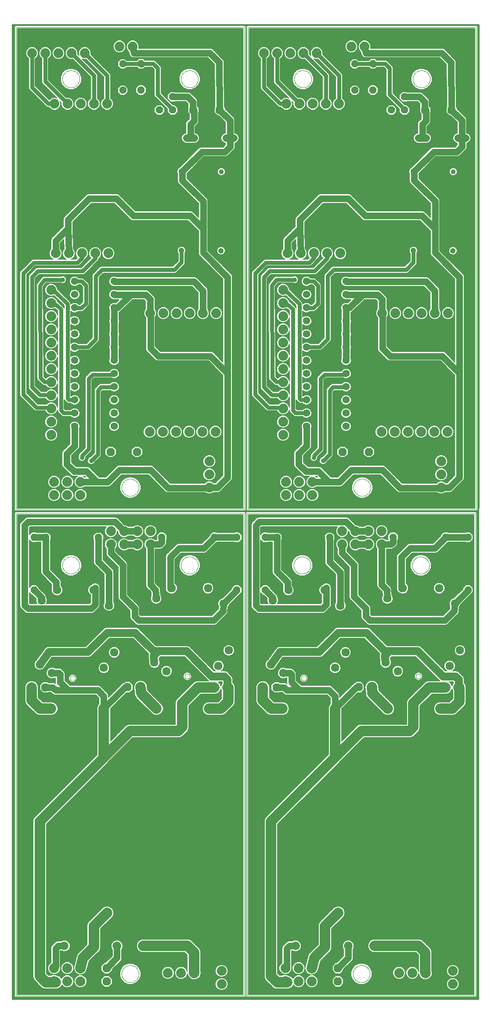
<source format=gtl>
G75*
%MOIN*%
%OFA0B0*%
%FSLAX25Y25*%
%IPPOS*%
%LPD*%
%AMOC8*
5,1,8,0,0,1.08239X$1,22.5*
%
%ADD10C,0.00000*%
%ADD11OC8,0.06300*%
%ADD12OC8,0.05600*%
%ADD13C,0.07400*%
%ADD14C,0.06534*%
%ADD15C,0.06337*%
%ADD16C,0.05600*%
%ADD17C,0.03778*%
%ADD18C,0.04172*%
%ADD19C,0.05600*%
%ADD20C,0.05000*%
%ADD21C,0.08000*%
%ADD22C,0.06000*%
%ADD23C,0.03378*%
%ADD24C,0.03000*%
%ADD25C,0.02000*%
%ADD26C,0.00600*%
D10*
X0031511Y0003800D02*
X0031511Y0369942D01*
X0204740Y0369942D01*
X0204740Y0003800D01*
X0031511Y0003800D01*
X0111665Y0020572D02*
X0111667Y0020733D01*
X0111673Y0020893D01*
X0111683Y0021054D01*
X0111697Y0021214D01*
X0111715Y0021374D01*
X0111736Y0021533D01*
X0111762Y0021692D01*
X0111792Y0021850D01*
X0111825Y0022007D01*
X0111863Y0022164D01*
X0111904Y0022319D01*
X0111949Y0022473D01*
X0111998Y0022626D01*
X0112051Y0022778D01*
X0112107Y0022929D01*
X0112168Y0023078D01*
X0112231Y0023226D01*
X0112299Y0023372D01*
X0112370Y0023516D01*
X0112444Y0023658D01*
X0112522Y0023799D01*
X0112604Y0023937D01*
X0112689Y0024074D01*
X0112777Y0024208D01*
X0112869Y0024340D01*
X0112964Y0024470D01*
X0113062Y0024598D01*
X0113163Y0024723D01*
X0113267Y0024845D01*
X0113374Y0024965D01*
X0113484Y0025082D01*
X0113597Y0025197D01*
X0113713Y0025308D01*
X0113832Y0025417D01*
X0113953Y0025522D01*
X0114077Y0025625D01*
X0114203Y0025725D01*
X0114331Y0025821D01*
X0114462Y0025914D01*
X0114596Y0026004D01*
X0114731Y0026091D01*
X0114869Y0026174D01*
X0115008Y0026254D01*
X0115150Y0026330D01*
X0115293Y0026403D01*
X0115438Y0026472D01*
X0115585Y0026538D01*
X0115733Y0026600D01*
X0115883Y0026658D01*
X0116034Y0026713D01*
X0116187Y0026764D01*
X0116341Y0026811D01*
X0116496Y0026854D01*
X0116652Y0026893D01*
X0116808Y0026929D01*
X0116966Y0026960D01*
X0117124Y0026988D01*
X0117283Y0027012D01*
X0117443Y0027032D01*
X0117603Y0027048D01*
X0117763Y0027060D01*
X0117924Y0027068D01*
X0118085Y0027072D01*
X0118245Y0027072D01*
X0118406Y0027068D01*
X0118567Y0027060D01*
X0118727Y0027048D01*
X0118887Y0027032D01*
X0119047Y0027012D01*
X0119206Y0026988D01*
X0119364Y0026960D01*
X0119522Y0026929D01*
X0119678Y0026893D01*
X0119834Y0026854D01*
X0119989Y0026811D01*
X0120143Y0026764D01*
X0120296Y0026713D01*
X0120447Y0026658D01*
X0120597Y0026600D01*
X0120745Y0026538D01*
X0120892Y0026472D01*
X0121037Y0026403D01*
X0121180Y0026330D01*
X0121322Y0026254D01*
X0121461Y0026174D01*
X0121599Y0026091D01*
X0121734Y0026004D01*
X0121868Y0025914D01*
X0121999Y0025821D01*
X0122127Y0025725D01*
X0122253Y0025625D01*
X0122377Y0025522D01*
X0122498Y0025417D01*
X0122617Y0025308D01*
X0122733Y0025197D01*
X0122846Y0025082D01*
X0122956Y0024965D01*
X0123063Y0024845D01*
X0123167Y0024723D01*
X0123268Y0024598D01*
X0123366Y0024470D01*
X0123461Y0024340D01*
X0123553Y0024208D01*
X0123641Y0024074D01*
X0123726Y0023937D01*
X0123808Y0023799D01*
X0123886Y0023658D01*
X0123960Y0023516D01*
X0124031Y0023372D01*
X0124099Y0023226D01*
X0124162Y0023078D01*
X0124223Y0022929D01*
X0124279Y0022778D01*
X0124332Y0022626D01*
X0124381Y0022473D01*
X0124426Y0022319D01*
X0124467Y0022164D01*
X0124505Y0022007D01*
X0124538Y0021850D01*
X0124568Y0021692D01*
X0124594Y0021533D01*
X0124615Y0021374D01*
X0124633Y0021214D01*
X0124647Y0021054D01*
X0124657Y0020893D01*
X0124663Y0020733D01*
X0124665Y0020572D01*
X0124663Y0020411D01*
X0124657Y0020251D01*
X0124647Y0020090D01*
X0124633Y0019930D01*
X0124615Y0019770D01*
X0124594Y0019611D01*
X0124568Y0019452D01*
X0124538Y0019294D01*
X0124505Y0019137D01*
X0124467Y0018980D01*
X0124426Y0018825D01*
X0124381Y0018671D01*
X0124332Y0018518D01*
X0124279Y0018366D01*
X0124223Y0018215D01*
X0124162Y0018066D01*
X0124099Y0017918D01*
X0124031Y0017772D01*
X0123960Y0017628D01*
X0123886Y0017486D01*
X0123808Y0017345D01*
X0123726Y0017207D01*
X0123641Y0017070D01*
X0123553Y0016936D01*
X0123461Y0016804D01*
X0123366Y0016674D01*
X0123268Y0016546D01*
X0123167Y0016421D01*
X0123063Y0016299D01*
X0122956Y0016179D01*
X0122846Y0016062D01*
X0122733Y0015947D01*
X0122617Y0015836D01*
X0122498Y0015727D01*
X0122377Y0015622D01*
X0122253Y0015519D01*
X0122127Y0015419D01*
X0121999Y0015323D01*
X0121868Y0015230D01*
X0121734Y0015140D01*
X0121599Y0015053D01*
X0121461Y0014970D01*
X0121322Y0014890D01*
X0121180Y0014814D01*
X0121037Y0014741D01*
X0120892Y0014672D01*
X0120745Y0014606D01*
X0120597Y0014544D01*
X0120447Y0014486D01*
X0120296Y0014431D01*
X0120143Y0014380D01*
X0119989Y0014333D01*
X0119834Y0014290D01*
X0119678Y0014251D01*
X0119522Y0014215D01*
X0119364Y0014184D01*
X0119206Y0014156D01*
X0119047Y0014132D01*
X0118887Y0014112D01*
X0118727Y0014096D01*
X0118567Y0014084D01*
X0118406Y0014076D01*
X0118245Y0014072D01*
X0118085Y0014072D01*
X0117924Y0014076D01*
X0117763Y0014084D01*
X0117603Y0014096D01*
X0117443Y0014112D01*
X0117283Y0014132D01*
X0117124Y0014156D01*
X0116966Y0014184D01*
X0116808Y0014215D01*
X0116652Y0014251D01*
X0116496Y0014290D01*
X0116341Y0014333D01*
X0116187Y0014380D01*
X0116034Y0014431D01*
X0115883Y0014486D01*
X0115733Y0014544D01*
X0115585Y0014606D01*
X0115438Y0014672D01*
X0115293Y0014741D01*
X0115150Y0014814D01*
X0115008Y0014890D01*
X0114869Y0014970D01*
X0114731Y0015053D01*
X0114596Y0015140D01*
X0114462Y0015230D01*
X0114331Y0015323D01*
X0114203Y0015419D01*
X0114077Y0015519D01*
X0113953Y0015622D01*
X0113832Y0015727D01*
X0113713Y0015836D01*
X0113597Y0015947D01*
X0113484Y0016062D01*
X0113374Y0016179D01*
X0113267Y0016299D01*
X0113163Y0016421D01*
X0113062Y0016546D01*
X0112964Y0016674D01*
X0112869Y0016804D01*
X0112777Y0016936D01*
X0112689Y0017070D01*
X0112604Y0017207D01*
X0112522Y0017345D01*
X0112444Y0017486D01*
X0112370Y0017628D01*
X0112299Y0017772D01*
X0112231Y0017918D01*
X0112168Y0018066D01*
X0112107Y0018215D01*
X0112051Y0018366D01*
X0111998Y0018518D01*
X0111949Y0018671D01*
X0111904Y0018825D01*
X0111863Y0018980D01*
X0111825Y0019137D01*
X0111792Y0019294D01*
X0111762Y0019452D01*
X0111736Y0019611D01*
X0111715Y0019770D01*
X0111697Y0019930D01*
X0111683Y0020090D01*
X0111673Y0020251D01*
X0111667Y0020411D01*
X0111665Y0020572D01*
X0207011Y0003800D02*
X0207011Y0369942D01*
X0380240Y0369942D01*
X0380240Y0003800D01*
X0207011Y0003800D01*
X0287165Y0020572D02*
X0287167Y0020733D01*
X0287173Y0020893D01*
X0287183Y0021054D01*
X0287197Y0021214D01*
X0287215Y0021374D01*
X0287236Y0021533D01*
X0287262Y0021692D01*
X0287292Y0021850D01*
X0287325Y0022007D01*
X0287363Y0022164D01*
X0287404Y0022319D01*
X0287449Y0022473D01*
X0287498Y0022626D01*
X0287551Y0022778D01*
X0287607Y0022929D01*
X0287668Y0023078D01*
X0287731Y0023226D01*
X0287799Y0023372D01*
X0287870Y0023516D01*
X0287944Y0023658D01*
X0288022Y0023799D01*
X0288104Y0023937D01*
X0288189Y0024074D01*
X0288277Y0024208D01*
X0288369Y0024340D01*
X0288464Y0024470D01*
X0288562Y0024598D01*
X0288663Y0024723D01*
X0288767Y0024845D01*
X0288874Y0024965D01*
X0288984Y0025082D01*
X0289097Y0025197D01*
X0289213Y0025308D01*
X0289332Y0025417D01*
X0289453Y0025522D01*
X0289577Y0025625D01*
X0289703Y0025725D01*
X0289831Y0025821D01*
X0289962Y0025914D01*
X0290096Y0026004D01*
X0290231Y0026091D01*
X0290369Y0026174D01*
X0290508Y0026254D01*
X0290650Y0026330D01*
X0290793Y0026403D01*
X0290938Y0026472D01*
X0291085Y0026538D01*
X0291233Y0026600D01*
X0291383Y0026658D01*
X0291534Y0026713D01*
X0291687Y0026764D01*
X0291841Y0026811D01*
X0291996Y0026854D01*
X0292152Y0026893D01*
X0292308Y0026929D01*
X0292466Y0026960D01*
X0292624Y0026988D01*
X0292783Y0027012D01*
X0292943Y0027032D01*
X0293103Y0027048D01*
X0293263Y0027060D01*
X0293424Y0027068D01*
X0293585Y0027072D01*
X0293745Y0027072D01*
X0293906Y0027068D01*
X0294067Y0027060D01*
X0294227Y0027048D01*
X0294387Y0027032D01*
X0294547Y0027012D01*
X0294706Y0026988D01*
X0294864Y0026960D01*
X0295022Y0026929D01*
X0295178Y0026893D01*
X0295334Y0026854D01*
X0295489Y0026811D01*
X0295643Y0026764D01*
X0295796Y0026713D01*
X0295947Y0026658D01*
X0296097Y0026600D01*
X0296245Y0026538D01*
X0296392Y0026472D01*
X0296537Y0026403D01*
X0296680Y0026330D01*
X0296822Y0026254D01*
X0296961Y0026174D01*
X0297099Y0026091D01*
X0297234Y0026004D01*
X0297368Y0025914D01*
X0297499Y0025821D01*
X0297627Y0025725D01*
X0297753Y0025625D01*
X0297877Y0025522D01*
X0297998Y0025417D01*
X0298117Y0025308D01*
X0298233Y0025197D01*
X0298346Y0025082D01*
X0298456Y0024965D01*
X0298563Y0024845D01*
X0298667Y0024723D01*
X0298768Y0024598D01*
X0298866Y0024470D01*
X0298961Y0024340D01*
X0299053Y0024208D01*
X0299141Y0024074D01*
X0299226Y0023937D01*
X0299308Y0023799D01*
X0299386Y0023658D01*
X0299460Y0023516D01*
X0299531Y0023372D01*
X0299599Y0023226D01*
X0299662Y0023078D01*
X0299723Y0022929D01*
X0299779Y0022778D01*
X0299832Y0022626D01*
X0299881Y0022473D01*
X0299926Y0022319D01*
X0299967Y0022164D01*
X0300005Y0022007D01*
X0300038Y0021850D01*
X0300068Y0021692D01*
X0300094Y0021533D01*
X0300115Y0021374D01*
X0300133Y0021214D01*
X0300147Y0021054D01*
X0300157Y0020893D01*
X0300163Y0020733D01*
X0300165Y0020572D01*
X0300163Y0020411D01*
X0300157Y0020251D01*
X0300147Y0020090D01*
X0300133Y0019930D01*
X0300115Y0019770D01*
X0300094Y0019611D01*
X0300068Y0019452D01*
X0300038Y0019294D01*
X0300005Y0019137D01*
X0299967Y0018980D01*
X0299926Y0018825D01*
X0299881Y0018671D01*
X0299832Y0018518D01*
X0299779Y0018366D01*
X0299723Y0018215D01*
X0299662Y0018066D01*
X0299599Y0017918D01*
X0299531Y0017772D01*
X0299460Y0017628D01*
X0299386Y0017486D01*
X0299308Y0017345D01*
X0299226Y0017207D01*
X0299141Y0017070D01*
X0299053Y0016936D01*
X0298961Y0016804D01*
X0298866Y0016674D01*
X0298768Y0016546D01*
X0298667Y0016421D01*
X0298563Y0016299D01*
X0298456Y0016179D01*
X0298346Y0016062D01*
X0298233Y0015947D01*
X0298117Y0015836D01*
X0297998Y0015727D01*
X0297877Y0015622D01*
X0297753Y0015519D01*
X0297627Y0015419D01*
X0297499Y0015323D01*
X0297368Y0015230D01*
X0297234Y0015140D01*
X0297099Y0015053D01*
X0296961Y0014970D01*
X0296822Y0014890D01*
X0296680Y0014814D01*
X0296537Y0014741D01*
X0296392Y0014672D01*
X0296245Y0014606D01*
X0296097Y0014544D01*
X0295947Y0014486D01*
X0295796Y0014431D01*
X0295643Y0014380D01*
X0295489Y0014333D01*
X0295334Y0014290D01*
X0295178Y0014251D01*
X0295022Y0014215D01*
X0294864Y0014184D01*
X0294706Y0014156D01*
X0294547Y0014132D01*
X0294387Y0014112D01*
X0294227Y0014096D01*
X0294067Y0014084D01*
X0293906Y0014076D01*
X0293745Y0014072D01*
X0293585Y0014072D01*
X0293424Y0014076D01*
X0293263Y0014084D01*
X0293103Y0014096D01*
X0292943Y0014112D01*
X0292783Y0014132D01*
X0292624Y0014156D01*
X0292466Y0014184D01*
X0292308Y0014215D01*
X0292152Y0014251D01*
X0291996Y0014290D01*
X0291841Y0014333D01*
X0291687Y0014380D01*
X0291534Y0014431D01*
X0291383Y0014486D01*
X0291233Y0014544D01*
X0291085Y0014606D01*
X0290938Y0014672D01*
X0290793Y0014741D01*
X0290650Y0014814D01*
X0290508Y0014890D01*
X0290369Y0014970D01*
X0290231Y0015053D01*
X0290096Y0015140D01*
X0289962Y0015230D01*
X0289831Y0015323D01*
X0289703Y0015419D01*
X0289577Y0015519D01*
X0289453Y0015622D01*
X0289332Y0015727D01*
X0289213Y0015836D01*
X0289097Y0015947D01*
X0288984Y0016062D01*
X0288874Y0016179D01*
X0288767Y0016299D01*
X0288663Y0016421D01*
X0288562Y0016546D01*
X0288464Y0016674D01*
X0288369Y0016804D01*
X0288277Y0016936D01*
X0288189Y0017070D01*
X0288104Y0017207D01*
X0288022Y0017345D01*
X0287944Y0017486D01*
X0287870Y0017628D01*
X0287799Y0017772D01*
X0287731Y0017918D01*
X0287668Y0018066D01*
X0287607Y0018215D01*
X0287551Y0018366D01*
X0287498Y0018518D01*
X0287449Y0018671D01*
X0287404Y0018825D01*
X0287363Y0018980D01*
X0287325Y0019137D01*
X0287292Y0019294D01*
X0287262Y0019452D01*
X0287236Y0019611D01*
X0287215Y0019770D01*
X0287197Y0019930D01*
X0287183Y0020090D01*
X0287173Y0020251D01*
X0287167Y0020411D01*
X0287165Y0020572D01*
X0248042Y0244867D02*
X0248044Y0244955D01*
X0248050Y0245043D01*
X0248060Y0245131D01*
X0248074Y0245219D01*
X0248091Y0245305D01*
X0248113Y0245391D01*
X0248138Y0245475D01*
X0248168Y0245559D01*
X0248200Y0245641D01*
X0248237Y0245721D01*
X0248277Y0245800D01*
X0248321Y0245877D01*
X0248368Y0245952D01*
X0248418Y0246024D01*
X0248472Y0246095D01*
X0248528Y0246162D01*
X0248588Y0246228D01*
X0248650Y0246290D01*
X0248716Y0246350D01*
X0248783Y0246406D01*
X0248854Y0246460D01*
X0248926Y0246510D01*
X0249001Y0246557D01*
X0249078Y0246601D01*
X0249157Y0246641D01*
X0249237Y0246678D01*
X0249319Y0246710D01*
X0249403Y0246740D01*
X0249487Y0246765D01*
X0249573Y0246787D01*
X0249659Y0246804D01*
X0249747Y0246818D01*
X0249835Y0246828D01*
X0249923Y0246834D01*
X0250011Y0246836D01*
X0250099Y0246834D01*
X0250187Y0246828D01*
X0250275Y0246818D01*
X0250363Y0246804D01*
X0250449Y0246787D01*
X0250535Y0246765D01*
X0250619Y0246740D01*
X0250703Y0246710D01*
X0250785Y0246678D01*
X0250865Y0246641D01*
X0250944Y0246601D01*
X0251021Y0246557D01*
X0251096Y0246510D01*
X0251168Y0246460D01*
X0251239Y0246406D01*
X0251306Y0246350D01*
X0251372Y0246290D01*
X0251434Y0246228D01*
X0251494Y0246162D01*
X0251550Y0246095D01*
X0251604Y0246024D01*
X0251654Y0245952D01*
X0251701Y0245877D01*
X0251745Y0245800D01*
X0251785Y0245721D01*
X0251822Y0245641D01*
X0251854Y0245559D01*
X0251884Y0245475D01*
X0251909Y0245391D01*
X0251931Y0245305D01*
X0251948Y0245219D01*
X0251962Y0245131D01*
X0251972Y0245043D01*
X0251978Y0244955D01*
X0251980Y0244867D01*
X0251978Y0244779D01*
X0251972Y0244691D01*
X0251962Y0244603D01*
X0251948Y0244515D01*
X0251931Y0244429D01*
X0251909Y0244343D01*
X0251884Y0244259D01*
X0251854Y0244175D01*
X0251822Y0244093D01*
X0251785Y0244013D01*
X0251745Y0243934D01*
X0251701Y0243857D01*
X0251654Y0243782D01*
X0251604Y0243710D01*
X0251550Y0243639D01*
X0251494Y0243572D01*
X0251434Y0243506D01*
X0251372Y0243444D01*
X0251306Y0243384D01*
X0251239Y0243328D01*
X0251168Y0243274D01*
X0251096Y0243224D01*
X0251021Y0243177D01*
X0250944Y0243133D01*
X0250865Y0243093D01*
X0250785Y0243056D01*
X0250703Y0243024D01*
X0250619Y0242994D01*
X0250535Y0242969D01*
X0250449Y0242947D01*
X0250363Y0242930D01*
X0250275Y0242916D01*
X0250187Y0242906D01*
X0250099Y0242900D01*
X0250011Y0242898D01*
X0249923Y0242900D01*
X0249835Y0242906D01*
X0249747Y0242916D01*
X0249659Y0242930D01*
X0249573Y0242947D01*
X0249487Y0242969D01*
X0249403Y0242994D01*
X0249319Y0243024D01*
X0249237Y0243056D01*
X0249157Y0243093D01*
X0249078Y0243133D01*
X0249001Y0243177D01*
X0248926Y0243224D01*
X0248854Y0243274D01*
X0248783Y0243328D01*
X0248716Y0243384D01*
X0248650Y0243444D01*
X0248588Y0243506D01*
X0248528Y0243572D01*
X0248472Y0243639D01*
X0248418Y0243710D01*
X0248368Y0243782D01*
X0248321Y0243857D01*
X0248277Y0243934D01*
X0248237Y0244013D01*
X0248200Y0244093D01*
X0248168Y0244175D01*
X0248138Y0244259D01*
X0248113Y0244343D01*
X0248091Y0244429D01*
X0248074Y0244515D01*
X0248060Y0244603D01*
X0248050Y0244691D01*
X0248044Y0244779D01*
X0248042Y0244867D01*
X0242165Y0330572D02*
X0242167Y0330733D01*
X0242173Y0330893D01*
X0242183Y0331054D01*
X0242197Y0331214D01*
X0242215Y0331374D01*
X0242236Y0331533D01*
X0242262Y0331692D01*
X0242292Y0331850D01*
X0242325Y0332007D01*
X0242363Y0332164D01*
X0242404Y0332319D01*
X0242449Y0332473D01*
X0242498Y0332626D01*
X0242551Y0332778D01*
X0242607Y0332929D01*
X0242668Y0333078D01*
X0242731Y0333226D01*
X0242799Y0333372D01*
X0242870Y0333516D01*
X0242944Y0333658D01*
X0243022Y0333799D01*
X0243104Y0333937D01*
X0243189Y0334074D01*
X0243277Y0334208D01*
X0243369Y0334340D01*
X0243464Y0334470D01*
X0243562Y0334598D01*
X0243663Y0334723D01*
X0243767Y0334845D01*
X0243874Y0334965D01*
X0243984Y0335082D01*
X0244097Y0335197D01*
X0244213Y0335308D01*
X0244332Y0335417D01*
X0244453Y0335522D01*
X0244577Y0335625D01*
X0244703Y0335725D01*
X0244831Y0335821D01*
X0244962Y0335914D01*
X0245096Y0336004D01*
X0245231Y0336091D01*
X0245369Y0336174D01*
X0245508Y0336254D01*
X0245650Y0336330D01*
X0245793Y0336403D01*
X0245938Y0336472D01*
X0246085Y0336538D01*
X0246233Y0336600D01*
X0246383Y0336658D01*
X0246534Y0336713D01*
X0246687Y0336764D01*
X0246841Y0336811D01*
X0246996Y0336854D01*
X0247152Y0336893D01*
X0247308Y0336929D01*
X0247466Y0336960D01*
X0247624Y0336988D01*
X0247783Y0337012D01*
X0247943Y0337032D01*
X0248103Y0337048D01*
X0248263Y0337060D01*
X0248424Y0337068D01*
X0248585Y0337072D01*
X0248745Y0337072D01*
X0248906Y0337068D01*
X0249067Y0337060D01*
X0249227Y0337048D01*
X0249387Y0337032D01*
X0249547Y0337012D01*
X0249706Y0336988D01*
X0249864Y0336960D01*
X0250022Y0336929D01*
X0250178Y0336893D01*
X0250334Y0336854D01*
X0250489Y0336811D01*
X0250643Y0336764D01*
X0250796Y0336713D01*
X0250947Y0336658D01*
X0251097Y0336600D01*
X0251245Y0336538D01*
X0251392Y0336472D01*
X0251537Y0336403D01*
X0251680Y0336330D01*
X0251822Y0336254D01*
X0251961Y0336174D01*
X0252099Y0336091D01*
X0252234Y0336004D01*
X0252368Y0335914D01*
X0252499Y0335821D01*
X0252627Y0335725D01*
X0252753Y0335625D01*
X0252877Y0335522D01*
X0252998Y0335417D01*
X0253117Y0335308D01*
X0253233Y0335197D01*
X0253346Y0335082D01*
X0253456Y0334965D01*
X0253563Y0334845D01*
X0253667Y0334723D01*
X0253768Y0334598D01*
X0253866Y0334470D01*
X0253961Y0334340D01*
X0254053Y0334208D01*
X0254141Y0334074D01*
X0254226Y0333937D01*
X0254308Y0333799D01*
X0254386Y0333658D01*
X0254460Y0333516D01*
X0254531Y0333372D01*
X0254599Y0333226D01*
X0254662Y0333078D01*
X0254723Y0332929D01*
X0254779Y0332778D01*
X0254832Y0332626D01*
X0254881Y0332473D01*
X0254926Y0332319D01*
X0254967Y0332164D01*
X0255005Y0332007D01*
X0255038Y0331850D01*
X0255068Y0331692D01*
X0255094Y0331533D01*
X0255115Y0331374D01*
X0255133Y0331214D01*
X0255147Y0331054D01*
X0255157Y0330893D01*
X0255163Y0330733D01*
X0255165Y0330572D01*
X0255163Y0330411D01*
X0255157Y0330251D01*
X0255147Y0330090D01*
X0255133Y0329930D01*
X0255115Y0329770D01*
X0255094Y0329611D01*
X0255068Y0329452D01*
X0255038Y0329294D01*
X0255005Y0329137D01*
X0254967Y0328980D01*
X0254926Y0328825D01*
X0254881Y0328671D01*
X0254832Y0328518D01*
X0254779Y0328366D01*
X0254723Y0328215D01*
X0254662Y0328066D01*
X0254599Y0327918D01*
X0254531Y0327772D01*
X0254460Y0327628D01*
X0254386Y0327486D01*
X0254308Y0327345D01*
X0254226Y0327207D01*
X0254141Y0327070D01*
X0254053Y0326936D01*
X0253961Y0326804D01*
X0253866Y0326674D01*
X0253768Y0326546D01*
X0253667Y0326421D01*
X0253563Y0326299D01*
X0253456Y0326179D01*
X0253346Y0326062D01*
X0253233Y0325947D01*
X0253117Y0325836D01*
X0252998Y0325727D01*
X0252877Y0325622D01*
X0252753Y0325519D01*
X0252627Y0325419D01*
X0252499Y0325323D01*
X0252368Y0325230D01*
X0252234Y0325140D01*
X0252099Y0325053D01*
X0251961Y0324970D01*
X0251822Y0324890D01*
X0251680Y0324814D01*
X0251537Y0324741D01*
X0251392Y0324672D01*
X0251245Y0324606D01*
X0251097Y0324544D01*
X0250947Y0324486D01*
X0250796Y0324431D01*
X0250643Y0324380D01*
X0250489Y0324333D01*
X0250334Y0324290D01*
X0250178Y0324251D01*
X0250022Y0324215D01*
X0249864Y0324184D01*
X0249706Y0324156D01*
X0249547Y0324132D01*
X0249387Y0324112D01*
X0249227Y0324096D01*
X0249067Y0324084D01*
X0248906Y0324076D01*
X0248745Y0324072D01*
X0248585Y0324072D01*
X0248424Y0324076D01*
X0248263Y0324084D01*
X0248103Y0324096D01*
X0247943Y0324112D01*
X0247783Y0324132D01*
X0247624Y0324156D01*
X0247466Y0324184D01*
X0247308Y0324215D01*
X0247152Y0324251D01*
X0246996Y0324290D01*
X0246841Y0324333D01*
X0246687Y0324380D01*
X0246534Y0324431D01*
X0246383Y0324486D01*
X0246233Y0324544D01*
X0246085Y0324606D01*
X0245938Y0324672D01*
X0245793Y0324741D01*
X0245650Y0324814D01*
X0245508Y0324890D01*
X0245369Y0324970D01*
X0245231Y0325053D01*
X0245096Y0325140D01*
X0244962Y0325230D01*
X0244831Y0325323D01*
X0244703Y0325419D01*
X0244577Y0325519D01*
X0244453Y0325622D01*
X0244332Y0325727D01*
X0244213Y0325836D01*
X0244097Y0325947D01*
X0243984Y0326062D01*
X0243874Y0326179D01*
X0243767Y0326299D01*
X0243663Y0326421D01*
X0243562Y0326546D01*
X0243464Y0326674D01*
X0243369Y0326804D01*
X0243277Y0326936D01*
X0243189Y0327070D01*
X0243104Y0327207D01*
X0243022Y0327345D01*
X0242944Y0327486D01*
X0242870Y0327628D01*
X0242799Y0327772D01*
X0242731Y0327918D01*
X0242668Y0328066D01*
X0242607Y0328215D01*
X0242551Y0328366D01*
X0242498Y0328518D01*
X0242449Y0328671D01*
X0242404Y0328825D01*
X0242363Y0328980D01*
X0242325Y0329137D01*
X0242292Y0329294D01*
X0242262Y0329452D01*
X0242236Y0329611D01*
X0242215Y0329770D01*
X0242197Y0329930D01*
X0242183Y0330090D01*
X0242173Y0330251D01*
X0242167Y0330411D01*
X0242165Y0330572D01*
X0207511Y0372800D02*
X0207511Y0738942D01*
X0380740Y0738942D01*
X0380740Y0372800D01*
X0207511Y0372800D01*
X0204740Y0372800D02*
X0204740Y0738942D01*
X0031511Y0738942D01*
X0031511Y0372800D01*
X0204740Y0372800D01*
X0156665Y0330572D02*
X0156667Y0330733D01*
X0156673Y0330893D01*
X0156683Y0331054D01*
X0156697Y0331214D01*
X0156715Y0331374D01*
X0156736Y0331533D01*
X0156762Y0331692D01*
X0156792Y0331850D01*
X0156825Y0332007D01*
X0156863Y0332164D01*
X0156904Y0332319D01*
X0156949Y0332473D01*
X0156998Y0332626D01*
X0157051Y0332778D01*
X0157107Y0332929D01*
X0157168Y0333078D01*
X0157231Y0333226D01*
X0157299Y0333372D01*
X0157370Y0333516D01*
X0157444Y0333658D01*
X0157522Y0333799D01*
X0157604Y0333937D01*
X0157689Y0334074D01*
X0157777Y0334208D01*
X0157869Y0334340D01*
X0157964Y0334470D01*
X0158062Y0334598D01*
X0158163Y0334723D01*
X0158267Y0334845D01*
X0158374Y0334965D01*
X0158484Y0335082D01*
X0158597Y0335197D01*
X0158713Y0335308D01*
X0158832Y0335417D01*
X0158953Y0335522D01*
X0159077Y0335625D01*
X0159203Y0335725D01*
X0159331Y0335821D01*
X0159462Y0335914D01*
X0159596Y0336004D01*
X0159731Y0336091D01*
X0159869Y0336174D01*
X0160008Y0336254D01*
X0160150Y0336330D01*
X0160293Y0336403D01*
X0160438Y0336472D01*
X0160585Y0336538D01*
X0160733Y0336600D01*
X0160883Y0336658D01*
X0161034Y0336713D01*
X0161187Y0336764D01*
X0161341Y0336811D01*
X0161496Y0336854D01*
X0161652Y0336893D01*
X0161808Y0336929D01*
X0161966Y0336960D01*
X0162124Y0336988D01*
X0162283Y0337012D01*
X0162443Y0337032D01*
X0162603Y0337048D01*
X0162763Y0337060D01*
X0162924Y0337068D01*
X0163085Y0337072D01*
X0163245Y0337072D01*
X0163406Y0337068D01*
X0163567Y0337060D01*
X0163727Y0337048D01*
X0163887Y0337032D01*
X0164047Y0337012D01*
X0164206Y0336988D01*
X0164364Y0336960D01*
X0164522Y0336929D01*
X0164678Y0336893D01*
X0164834Y0336854D01*
X0164989Y0336811D01*
X0165143Y0336764D01*
X0165296Y0336713D01*
X0165447Y0336658D01*
X0165597Y0336600D01*
X0165745Y0336538D01*
X0165892Y0336472D01*
X0166037Y0336403D01*
X0166180Y0336330D01*
X0166322Y0336254D01*
X0166461Y0336174D01*
X0166599Y0336091D01*
X0166734Y0336004D01*
X0166868Y0335914D01*
X0166999Y0335821D01*
X0167127Y0335725D01*
X0167253Y0335625D01*
X0167377Y0335522D01*
X0167498Y0335417D01*
X0167617Y0335308D01*
X0167733Y0335197D01*
X0167846Y0335082D01*
X0167956Y0334965D01*
X0168063Y0334845D01*
X0168167Y0334723D01*
X0168268Y0334598D01*
X0168366Y0334470D01*
X0168461Y0334340D01*
X0168553Y0334208D01*
X0168641Y0334074D01*
X0168726Y0333937D01*
X0168808Y0333799D01*
X0168886Y0333658D01*
X0168960Y0333516D01*
X0169031Y0333372D01*
X0169099Y0333226D01*
X0169162Y0333078D01*
X0169223Y0332929D01*
X0169279Y0332778D01*
X0169332Y0332626D01*
X0169381Y0332473D01*
X0169426Y0332319D01*
X0169467Y0332164D01*
X0169505Y0332007D01*
X0169538Y0331850D01*
X0169568Y0331692D01*
X0169594Y0331533D01*
X0169615Y0331374D01*
X0169633Y0331214D01*
X0169647Y0331054D01*
X0169657Y0330893D01*
X0169663Y0330733D01*
X0169665Y0330572D01*
X0169663Y0330411D01*
X0169657Y0330251D01*
X0169647Y0330090D01*
X0169633Y0329930D01*
X0169615Y0329770D01*
X0169594Y0329611D01*
X0169568Y0329452D01*
X0169538Y0329294D01*
X0169505Y0329137D01*
X0169467Y0328980D01*
X0169426Y0328825D01*
X0169381Y0328671D01*
X0169332Y0328518D01*
X0169279Y0328366D01*
X0169223Y0328215D01*
X0169162Y0328066D01*
X0169099Y0327918D01*
X0169031Y0327772D01*
X0168960Y0327628D01*
X0168886Y0327486D01*
X0168808Y0327345D01*
X0168726Y0327207D01*
X0168641Y0327070D01*
X0168553Y0326936D01*
X0168461Y0326804D01*
X0168366Y0326674D01*
X0168268Y0326546D01*
X0168167Y0326421D01*
X0168063Y0326299D01*
X0167956Y0326179D01*
X0167846Y0326062D01*
X0167733Y0325947D01*
X0167617Y0325836D01*
X0167498Y0325727D01*
X0167377Y0325622D01*
X0167253Y0325519D01*
X0167127Y0325419D01*
X0166999Y0325323D01*
X0166868Y0325230D01*
X0166734Y0325140D01*
X0166599Y0325053D01*
X0166461Y0324970D01*
X0166322Y0324890D01*
X0166180Y0324814D01*
X0166037Y0324741D01*
X0165892Y0324672D01*
X0165745Y0324606D01*
X0165597Y0324544D01*
X0165447Y0324486D01*
X0165296Y0324431D01*
X0165143Y0324380D01*
X0164989Y0324333D01*
X0164834Y0324290D01*
X0164678Y0324251D01*
X0164522Y0324215D01*
X0164364Y0324184D01*
X0164206Y0324156D01*
X0164047Y0324132D01*
X0163887Y0324112D01*
X0163727Y0324096D01*
X0163567Y0324084D01*
X0163406Y0324076D01*
X0163245Y0324072D01*
X0163085Y0324072D01*
X0162924Y0324076D01*
X0162763Y0324084D01*
X0162603Y0324096D01*
X0162443Y0324112D01*
X0162283Y0324132D01*
X0162124Y0324156D01*
X0161966Y0324184D01*
X0161808Y0324215D01*
X0161652Y0324251D01*
X0161496Y0324290D01*
X0161341Y0324333D01*
X0161187Y0324380D01*
X0161034Y0324431D01*
X0160883Y0324486D01*
X0160733Y0324544D01*
X0160585Y0324606D01*
X0160438Y0324672D01*
X0160293Y0324741D01*
X0160150Y0324814D01*
X0160008Y0324890D01*
X0159869Y0324970D01*
X0159731Y0325053D01*
X0159596Y0325140D01*
X0159462Y0325230D01*
X0159331Y0325323D01*
X0159203Y0325419D01*
X0159077Y0325519D01*
X0158953Y0325622D01*
X0158832Y0325727D01*
X0158713Y0325836D01*
X0158597Y0325947D01*
X0158484Y0326062D01*
X0158374Y0326179D01*
X0158267Y0326299D01*
X0158163Y0326421D01*
X0158062Y0326546D01*
X0157964Y0326674D01*
X0157869Y0326804D01*
X0157777Y0326936D01*
X0157689Y0327070D01*
X0157604Y0327207D01*
X0157522Y0327345D01*
X0157444Y0327486D01*
X0157370Y0327628D01*
X0157299Y0327772D01*
X0157231Y0327918D01*
X0157168Y0328066D01*
X0157107Y0328215D01*
X0157051Y0328366D01*
X0156998Y0328518D01*
X0156949Y0328671D01*
X0156904Y0328825D01*
X0156863Y0328980D01*
X0156825Y0329137D01*
X0156792Y0329294D01*
X0156762Y0329452D01*
X0156736Y0329611D01*
X0156715Y0329770D01*
X0156697Y0329930D01*
X0156683Y0330090D01*
X0156673Y0330251D01*
X0156667Y0330411D01*
X0156665Y0330572D01*
X0111665Y0389572D02*
X0111667Y0389733D01*
X0111673Y0389893D01*
X0111683Y0390054D01*
X0111697Y0390214D01*
X0111715Y0390374D01*
X0111736Y0390533D01*
X0111762Y0390692D01*
X0111792Y0390850D01*
X0111825Y0391007D01*
X0111863Y0391164D01*
X0111904Y0391319D01*
X0111949Y0391473D01*
X0111998Y0391626D01*
X0112051Y0391778D01*
X0112107Y0391929D01*
X0112168Y0392078D01*
X0112231Y0392226D01*
X0112299Y0392372D01*
X0112370Y0392516D01*
X0112444Y0392658D01*
X0112522Y0392799D01*
X0112604Y0392937D01*
X0112689Y0393074D01*
X0112777Y0393208D01*
X0112869Y0393340D01*
X0112964Y0393470D01*
X0113062Y0393598D01*
X0113163Y0393723D01*
X0113267Y0393845D01*
X0113374Y0393965D01*
X0113484Y0394082D01*
X0113597Y0394197D01*
X0113713Y0394308D01*
X0113832Y0394417D01*
X0113953Y0394522D01*
X0114077Y0394625D01*
X0114203Y0394725D01*
X0114331Y0394821D01*
X0114462Y0394914D01*
X0114596Y0395004D01*
X0114731Y0395091D01*
X0114869Y0395174D01*
X0115008Y0395254D01*
X0115150Y0395330D01*
X0115293Y0395403D01*
X0115438Y0395472D01*
X0115585Y0395538D01*
X0115733Y0395600D01*
X0115883Y0395658D01*
X0116034Y0395713D01*
X0116187Y0395764D01*
X0116341Y0395811D01*
X0116496Y0395854D01*
X0116652Y0395893D01*
X0116808Y0395929D01*
X0116966Y0395960D01*
X0117124Y0395988D01*
X0117283Y0396012D01*
X0117443Y0396032D01*
X0117603Y0396048D01*
X0117763Y0396060D01*
X0117924Y0396068D01*
X0118085Y0396072D01*
X0118245Y0396072D01*
X0118406Y0396068D01*
X0118567Y0396060D01*
X0118727Y0396048D01*
X0118887Y0396032D01*
X0119047Y0396012D01*
X0119206Y0395988D01*
X0119364Y0395960D01*
X0119522Y0395929D01*
X0119678Y0395893D01*
X0119834Y0395854D01*
X0119989Y0395811D01*
X0120143Y0395764D01*
X0120296Y0395713D01*
X0120447Y0395658D01*
X0120597Y0395600D01*
X0120745Y0395538D01*
X0120892Y0395472D01*
X0121037Y0395403D01*
X0121180Y0395330D01*
X0121322Y0395254D01*
X0121461Y0395174D01*
X0121599Y0395091D01*
X0121734Y0395004D01*
X0121868Y0394914D01*
X0121999Y0394821D01*
X0122127Y0394725D01*
X0122253Y0394625D01*
X0122377Y0394522D01*
X0122498Y0394417D01*
X0122617Y0394308D01*
X0122733Y0394197D01*
X0122846Y0394082D01*
X0122956Y0393965D01*
X0123063Y0393845D01*
X0123167Y0393723D01*
X0123268Y0393598D01*
X0123366Y0393470D01*
X0123461Y0393340D01*
X0123553Y0393208D01*
X0123641Y0393074D01*
X0123726Y0392937D01*
X0123808Y0392799D01*
X0123886Y0392658D01*
X0123960Y0392516D01*
X0124031Y0392372D01*
X0124099Y0392226D01*
X0124162Y0392078D01*
X0124223Y0391929D01*
X0124279Y0391778D01*
X0124332Y0391626D01*
X0124381Y0391473D01*
X0124426Y0391319D01*
X0124467Y0391164D01*
X0124505Y0391007D01*
X0124538Y0390850D01*
X0124568Y0390692D01*
X0124594Y0390533D01*
X0124615Y0390374D01*
X0124633Y0390214D01*
X0124647Y0390054D01*
X0124657Y0389893D01*
X0124663Y0389733D01*
X0124665Y0389572D01*
X0124663Y0389411D01*
X0124657Y0389251D01*
X0124647Y0389090D01*
X0124633Y0388930D01*
X0124615Y0388770D01*
X0124594Y0388611D01*
X0124568Y0388452D01*
X0124538Y0388294D01*
X0124505Y0388137D01*
X0124467Y0387980D01*
X0124426Y0387825D01*
X0124381Y0387671D01*
X0124332Y0387518D01*
X0124279Y0387366D01*
X0124223Y0387215D01*
X0124162Y0387066D01*
X0124099Y0386918D01*
X0124031Y0386772D01*
X0123960Y0386628D01*
X0123886Y0386486D01*
X0123808Y0386345D01*
X0123726Y0386207D01*
X0123641Y0386070D01*
X0123553Y0385936D01*
X0123461Y0385804D01*
X0123366Y0385674D01*
X0123268Y0385546D01*
X0123167Y0385421D01*
X0123063Y0385299D01*
X0122956Y0385179D01*
X0122846Y0385062D01*
X0122733Y0384947D01*
X0122617Y0384836D01*
X0122498Y0384727D01*
X0122377Y0384622D01*
X0122253Y0384519D01*
X0122127Y0384419D01*
X0121999Y0384323D01*
X0121868Y0384230D01*
X0121734Y0384140D01*
X0121599Y0384053D01*
X0121461Y0383970D01*
X0121322Y0383890D01*
X0121180Y0383814D01*
X0121037Y0383741D01*
X0120892Y0383672D01*
X0120745Y0383606D01*
X0120597Y0383544D01*
X0120447Y0383486D01*
X0120296Y0383431D01*
X0120143Y0383380D01*
X0119989Y0383333D01*
X0119834Y0383290D01*
X0119678Y0383251D01*
X0119522Y0383215D01*
X0119364Y0383184D01*
X0119206Y0383156D01*
X0119047Y0383132D01*
X0118887Y0383112D01*
X0118727Y0383096D01*
X0118567Y0383084D01*
X0118406Y0383076D01*
X0118245Y0383072D01*
X0118085Y0383072D01*
X0117924Y0383076D01*
X0117763Y0383084D01*
X0117603Y0383096D01*
X0117443Y0383112D01*
X0117283Y0383132D01*
X0117124Y0383156D01*
X0116966Y0383184D01*
X0116808Y0383215D01*
X0116652Y0383251D01*
X0116496Y0383290D01*
X0116341Y0383333D01*
X0116187Y0383380D01*
X0116034Y0383431D01*
X0115883Y0383486D01*
X0115733Y0383544D01*
X0115585Y0383606D01*
X0115438Y0383672D01*
X0115293Y0383741D01*
X0115150Y0383814D01*
X0115008Y0383890D01*
X0114869Y0383970D01*
X0114731Y0384053D01*
X0114596Y0384140D01*
X0114462Y0384230D01*
X0114331Y0384323D01*
X0114203Y0384419D01*
X0114077Y0384519D01*
X0113953Y0384622D01*
X0113832Y0384727D01*
X0113713Y0384836D01*
X0113597Y0384947D01*
X0113484Y0385062D01*
X0113374Y0385179D01*
X0113267Y0385299D01*
X0113163Y0385421D01*
X0113062Y0385546D01*
X0112964Y0385674D01*
X0112869Y0385804D01*
X0112777Y0385936D01*
X0112689Y0386070D01*
X0112604Y0386207D01*
X0112522Y0386345D01*
X0112444Y0386486D01*
X0112370Y0386628D01*
X0112299Y0386772D01*
X0112231Y0386918D01*
X0112168Y0387066D01*
X0112107Y0387215D01*
X0112051Y0387366D01*
X0111998Y0387518D01*
X0111949Y0387671D01*
X0111904Y0387825D01*
X0111863Y0387980D01*
X0111825Y0388137D01*
X0111792Y0388294D01*
X0111762Y0388452D01*
X0111736Y0388611D01*
X0111715Y0388770D01*
X0111697Y0388930D01*
X0111683Y0389090D01*
X0111673Y0389251D01*
X0111667Y0389411D01*
X0111665Y0389572D01*
X0066665Y0330572D02*
X0066667Y0330733D01*
X0066673Y0330893D01*
X0066683Y0331054D01*
X0066697Y0331214D01*
X0066715Y0331374D01*
X0066736Y0331533D01*
X0066762Y0331692D01*
X0066792Y0331850D01*
X0066825Y0332007D01*
X0066863Y0332164D01*
X0066904Y0332319D01*
X0066949Y0332473D01*
X0066998Y0332626D01*
X0067051Y0332778D01*
X0067107Y0332929D01*
X0067168Y0333078D01*
X0067231Y0333226D01*
X0067299Y0333372D01*
X0067370Y0333516D01*
X0067444Y0333658D01*
X0067522Y0333799D01*
X0067604Y0333937D01*
X0067689Y0334074D01*
X0067777Y0334208D01*
X0067869Y0334340D01*
X0067964Y0334470D01*
X0068062Y0334598D01*
X0068163Y0334723D01*
X0068267Y0334845D01*
X0068374Y0334965D01*
X0068484Y0335082D01*
X0068597Y0335197D01*
X0068713Y0335308D01*
X0068832Y0335417D01*
X0068953Y0335522D01*
X0069077Y0335625D01*
X0069203Y0335725D01*
X0069331Y0335821D01*
X0069462Y0335914D01*
X0069596Y0336004D01*
X0069731Y0336091D01*
X0069869Y0336174D01*
X0070008Y0336254D01*
X0070150Y0336330D01*
X0070293Y0336403D01*
X0070438Y0336472D01*
X0070585Y0336538D01*
X0070733Y0336600D01*
X0070883Y0336658D01*
X0071034Y0336713D01*
X0071187Y0336764D01*
X0071341Y0336811D01*
X0071496Y0336854D01*
X0071652Y0336893D01*
X0071808Y0336929D01*
X0071966Y0336960D01*
X0072124Y0336988D01*
X0072283Y0337012D01*
X0072443Y0337032D01*
X0072603Y0337048D01*
X0072763Y0337060D01*
X0072924Y0337068D01*
X0073085Y0337072D01*
X0073245Y0337072D01*
X0073406Y0337068D01*
X0073567Y0337060D01*
X0073727Y0337048D01*
X0073887Y0337032D01*
X0074047Y0337012D01*
X0074206Y0336988D01*
X0074364Y0336960D01*
X0074522Y0336929D01*
X0074678Y0336893D01*
X0074834Y0336854D01*
X0074989Y0336811D01*
X0075143Y0336764D01*
X0075296Y0336713D01*
X0075447Y0336658D01*
X0075597Y0336600D01*
X0075745Y0336538D01*
X0075892Y0336472D01*
X0076037Y0336403D01*
X0076180Y0336330D01*
X0076322Y0336254D01*
X0076461Y0336174D01*
X0076599Y0336091D01*
X0076734Y0336004D01*
X0076868Y0335914D01*
X0076999Y0335821D01*
X0077127Y0335725D01*
X0077253Y0335625D01*
X0077377Y0335522D01*
X0077498Y0335417D01*
X0077617Y0335308D01*
X0077733Y0335197D01*
X0077846Y0335082D01*
X0077956Y0334965D01*
X0078063Y0334845D01*
X0078167Y0334723D01*
X0078268Y0334598D01*
X0078366Y0334470D01*
X0078461Y0334340D01*
X0078553Y0334208D01*
X0078641Y0334074D01*
X0078726Y0333937D01*
X0078808Y0333799D01*
X0078886Y0333658D01*
X0078960Y0333516D01*
X0079031Y0333372D01*
X0079099Y0333226D01*
X0079162Y0333078D01*
X0079223Y0332929D01*
X0079279Y0332778D01*
X0079332Y0332626D01*
X0079381Y0332473D01*
X0079426Y0332319D01*
X0079467Y0332164D01*
X0079505Y0332007D01*
X0079538Y0331850D01*
X0079568Y0331692D01*
X0079594Y0331533D01*
X0079615Y0331374D01*
X0079633Y0331214D01*
X0079647Y0331054D01*
X0079657Y0330893D01*
X0079663Y0330733D01*
X0079665Y0330572D01*
X0079663Y0330411D01*
X0079657Y0330251D01*
X0079647Y0330090D01*
X0079633Y0329930D01*
X0079615Y0329770D01*
X0079594Y0329611D01*
X0079568Y0329452D01*
X0079538Y0329294D01*
X0079505Y0329137D01*
X0079467Y0328980D01*
X0079426Y0328825D01*
X0079381Y0328671D01*
X0079332Y0328518D01*
X0079279Y0328366D01*
X0079223Y0328215D01*
X0079162Y0328066D01*
X0079099Y0327918D01*
X0079031Y0327772D01*
X0078960Y0327628D01*
X0078886Y0327486D01*
X0078808Y0327345D01*
X0078726Y0327207D01*
X0078641Y0327070D01*
X0078553Y0326936D01*
X0078461Y0326804D01*
X0078366Y0326674D01*
X0078268Y0326546D01*
X0078167Y0326421D01*
X0078063Y0326299D01*
X0077956Y0326179D01*
X0077846Y0326062D01*
X0077733Y0325947D01*
X0077617Y0325836D01*
X0077498Y0325727D01*
X0077377Y0325622D01*
X0077253Y0325519D01*
X0077127Y0325419D01*
X0076999Y0325323D01*
X0076868Y0325230D01*
X0076734Y0325140D01*
X0076599Y0325053D01*
X0076461Y0324970D01*
X0076322Y0324890D01*
X0076180Y0324814D01*
X0076037Y0324741D01*
X0075892Y0324672D01*
X0075745Y0324606D01*
X0075597Y0324544D01*
X0075447Y0324486D01*
X0075296Y0324431D01*
X0075143Y0324380D01*
X0074989Y0324333D01*
X0074834Y0324290D01*
X0074678Y0324251D01*
X0074522Y0324215D01*
X0074364Y0324184D01*
X0074206Y0324156D01*
X0074047Y0324132D01*
X0073887Y0324112D01*
X0073727Y0324096D01*
X0073567Y0324084D01*
X0073406Y0324076D01*
X0073245Y0324072D01*
X0073085Y0324072D01*
X0072924Y0324076D01*
X0072763Y0324084D01*
X0072603Y0324096D01*
X0072443Y0324112D01*
X0072283Y0324132D01*
X0072124Y0324156D01*
X0071966Y0324184D01*
X0071808Y0324215D01*
X0071652Y0324251D01*
X0071496Y0324290D01*
X0071341Y0324333D01*
X0071187Y0324380D01*
X0071034Y0324431D01*
X0070883Y0324486D01*
X0070733Y0324544D01*
X0070585Y0324606D01*
X0070438Y0324672D01*
X0070293Y0324741D01*
X0070150Y0324814D01*
X0070008Y0324890D01*
X0069869Y0324970D01*
X0069731Y0325053D01*
X0069596Y0325140D01*
X0069462Y0325230D01*
X0069331Y0325323D01*
X0069203Y0325419D01*
X0069077Y0325519D01*
X0068953Y0325622D01*
X0068832Y0325727D01*
X0068713Y0325836D01*
X0068597Y0325947D01*
X0068484Y0326062D01*
X0068374Y0326179D01*
X0068267Y0326299D01*
X0068163Y0326421D01*
X0068062Y0326546D01*
X0067964Y0326674D01*
X0067869Y0326804D01*
X0067777Y0326936D01*
X0067689Y0327070D01*
X0067604Y0327207D01*
X0067522Y0327345D01*
X0067444Y0327486D01*
X0067370Y0327628D01*
X0067299Y0327772D01*
X0067231Y0327918D01*
X0067168Y0328066D01*
X0067107Y0328215D01*
X0067051Y0328366D01*
X0066998Y0328518D01*
X0066949Y0328671D01*
X0066904Y0328825D01*
X0066863Y0328980D01*
X0066825Y0329137D01*
X0066792Y0329294D01*
X0066762Y0329452D01*
X0066736Y0329611D01*
X0066715Y0329770D01*
X0066697Y0329930D01*
X0066683Y0330090D01*
X0066673Y0330251D01*
X0066667Y0330411D01*
X0066665Y0330572D01*
X0072542Y0244867D02*
X0072544Y0244955D01*
X0072550Y0245043D01*
X0072560Y0245131D01*
X0072574Y0245219D01*
X0072591Y0245305D01*
X0072613Y0245391D01*
X0072638Y0245475D01*
X0072668Y0245559D01*
X0072700Y0245641D01*
X0072737Y0245721D01*
X0072777Y0245800D01*
X0072821Y0245877D01*
X0072868Y0245952D01*
X0072918Y0246024D01*
X0072972Y0246095D01*
X0073028Y0246162D01*
X0073088Y0246228D01*
X0073150Y0246290D01*
X0073216Y0246350D01*
X0073283Y0246406D01*
X0073354Y0246460D01*
X0073426Y0246510D01*
X0073501Y0246557D01*
X0073578Y0246601D01*
X0073657Y0246641D01*
X0073737Y0246678D01*
X0073819Y0246710D01*
X0073903Y0246740D01*
X0073987Y0246765D01*
X0074073Y0246787D01*
X0074159Y0246804D01*
X0074247Y0246818D01*
X0074335Y0246828D01*
X0074423Y0246834D01*
X0074511Y0246836D01*
X0074599Y0246834D01*
X0074687Y0246828D01*
X0074775Y0246818D01*
X0074863Y0246804D01*
X0074949Y0246787D01*
X0075035Y0246765D01*
X0075119Y0246740D01*
X0075203Y0246710D01*
X0075285Y0246678D01*
X0075365Y0246641D01*
X0075444Y0246601D01*
X0075521Y0246557D01*
X0075596Y0246510D01*
X0075668Y0246460D01*
X0075739Y0246406D01*
X0075806Y0246350D01*
X0075872Y0246290D01*
X0075934Y0246228D01*
X0075994Y0246162D01*
X0076050Y0246095D01*
X0076104Y0246024D01*
X0076154Y0245952D01*
X0076201Y0245877D01*
X0076245Y0245800D01*
X0076285Y0245721D01*
X0076322Y0245641D01*
X0076354Y0245559D01*
X0076384Y0245475D01*
X0076409Y0245391D01*
X0076431Y0245305D01*
X0076448Y0245219D01*
X0076462Y0245131D01*
X0076472Y0245043D01*
X0076478Y0244955D01*
X0076480Y0244867D01*
X0076478Y0244779D01*
X0076472Y0244691D01*
X0076462Y0244603D01*
X0076448Y0244515D01*
X0076431Y0244429D01*
X0076409Y0244343D01*
X0076384Y0244259D01*
X0076354Y0244175D01*
X0076322Y0244093D01*
X0076285Y0244013D01*
X0076245Y0243934D01*
X0076201Y0243857D01*
X0076154Y0243782D01*
X0076104Y0243710D01*
X0076050Y0243639D01*
X0075994Y0243572D01*
X0075934Y0243506D01*
X0075872Y0243444D01*
X0075806Y0243384D01*
X0075739Y0243328D01*
X0075668Y0243274D01*
X0075596Y0243224D01*
X0075521Y0243177D01*
X0075444Y0243133D01*
X0075365Y0243093D01*
X0075285Y0243056D01*
X0075203Y0243024D01*
X0075119Y0242994D01*
X0075035Y0242969D01*
X0074949Y0242947D01*
X0074863Y0242930D01*
X0074775Y0242916D01*
X0074687Y0242906D01*
X0074599Y0242900D01*
X0074511Y0242898D01*
X0074423Y0242900D01*
X0074335Y0242906D01*
X0074247Y0242916D01*
X0074159Y0242930D01*
X0074073Y0242947D01*
X0073987Y0242969D01*
X0073903Y0242994D01*
X0073819Y0243024D01*
X0073737Y0243056D01*
X0073657Y0243093D01*
X0073578Y0243133D01*
X0073501Y0243177D01*
X0073426Y0243224D01*
X0073354Y0243274D01*
X0073283Y0243328D01*
X0073216Y0243384D01*
X0073150Y0243444D01*
X0073088Y0243506D01*
X0073028Y0243572D01*
X0072972Y0243639D01*
X0072918Y0243710D01*
X0072868Y0243782D01*
X0072821Y0243857D01*
X0072777Y0243934D01*
X0072737Y0244013D01*
X0072700Y0244093D01*
X0072668Y0244175D01*
X0072638Y0244259D01*
X0072613Y0244343D01*
X0072591Y0244429D01*
X0072574Y0244515D01*
X0072560Y0244603D01*
X0072550Y0244691D01*
X0072544Y0244779D01*
X0072542Y0244867D01*
X0159499Y0246316D02*
X0159501Y0246404D01*
X0159507Y0246492D01*
X0159517Y0246580D01*
X0159531Y0246668D01*
X0159548Y0246754D01*
X0159570Y0246840D01*
X0159595Y0246924D01*
X0159625Y0247008D01*
X0159657Y0247090D01*
X0159694Y0247170D01*
X0159734Y0247249D01*
X0159778Y0247326D01*
X0159825Y0247401D01*
X0159875Y0247473D01*
X0159929Y0247544D01*
X0159985Y0247611D01*
X0160045Y0247677D01*
X0160107Y0247739D01*
X0160173Y0247799D01*
X0160240Y0247855D01*
X0160311Y0247909D01*
X0160383Y0247959D01*
X0160458Y0248006D01*
X0160535Y0248050D01*
X0160614Y0248090D01*
X0160694Y0248127D01*
X0160776Y0248159D01*
X0160860Y0248189D01*
X0160944Y0248214D01*
X0161030Y0248236D01*
X0161116Y0248253D01*
X0161204Y0248267D01*
X0161292Y0248277D01*
X0161380Y0248283D01*
X0161468Y0248285D01*
X0161556Y0248283D01*
X0161644Y0248277D01*
X0161732Y0248267D01*
X0161820Y0248253D01*
X0161906Y0248236D01*
X0161992Y0248214D01*
X0162076Y0248189D01*
X0162160Y0248159D01*
X0162242Y0248127D01*
X0162322Y0248090D01*
X0162401Y0248050D01*
X0162478Y0248006D01*
X0162553Y0247959D01*
X0162625Y0247909D01*
X0162696Y0247855D01*
X0162763Y0247799D01*
X0162829Y0247739D01*
X0162891Y0247677D01*
X0162951Y0247611D01*
X0163007Y0247544D01*
X0163061Y0247473D01*
X0163111Y0247401D01*
X0163158Y0247326D01*
X0163202Y0247249D01*
X0163242Y0247170D01*
X0163279Y0247090D01*
X0163311Y0247008D01*
X0163341Y0246924D01*
X0163366Y0246840D01*
X0163388Y0246754D01*
X0163405Y0246668D01*
X0163419Y0246580D01*
X0163429Y0246492D01*
X0163435Y0246404D01*
X0163437Y0246316D01*
X0163435Y0246228D01*
X0163429Y0246140D01*
X0163419Y0246052D01*
X0163405Y0245964D01*
X0163388Y0245878D01*
X0163366Y0245792D01*
X0163341Y0245708D01*
X0163311Y0245624D01*
X0163279Y0245542D01*
X0163242Y0245462D01*
X0163202Y0245383D01*
X0163158Y0245306D01*
X0163111Y0245231D01*
X0163061Y0245159D01*
X0163007Y0245088D01*
X0162951Y0245021D01*
X0162891Y0244955D01*
X0162829Y0244893D01*
X0162763Y0244833D01*
X0162696Y0244777D01*
X0162625Y0244723D01*
X0162553Y0244673D01*
X0162478Y0244626D01*
X0162401Y0244582D01*
X0162322Y0244542D01*
X0162242Y0244505D01*
X0162160Y0244473D01*
X0162076Y0244443D01*
X0161992Y0244418D01*
X0161906Y0244396D01*
X0161820Y0244379D01*
X0161732Y0244365D01*
X0161644Y0244355D01*
X0161556Y0244349D01*
X0161468Y0244347D01*
X0161380Y0244349D01*
X0161292Y0244355D01*
X0161204Y0244365D01*
X0161116Y0244379D01*
X0161030Y0244396D01*
X0160944Y0244418D01*
X0160860Y0244443D01*
X0160776Y0244473D01*
X0160694Y0244505D01*
X0160614Y0244542D01*
X0160535Y0244582D01*
X0160458Y0244626D01*
X0160383Y0244673D01*
X0160311Y0244723D01*
X0160240Y0244777D01*
X0160173Y0244833D01*
X0160107Y0244893D01*
X0160045Y0244955D01*
X0159985Y0245021D01*
X0159929Y0245088D01*
X0159875Y0245159D01*
X0159825Y0245231D01*
X0159778Y0245306D01*
X0159734Y0245383D01*
X0159694Y0245462D01*
X0159657Y0245542D01*
X0159625Y0245624D01*
X0159595Y0245708D01*
X0159570Y0245792D01*
X0159548Y0245878D01*
X0159531Y0245964D01*
X0159517Y0246052D01*
X0159507Y0246140D01*
X0159501Y0246228D01*
X0159499Y0246316D01*
X0287665Y0389572D02*
X0287667Y0389733D01*
X0287673Y0389893D01*
X0287683Y0390054D01*
X0287697Y0390214D01*
X0287715Y0390374D01*
X0287736Y0390533D01*
X0287762Y0390692D01*
X0287792Y0390850D01*
X0287825Y0391007D01*
X0287863Y0391164D01*
X0287904Y0391319D01*
X0287949Y0391473D01*
X0287998Y0391626D01*
X0288051Y0391778D01*
X0288107Y0391929D01*
X0288168Y0392078D01*
X0288231Y0392226D01*
X0288299Y0392372D01*
X0288370Y0392516D01*
X0288444Y0392658D01*
X0288522Y0392799D01*
X0288604Y0392937D01*
X0288689Y0393074D01*
X0288777Y0393208D01*
X0288869Y0393340D01*
X0288964Y0393470D01*
X0289062Y0393598D01*
X0289163Y0393723D01*
X0289267Y0393845D01*
X0289374Y0393965D01*
X0289484Y0394082D01*
X0289597Y0394197D01*
X0289713Y0394308D01*
X0289832Y0394417D01*
X0289953Y0394522D01*
X0290077Y0394625D01*
X0290203Y0394725D01*
X0290331Y0394821D01*
X0290462Y0394914D01*
X0290596Y0395004D01*
X0290731Y0395091D01*
X0290869Y0395174D01*
X0291008Y0395254D01*
X0291150Y0395330D01*
X0291293Y0395403D01*
X0291438Y0395472D01*
X0291585Y0395538D01*
X0291733Y0395600D01*
X0291883Y0395658D01*
X0292034Y0395713D01*
X0292187Y0395764D01*
X0292341Y0395811D01*
X0292496Y0395854D01*
X0292652Y0395893D01*
X0292808Y0395929D01*
X0292966Y0395960D01*
X0293124Y0395988D01*
X0293283Y0396012D01*
X0293443Y0396032D01*
X0293603Y0396048D01*
X0293763Y0396060D01*
X0293924Y0396068D01*
X0294085Y0396072D01*
X0294245Y0396072D01*
X0294406Y0396068D01*
X0294567Y0396060D01*
X0294727Y0396048D01*
X0294887Y0396032D01*
X0295047Y0396012D01*
X0295206Y0395988D01*
X0295364Y0395960D01*
X0295522Y0395929D01*
X0295678Y0395893D01*
X0295834Y0395854D01*
X0295989Y0395811D01*
X0296143Y0395764D01*
X0296296Y0395713D01*
X0296447Y0395658D01*
X0296597Y0395600D01*
X0296745Y0395538D01*
X0296892Y0395472D01*
X0297037Y0395403D01*
X0297180Y0395330D01*
X0297322Y0395254D01*
X0297461Y0395174D01*
X0297599Y0395091D01*
X0297734Y0395004D01*
X0297868Y0394914D01*
X0297999Y0394821D01*
X0298127Y0394725D01*
X0298253Y0394625D01*
X0298377Y0394522D01*
X0298498Y0394417D01*
X0298617Y0394308D01*
X0298733Y0394197D01*
X0298846Y0394082D01*
X0298956Y0393965D01*
X0299063Y0393845D01*
X0299167Y0393723D01*
X0299268Y0393598D01*
X0299366Y0393470D01*
X0299461Y0393340D01*
X0299553Y0393208D01*
X0299641Y0393074D01*
X0299726Y0392937D01*
X0299808Y0392799D01*
X0299886Y0392658D01*
X0299960Y0392516D01*
X0300031Y0392372D01*
X0300099Y0392226D01*
X0300162Y0392078D01*
X0300223Y0391929D01*
X0300279Y0391778D01*
X0300332Y0391626D01*
X0300381Y0391473D01*
X0300426Y0391319D01*
X0300467Y0391164D01*
X0300505Y0391007D01*
X0300538Y0390850D01*
X0300568Y0390692D01*
X0300594Y0390533D01*
X0300615Y0390374D01*
X0300633Y0390214D01*
X0300647Y0390054D01*
X0300657Y0389893D01*
X0300663Y0389733D01*
X0300665Y0389572D01*
X0300663Y0389411D01*
X0300657Y0389251D01*
X0300647Y0389090D01*
X0300633Y0388930D01*
X0300615Y0388770D01*
X0300594Y0388611D01*
X0300568Y0388452D01*
X0300538Y0388294D01*
X0300505Y0388137D01*
X0300467Y0387980D01*
X0300426Y0387825D01*
X0300381Y0387671D01*
X0300332Y0387518D01*
X0300279Y0387366D01*
X0300223Y0387215D01*
X0300162Y0387066D01*
X0300099Y0386918D01*
X0300031Y0386772D01*
X0299960Y0386628D01*
X0299886Y0386486D01*
X0299808Y0386345D01*
X0299726Y0386207D01*
X0299641Y0386070D01*
X0299553Y0385936D01*
X0299461Y0385804D01*
X0299366Y0385674D01*
X0299268Y0385546D01*
X0299167Y0385421D01*
X0299063Y0385299D01*
X0298956Y0385179D01*
X0298846Y0385062D01*
X0298733Y0384947D01*
X0298617Y0384836D01*
X0298498Y0384727D01*
X0298377Y0384622D01*
X0298253Y0384519D01*
X0298127Y0384419D01*
X0297999Y0384323D01*
X0297868Y0384230D01*
X0297734Y0384140D01*
X0297599Y0384053D01*
X0297461Y0383970D01*
X0297322Y0383890D01*
X0297180Y0383814D01*
X0297037Y0383741D01*
X0296892Y0383672D01*
X0296745Y0383606D01*
X0296597Y0383544D01*
X0296447Y0383486D01*
X0296296Y0383431D01*
X0296143Y0383380D01*
X0295989Y0383333D01*
X0295834Y0383290D01*
X0295678Y0383251D01*
X0295522Y0383215D01*
X0295364Y0383184D01*
X0295206Y0383156D01*
X0295047Y0383132D01*
X0294887Y0383112D01*
X0294727Y0383096D01*
X0294567Y0383084D01*
X0294406Y0383076D01*
X0294245Y0383072D01*
X0294085Y0383072D01*
X0293924Y0383076D01*
X0293763Y0383084D01*
X0293603Y0383096D01*
X0293443Y0383112D01*
X0293283Y0383132D01*
X0293124Y0383156D01*
X0292966Y0383184D01*
X0292808Y0383215D01*
X0292652Y0383251D01*
X0292496Y0383290D01*
X0292341Y0383333D01*
X0292187Y0383380D01*
X0292034Y0383431D01*
X0291883Y0383486D01*
X0291733Y0383544D01*
X0291585Y0383606D01*
X0291438Y0383672D01*
X0291293Y0383741D01*
X0291150Y0383814D01*
X0291008Y0383890D01*
X0290869Y0383970D01*
X0290731Y0384053D01*
X0290596Y0384140D01*
X0290462Y0384230D01*
X0290331Y0384323D01*
X0290203Y0384419D01*
X0290077Y0384519D01*
X0289953Y0384622D01*
X0289832Y0384727D01*
X0289713Y0384836D01*
X0289597Y0384947D01*
X0289484Y0385062D01*
X0289374Y0385179D01*
X0289267Y0385299D01*
X0289163Y0385421D01*
X0289062Y0385546D01*
X0288964Y0385674D01*
X0288869Y0385804D01*
X0288777Y0385936D01*
X0288689Y0386070D01*
X0288604Y0386207D01*
X0288522Y0386345D01*
X0288444Y0386486D01*
X0288370Y0386628D01*
X0288299Y0386772D01*
X0288231Y0386918D01*
X0288168Y0387066D01*
X0288107Y0387215D01*
X0288051Y0387366D01*
X0287998Y0387518D01*
X0287949Y0387671D01*
X0287904Y0387825D01*
X0287863Y0387980D01*
X0287825Y0388137D01*
X0287792Y0388294D01*
X0287762Y0388452D01*
X0287736Y0388611D01*
X0287715Y0388770D01*
X0287697Y0388930D01*
X0287683Y0389090D01*
X0287673Y0389251D01*
X0287667Y0389411D01*
X0287665Y0389572D01*
X0332165Y0330572D02*
X0332167Y0330733D01*
X0332173Y0330893D01*
X0332183Y0331054D01*
X0332197Y0331214D01*
X0332215Y0331374D01*
X0332236Y0331533D01*
X0332262Y0331692D01*
X0332292Y0331850D01*
X0332325Y0332007D01*
X0332363Y0332164D01*
X0332404Y0332319D01*
X0332449Y0332473D01*
X0332498Y0332626D01*
X0332551Y0332778D01*
X0332607Y0332929D01*
X0332668Y0333078D01*
X0332731Y0333226D01*
X0332799Y0333372D01*
X0332870Y0333516D01*
X0332944Y0333658D01*
X0333022Y0333799D01*
X0333104Y0333937D01*
X0333189Y0334074D01*
X0333277Y0334208D01*
X0333369Y0334340D01*
X0333464Y0334470D01*
X0333562Y0334598D01*
X0333663Y0334723D01*
X0333767Y0334845D01*
X0333874Y0334965D01*
X0333984Y0335082D01*
X0334097Y0335197D01*
X0334213Y0335308D01*
X0334332Y0335417D01*
X0334453Y0335522D01*
X0334577Y0335625D01*
X0334703Y0335725D01*
X0334831Y0335821D01*
X0334962Y0335914D01*
X0335096Y0336004D01*
X0335231Y0336091D01*
X0335369Y0336174D01*
X0335508Y0336254D01*
X0335650Y0336330D01*
X0335793Y0336403D01*
X0335938Y0336472D01*
X0336085Y0336538D01*
X0336233Y0336600D01*
X0336383Y0336658D01*
X0336534Y0336713D01*
X0336687Y0336764D01*
X0336841Y0336811D01*
X0336996Y0336854D01*
X0337152Y0336893D01*
X0337308Y0336929D01*
X0337466Y0336960D01*
X0337624Y0336988D01*
X0337783Y0337012D01*
X0337943Y0337032D01*
X0338103Y0337048D01*
X0338263Y0337060D01*
X0338424Y0337068D01*
X0338585Y0337072D01*
X0338745Y0337072D01*
X0338906Y0337068D01*
X0339067Y0337060D01*
X0339227Y0337048D01*
X0339387Y0337032D01*
X0339547Y0337012D01*
X0339706Y0336988D01*
X0339864Y0336960D01*
X0340022Y0336929D01*
X0340178Y0336893D01*
X0340334Y0336854D01*
X0340489Y0336811D01*
X0340643Y0336764D01*
X0340796Y0336713D01*
X0340947Y0336658D01*
X0341097Y0336600D01*
X0341245Y0336538D01*
X0341392Y0336472D01*
X0341537Y0336403D01*
X0341680Y0336330D01*
X0341822Y0336254D01*
X0341961Y0336174D01*
X0342099Y0336091D01*
X0342234Y0336004D01*
X0342368Y0335914D01*
X0342499Y0335821D01*
X0342627Y0335725D01*
X0342753Y0335625D01*
X0342877Y0335522D01*
X0342998Y0335417D01*
X0343117Y0335308D01*
X0343233Y0335197D01*
X0343346Y0335082D01*
X0343456Y0334965D01*
X0343563Y0334845D01*
X0343667Y0334723D01*
X0343768Y0334598D01*
X0343866Y0334470D01*
X0343961Y0334340D01*
X0344053Y0334208D01*
X0344141Y0334074D01*
X0344226Y0333937D01*
X0344308Y0333799D01*
X0344386Y0333658D01*
X0344460Y0333516D01*
X0344531Y0333372D01*
X0344599Y0333226D01*
X0344662Y0333078D01*
X0344723Y0332929D01*
X0344779Y0332778D01*
X0344832Y0332626D01*
X0344881Y0332473D01*
X0344926Y0332319D01*
X0344967Y0332164D01*
X0345005Y0332007D01*
X0345038Y0331850D01*
X0345068Y0331692D01*
X0345094Y0331533D01*
X0345115Y0331374D01*
X0345133Y0331214D01*
X0345147Y0331054D01*
X0345157Y0330893D01*
X0345163Y0330733D01*
X0345165Y0330572D01*
X0345163Y0330411D01*
X0345157Y0330251D01*
X0345147Y0330090D01*
X0345133Y0329930D01*
X0345115Y0329770D01*
X0345094Y0329611D01*
X0345068Y0329452D01*
X0345038Y0329294D01*
X0345005Y0329137D01*
X0344967Y0328980D01*
X0344926Y0328825D01*
X0344881Y0328671D01*
X0344832Y0328518D01*
X0344779Y0328366D01*
X0344723Y0328215D01*
X0344662Y0328066D01*
X0344599Y0327918D01*
X0344531Y0327772D01*
X0344460Y0327628D01*
X0344386Y0327486D01*
X0344308Y0327345D01*
X0344226Y0327207D01*
X0344141Y0327070D01*
X0344053Y0326936D01*
X0343961Y0326804D01*
X0343866Y0326674D01*
X0343768Y0326546D01*
X0343667Y0326421D01*
X0343563Y0326299D01*
X0343456Y0326179D01*
X0343346Y0326062D01*
X0343233Y0325947D01*
X0343117Y0325836D01*
X0342998Y0325727D01*
X0342877Y0325622D01*
X0342753Y0325519D01*
X0342627Y0325419D01*
X0342499Y0325323D01*
X0342368Y0325230D01*
X0342234Y0325140D01*
X0342099Y0325053D01*
X0341961Y0324970D01*
X0341822Y0324890D01*
X0341680Y0324814D01*
X0341537Y0324741D01*
X0341392Y0324672D01*
X0341245Y0324606D01*
X0341097Y0324544D01*
X0340947Y0324486D01*
X0340796Y0324431D01*
X0340643Y0324380D01*
X0340489Y0324333D01*
X0340334Y0324290D01*
X0340178Y0324251D01*
X0340022Y0324215D01*
X0339864Y0324184D01*
X0339706Y0324156D01*
X0339547Y0324132D01*
X0339387Y0324112D01*
X0339227Y0324096D01*
X0339067Y0324084D01*
X0338906Y0324076D01*
X0338745Y0324072D01*
X0338585Y0324072D01*
X0338424Y0324076D01*
X0338263Y0324084D01*
X0338103Y0324096D01*
X0337943Y0324112D01*
X0337783Y0324132D01*
X0337624Y0324156D01*
X0337466Y0324184D01*
X0337308Y0324215D01*
X0337152Y0324251D01*
X0336996Y0324290D01*
X0336841Y0324333D01*
X0336687Y0324380D01*
X0336534Y0324431D01*
X0336383Y0324486D01*
X0336233Y0324544D01*
X0336085Y0324606D01*
X0335938Y0324672D01*
X0335793Y0324741D01*
X0335650Y0324814D01*
X0335508Y0324890D01*
X0335369Y0324970D01*
X0335231Y0325053D01*
X0335096Y0325140D01*
X0334962Y0325230D01*
X0334831Y0325323D01*
X0334703Y0325419D01*
X0334577Y0325519D01*
X0334453Y0325622D01*
X0334332Y0325727D01*
X0334213Y0325836D01*
X0334097Y0325947D01*
X0333984Y0326062D01*
X0333874Y0326179D01*
X0333767Y0326299D01*
X0333663Y0326421D01*
X0333562Y0326546D01*
X0333464Y0326674D01*
X0333369Y0326804D01*
X0333277Y0326936D01*
X0333189Y0327070D01*
X0333104Y0327207D01*
X0333022Y0327345D01*
X0332944Y0327486D01*
X0332870Y0327628D01*
X0332799Y0327772D01*
X0332731Y0327918D01*
X0332668Y0328066D01*
X0332607Y0328215D01*
X0332551Y0328366D01*
X0332498Y0328518D01*
X0332449Y0328671D01*
X0332404Y0328825D01*
X0332363Y0328980D01*
X0332325Y0329137D01*
X0332292Y0329294D01*
X0332262Y0329452D01*
X0332236Y0329611D01*
X0332215Y0329770D01*
X0332197Y0329930D01*
X0332183Y0330090D01*
X0332173Y0330251D01*
X0332167Y0330411D01*
X0332165Y0330572D01*
X0334999Y0246316D02*
X0335001Y0246404D01*
X0335007Y0246492D01*
X0335017Y0246580D01*
X0335031Y0246668D01*
X0335048Y0246754D01*
X0335070Y0246840D01*
X0335095Y0246924D01*
X0335125Y0247008D01*
X0335157Y0247090D01*
X0335194Y0247170D01*
X0335234Y0247249D01*
X0335278Y0247326D01*
X0335325Y0247401D01*
X0335375Y0247473D01*
X0335429Y0247544D01*
X0335485Y0247611D01*
X0335545Y0247677D01*
X0335607Y0247739D01*
X0335673Y0247799D01*
X0335740Y0247855D01*
X0335811Y0247909D01*
X0335883Y0247959D01*
X0335958Y0248006D01*
X0336035Y0248050D01*
X0336114Y0248090D01*
X0336194Y0248127D01*
X0336276Y0248159D01*
X0336360Y0248189D01*
X0336444Y0248214D01*
X0336530Y0248236D01*
X0336616Y0248253D01*
X0336704Y0248267D01*
X0336792Y0248277D01*
X0336880Y0248283D01*
X0336968Y0248285D01*
X0337056Y0248283D01*
X0337144Y0248277D01*
X0337232Y0248267D01*
X0337320Y0248253D01*
X0337406Y0248236D01*
X0337492Y0248214D01*
X0337576Y0248189D01*
X0337660Y0248159D01*
X0337742Y0248127D01*
X0337822Y0248090D01*
X0337901Y0248050D01*
X0337978Y0248006D01*
X0338053Y0247959D01*
X0338125Y0247909D01*
X0338196Y0247855D01*
X0338263Y0247799D01*
X0338329Y0247739D01*
X0338391Y0247677D01*
X0338451Y0247611D01*
X0338507Y0247544D01*
X0338561Y0247473D01*
X0338611Y0247401D01*
X0338658Y0247326D01*
X0338702Y0247249D01*
X0338742Y0247170D01*
X0338779Y0247090D01*
X0338811Y0247008D01*
X0338841Y0246924D01*
X0338866Y0246840D01*
X0338888Y0246754D01*
X0338905Y0246668D01*
X0338919Y0246580D01*
X0338929Y0246492D01*
X0338935Y0246404D01*
X0338937Y0246316D01*
X0338935Y0246228D01*
X0338929Y0246140D01*
X0338919Y0246052D01*
X0338905Y0245964D01*
X0338888Y0245878D01*
X0338866Y0245792D01*
X0338841Y0245708D01*
X0338811Y0245624D01*
X0338779Y0245542D01*
X0338742Y0245462D01*
X0338702Y0245383D01*
X0338658Y0245306D01*
X0338611Y0245231D01*
X0338561Y0245159D01*
X0338507Y0245088D01*
X0338451Y0245021D01*
X0338391Y0244955D01*
X0338329Y0244893D01*
X0338263Y0244833D01*
X0338196Y0244777D01*
X0338125Y0244723D01*
X0338053Y0244673D01*
X0337978Y0244626D01*
X0337901Y0244582D01*
X0337822Y0244542D01*
X0337742Y0244505D01*
X0337660Y0244473D01*
X0337576Y0244443D01*
X0337492Y0244418D01*
X0337406Y0244396D01*
X0337320Y0244379D01*
X0337232Y0244365D01*
X0337144Y0244355D01*
X0337056Y0244349D01*
X0336968Y0244347D01*
X0336880Y0244349D01*
X0336792Y0244355D01*
X0336704Y0244365D01*
X0336616Y0244379D01*
X0336530Y0244396D01*
X0336444Y0244418D01*
X0336360Y0244443D01*
X0336276Y0244473D01*
X0336194Y0244505D01*
X0336114Y0244542D01*
X0336035Y0244582D01*
X0335958Y0244626D01*
X0335883Y0244673D01*
X0335811Y0244723D01*
X0335740Y0244777D01*
X0335673Y0244833D01*
X0335607Y0244893D01*
X0335545Y0244955D01*
X0335485Y0245021D01*
X0335429Y0245088D01*
X0335375Y0245159D01*
X0335325Y0245231D01*
X0335278Y0245306D01*
X0335234Y0245383D01*
X0335194Y0245462D01*
X0335157Y0245542D01*
X0335125Y0245624D01*
X0335095Y0245708D01*
X0335070Y0245792D01*
X0335048Y0245878D01*
X0335031Y0245964D01*
X0335017Y0246052D01*
X0335007Y0246140D01*
X0335001Y0246228D01*
X0334999Y0246316D01*
X0332665Y0699572D02*
X0332667Y0699733D01*
X0332673Y0699893D01*
X0332683Y0700054D01*
X0332697Y0700214D01*
X0332715Y0700374D01*
X0332736Y0700533D01*
X0332762Y0700692D01*
X0332792Y0700850D01*
X0332825Y0701007D01*
X0332863Y0701164D01*
X0332904Y0701319D01*
X0332949Y0701473D01*
X0332998Y0701626D01*
X0333051Y0701778D01*
X0333107Y0701929D01*
X0333168Y0702078D01*
X0333231Y0702226D01*
X0333299Y0702372D01*
X0333370Y0702516D01*
X0333444Y0702658D01*
X0333522Y0702799D01*
X0333604Y0702937D01*
X0333689Y0703074D01*
X0333777Y0703208D01*
X0333869Y0703340D01*
X0333964Y0703470D01*
X0334062Y0703598D01*
X0334163Y0703723D01*
X0334267Y0703845D01*
X0334374Y0703965D01*
X0334484Y0704082D01*
X0334597Y0704197D01*
X0334713Y0704308D01*
X0334832Y0704417D01*
X0334953Y0704522D01*
X0335077Y0704625D01*
X0335203Y0704725D01*
X0335331Y0704821D01*
X0335462Y0704914D01*
X0335596Y0705004D01*
X0335731Y0705091D01*
X0335869Y0705174D01*
X0336008Y0705254D01*
X0336150Y0705330D01*
X0336293Y0705403D01*
X0336438Y0705472D01*
X0336585Y0705538D01*
X0336733Y0705600D01*
X0336883Y0705658D01*
X0337034Y0705713D01*
X0337187Y0705764D01*
X0337341Y0705811D01*
X0337496Y0705854D01*
X0337652Y0705893D01*
X0337808Y0705929D01*
X0337966Y0705960D01*
X0338124Y0705988D01*
X0338283Y0706012D01*
X0338443Y0706032D01*
X0338603Y0706048D01*
X0338763Y0706060D01*
X0338924Y0706068D01*
X0339085Y0706072D01*
X0339245Y0706072D01*
X0339406Y0706068D01*
X0339567Y0706060D01*
X0339727Y0706048D01*
X0339887Y0706032D01*
X0340047Y0706012D01*
X0340206Y0705988D01*
X0340364Y0705960D01*
X0340522Y0705929D01*
X0340678Y0705893D01*
X0340834Y0705854D01*
X0340989Y0705811D01*
X0341143Y0705764D01*
X0341296Y0705713D01*
X0341447Y0705658D01*
X0341597Y0705600D01*
X0341745Y0705538D01*
X0341892Y0705472D01*
X0342037Y0705403D01*
X0342180Y0705330D01*
X0342322Y0705254D01*
X0342461Y0705174D01*
X0342599Y0705091D01*
X0342734Y0705004D01*
X0342868Y0704914D01*
X0342999Y0704821D01*
X0343127Y0704725D01*
X0343253Y0704625D01*
X0343377Y0704522D01*
X0343498Y0704417D01*
X0343617Y0704308D01*
X0343733Y0704197D01*
X0343846Y0704082D01*
X0343956Y0703965D01*
X0344063Y0703845D01*
X0344167Y0703723D01*
X0344268Y0703598D01*
X0344366Y0703470D01*
X0344461Y0703340D01*
X0344553Y0703208D01*
X0344641Y0703074D01*
X0344726Y0702937D01*
X0344808Y0702799D01*
X0344886Y0702658D01*
X0344960Y0702516D01*
X0345031Y0702372D01*
X0345099Y0702226D01*
X0345162Y0702078D01*
X0345223Y0701929D01*
X0345279Y0701778D01*
X0345332Y0701626D01*
X0345381Y0701473D01*
X0345426Y0701319D01*
X0345467Y0701164D01*
X0345505Y0701007D01*
X0345538Y0700850D01*
X0345568Y0700692D01*
X0345594Y0700533D01*
X0345615Y0700374D01*
X0345633Y0700214D01*
X0345647Y0700054D01*
X0345657Y0699893D01*
X0345663Y0699733D01*
X0345665Y0699572D01*
X0345663Y0699411D01*
X0345657Y0699251D01*
X0345647Y0699090D01*
X0345633Y0698930D01*
X0345615Y0698770D01*
X0345594Y0698611D01*
X0345568Y0698452D01*
X0345538Y0698294D01*
X0345505Y0698137D01*
X0345467Y0697980D01*
X0345426Y0697825D01*
X0345381Y0697671D01*
X0345332Y0697518D01*
X0345279Y0697366D01*
X0345223Y0697215D01*
X0345162Y0697066D01*
X0345099Y0696918D01*
X0345031Y0696772D01*
X0344960Y0696628D01*
X0344886Y0696486D01*
X0344808Y0696345D01*
X0344726Y0696207D01*
X0344641Y0696070D01*
X0344553Y0695936D01*
X0344461Y0695804D01*
X0344366Y0695674D01*
X0344268Y0695546D01*
X0344167Y0695421D01*
X0344063Y0695299D01*
X0343956Y0695179D01*
X0343846Y0695062D01*
X0343733Y0694947D01*
X0343617Y0694836D01*
X0343498Y0694727D01*
X0343377Y0694622D01*
X0343253Y0694519D01*
X0343127Y0694419D01*
X0342999Y0694323D01*
X0342868Y0694230D01*
X0342734Y0694140D01*
X0342599Y0694053D01*
X0342461Y0693970D01*
X0342322Y0693890D01*
X0342180Y0693814D01*
X0342037Y0693741D01*
X0341892Y0693672D01*
X0341745Y0693606D01*
X0341597Y0693544D01*
X0341447Y0693486D01*
X0341296Y0693431D01*
X0341143Y0693380D01*
X0340989Y0693333D01*
X0340834Y0693290D01*
X0340678Y0693251D01*
X0340522Y0693215D01*
X0340364Y0693184D01*
X0340206Y0693156D01*
X0340047Y0693132D01*
X0339887Y0693112D01*
X0339727Y0693096D01*
X0339567Y0693084D01*
X0339406Y0693076D01*
X0339245Y0693072D01*
X0339085Y0693072D01*
X0338924Y0693076D01*
X0338763Y0693084D01*
X0338603Y0693096D01*
X0338443Y0693112D01*
X0338283Y0693132D01*
X0338124Y0693156D01*
X0337966Y0693184D01*
X0337808Y0693215D01*
X0337652Y0693251D01*
X0337496Y0693290D01*
X0337341Y0693333D01*
X0337187Y0693380D01*
X0337034Y0693431D01*
X0336883Y0693486D01*
X0336733Y0693544D01*
X0336585Y0693606D01*
X0336438Y0693672D01*
X0336293Y0693741D01*
X0336150Y0693814D01*
X0336008Y0693890D01*
X0335869Y0693970D01*
X0335731Y0694053D01*
X0335596Y0694140D01*
X0335462Y0694230D01*
X0335331Y0694323D01*
X0335203Y0694419D01*
X0335077Y0694519D01*
X0334953Y0694622D01*
X0334832Y0694727D01*
X0334713Y0694836D01*
X0334597Y0694947D01*
X0334484Y0695062D01*
X0334374Y0695179D01*
X0334267Y0695299D01*
X0334163Y0695421D01*
X0334062Y0695546D01*
X0333964Y0695674D01*
X0333869Y0695804D01*
X0333777Y0695936D01*
X0333689Y0696070D01*
X0333604Y0696207D01*
X0333522Y0696345D01*
X0333444Y0696486D01*
X0333370Y0696628D01*
X0333299Y0696772D01*
X0333231Y0696918D01*
X0333168Y0697066D01*
X0333107Y0697215D01*
X0333051Y0697366D01*
X0332998Y0697518D01*
X0332949Y0697671D01*
X0332904Y0697825D01*
X0332863Y0697980D01*
X0332825Y0698137D01*
X0332792Y0698294D01*
X0332762Y0698452D01*
X0332736Y0698611D01*
X0332715Y0698770D01*
X0332697Y0698930D01*
X0332683Y0699090D01*
X0332673Y0699251D01*
X0332667Y0699411D01*
X0332665Y0699572D01*
X0242665Y0699572D02*
X0242667Y0699733D01*
X0242673Y0699893D01*
X0242683Y0700054D01*
X0242697Y0700214D01*
X0242715Y0700374D01*
X0242736Y0700533D01*
X0242762Y0700692D01*
X0242792Y0700850D01*
X0242825Y0701007D01*
X0242863Y0701164D01*
X0242904Y0701319D01*
X0242949Y0701473D01*
X0242998Y0701626D01*
X0243051Y0701778D01*
X0243107Y0701929D01*
X0243168Y0702078D01*
X0243231Y0702226D01*
X0243299Y0702372D01*
X0243370Y0702516D01*
X0243444Y0702658D01*
X0243522Y0702799D01*
X0243604Y0702937D01*
X0243689Y0703074D01*
X0243777Y0703208D01*
X0243869Y0703340D01*
X0243964Y0703470D01*
X0244062Y0703598D01*
X0244163Y0703723D01*
X0244267Y0703845D01*
X0244374Y0703965D01*
X0244484Y0704082D01*
X0244597Y0704197D01*
X0244713Y0704308D01*
X0244832Y0704417D01*
X0244953Y0704522D01*
X0245077Y0704625D01*
X0245203Y0704725D01*
X0245331Y0704821D01*
X0245462Y0704914D01*
X0245596Y0705004D01*
X0245731Y0705091D01*
X0245869Y0705174D01*
X0246008Y0705254D01*
X0246150Y0705330D01*
X0246293Y0705403D01*
X0246438Y0705472D01*
X0246585Y0705538D01*
X0246733Y0705600D01*
X0246883Y0705658D01*
X0247034Y0705713D01*
X0247187Y0705764D01*
X0247341Y0705811D01*
X0247496Y0705854D01*
X0247652Y0705893D01*
X0247808Y0705929D01*
X0247966Y0705960D01*
X0248124Y0705988D01*
X0248283Y0706012D01*
X0248443Y0706032D01*
X0248603Y0706048D01*
X0248763Y0706060D01*
X0248924Y0706068D01*
X0249085Y0706072D01*
X0249245Y0706072D01*
X0249406Y0706068D01*
X0249567Y0706060D01*
X0249727Y0706048D01*
X0249887Y0706032D01*
X0250047Y0706012D01*
X0250206Y0705988D01*
X0250364Y0705960D01*
X0250522Y0705929D01*
X0250678Y0705893D01*
X0250834Y0705854D01*
X0250989Y0705811D01*
X0251143Y0705764D01*
X0251296Y0705713D01*
X0251447Y0705658D01*
X0251597Y0705600D01*
X0251745Y0705538D01*
X0251892Y0705472D01*
X0252037Y0705403D01*
X0252180Y0705330D01*
X0252322Y0705254D01*
X0252461Y0705174D01*
X0252599Y0705091D01*
X0252734Y0705004D01*
X0252868Y0704914D01*
X0252999Y0704821D01*
X0253127Y0704725D01*
X0253253Y0704625D01*
X0253377Y0704522D01*
X0253498Y0704417D01*
X0253617Y0704308D01*
X0253733Y0704197D01*
X0253846Y0704082D01*
X0253956Y0703965D01*
X0254063Y0703845D01*
X0254167Y0703723D01*
X0254268Y0703598D01*
X0254366Y0703470D01*
X0254461Y0703340D01*
X0254553Y0703208D01*
X0254641Y0703074D01*
X0254726Y0702937D01*
X0254808Y0702799D01*
X0254886Y0702658D01*
X0254960Y0702516D01*
X0255031Y0702372D01*
X0255099Y0702226D01*
X0255162Y0702078D01*
X0255223Y0701929D01*
X0255279Y0701778D01*
X0255332Y0701626D01*
X0255381Y0701473D01*
X0255426Y0701319D01*
X0255467Y0701164D01*
X0255505Y0701007D01*
X0255538Y0700850D01*
X0255568Y0700692D01*
X0255594Y0700533D01*
X0255615Y0700374D01*
X0255633Y0700214D01*
X0255647Y0700054D01*
X0255657Y0699893D01*
X0255663Y0699733D01*
X0255665Y0699572D01*
X0255663Y0699411D01*
X0255657Y0699251D01*
X0255647Y0699090D01*
X0255633Y0698930D01*
X0255615Y0698770D01*
X0255594Y0698611D01*
X0255568Y0698452D01*
X0255538Y0698294D01*
X0255505Y0698137D01*
X0255467Y0697980D01*
X0255426Y0697825D01*
X0255381Y0697671D01*
X0255332Y0697518D01*
X0255279Y0697366D01*
X0255223Y0697215D01*
X0255162Y0697066D01*
X0255099Y0696918D01*
X0255031Y0696772D01*
X0254960Y0696628D01*
X0254886Y0696486D01*
X0254808Y0696345D01*
X0254726Y0696207D01*
X0254641Y0696070D01*
X0254553Y0695936D01*
X0254461Y0695804D01*
X0254366Y0695674D01*
X0254268Y0695546D01*
X0254167Y0695421D01*
X0254063Y0695299D01*
X0253956Y0695179D01*
X0253846Y0695062D01*
X0253733Y0694947D01*
X0253617Y0694836D01*
X0253498Y0694727D01*
X0253377Y0694622D01*
X0253253Y0694519D01*
X0253127Y0694419D01*
X0252999Y0694323D01*
X0252868Y0694230D01*
X0252734Y0694140D01*
X0252599Y0694053D01*
X0252461Y0693970D01*
X0252322Y0693890D01*
X0252180Y0693814D01*
X0252037Y0693741D01*
X0251892Y0693672D01*
X0251745Y0693606D01*
X0251597Y0693544D01*
X0251447Y0693486D01*
X0251296Y0693431D01*
X0251143Y0693380D01*
X0250989Y0693333D01*
X0250834Y0693290D01*
X0250678Y0693251D01*
X0250522Y0693215D01*
X0250364Y0693184D01*
X0250206Y0693156D01*
X0250047Y0693132D01*
X0249887Y0693112D01*
X0249727Y0693096D01*
X0249567Y0693084D01*
X0249406Y0693076D01*
X0249245Y0693072D01*
X0249085Y0693072D01*
X0248924Y0693076D01*
X0248763Y0693084D01*
X0248603Y0693096D01*
X0248443Y0693112D01*
X0248283Y0693132D01*
X0248124Y0693156D01*
X0247966Y0693184D01*
X0247808Y0693215D01*
X0247652Y0693251D01*
X0247496Y0693290D01*
X0247341Y0693333D01*
X0247187Y0693380D01*
X0247034Y0693431D01*
X0246883Y0693486D01*
X0246733Y0693544D01*
X0246585Y0693606D01*
X0246438Y0693672D01*
X0246293Y0693741D01*
X0246150Y0693814D01*
X0246008Y0693890D01*
X0245869Y0693970D01*
X0245731Y0694053D01*
X0245596Y0694140D01*
X0245462Y0694230D01*
X0245331Y0694323D01*
X0245203Y0694419D01*
X0245077Y0694519D01*
X0244953Y0694622D01*
X0244832Y0694727D01*
X0244713Y0694836D01*
X0244597Y0694947D01*
X0244484Y0695062D01*
X0244374Y0695179D01*
X0244267Y0695299D01*
X0244163Y0695421D01*
X0244062Y0695546D01*
X0243964Y0695674D01*
X0243869Y0695804D01*
X0243777Y0695936D01*
X0243689Y0696070D01*
X0243604Y0696207D01*
X0243522Y0696345D01*
X0243444Y0696486D01*
X0243370Y0696628D01*
X0243299Y0696772D01*
X0243231Y0696918D01*
X0243168Y0697066D01*
X0243107Y0697215D01*
X0243051Y0697366D01*
X0242998Y0697518D01*
X0242949Y0697671D01*
X0242904Y0697825D01*
X0242863Y0697980D01*
X0242825Y0698137D01*
X0242792Y0698294D01*
X0242762Y0698452D01*
X0242736Y0698611D01*
X0242715Y0698770D01*
X0242697Y0698930D01*
X0242683Y0699090D01*
X0242673Y0699251D01*
X0242667Y0699411D01*
X0242665Y0699572D01*
X0156665Y0699572D02*
X0156667Y0699733D01*
X0156673Y0699893D01*
X0156683Y0700054D01*
X0156697Y0700214D01*
X0156715Y0700374D01*
X0156736Y0700533D01*
X0156762Y0700692D01*
X0156792Y0700850D01*
X0156825Y0701007D01*
X0156863Y0701164D01*
X0156904Y0701319D01*
X0156949Y0701473D01*
X0156998Y0701626D01*
X0157051Y0701778D01*
X0157107Y0701929D01*
X0157168Y0702078D01*
X0157231Y0702226D01*
X0157299Y0702372D01*
X0157370Y0702516D01*
X0157444Y0702658D01*
X0157522Y0702799D01*
X0157604Y0702937D01*
X0157689Y0703074D01*
X0157777Y0703208D01*
X0157869Y0703340D01*
X0157964Y0703470D01*
X0158062Y0703598D01*
X0158163Y0703723D01*
X0158267Y0703845D01*
X0158374Y0703965D01*
X0158484Y0704082D01*
X0158597Y0704197D01*
X0158713Y0704308D01*
X0158832Y0704417D01*
X0158953Y0704522D01*
X0159077Y0704625D01*
X0159203Y0704725D01*
X0159331Y0704821D01*
X0159462Y0704914D01*
X0159596Y0705004D01*
X0159731Y0705091D01*
X0159869Y0705174D01*
X0160008Y0705254D01*
X0160150Y0705330D01*
X0160293Y0705403D01*
X0160438Y0705472D01*
X0160585Y0705538D01*
X0160733Y0705600D01*
X0160883Y0705658D01*
X0161034Y0705713D01*
X0161187Y0705764D01*
X0161341Y0705811D01*
X0161496Y0705854D01*
X0161652Y0705893D01*
X0161808Y0705929D01*
X0161966Y0705960D01*
X0162124Y0705988D01*
X0162283Y0706012D01*
X0162443Y0706032D01*
X0162603Y0706048D01*
X0162763Y0706060D01*
X0162924Y0706068D01*
X0163085Y0706072D01*
X0163245Y0706072D01*
X0163406Y0706068D01*
X0163567Y0706060D01*
X0163727Y0706048D01*
X0163887Y0706032D01*
X0164047Y0706012D01*
X0164206Y0705988D01*
X0164364Y0705960D01*
X0164522Y0705929D01*
X0164678Y0705893D01*
X0164834Y0705854D01*
X0164989Y0705811D01*
X0165143Y0705764D01*
X0165296Y0705713D01*
X0165447Y0705658D01*
X0165597Y0705600D01*
X0165745Y0705538D01*
X0165892Y0705472D01*
X0166037Y0705403D01*
X0166180Y0705330D01*
X0166322Y0705254D01*
X0166461Y0705174D01*
X0166599Y0705091D01*
X0166734Y0705004D01*
X0166868Y0704914D01*
X0166999Y0704821D01*
X0167127Y0704725D01*
X0167253Y0704625D01*
X0167377Y0704522D01*
X0167498Y0704417D01*
X0167617Y0704308D01*
X0167733Y0704197D01*
X0167846Y0704082D01*
X0167956Y0703965D01*
X0168063Y0703845D01*
X0168167Y0703723D01*
X0168268Y0703598D01*
X0168366Y0703470D01*
X0168461Y0703340D01*
X0168553Y0703208D01*
X0168641Y0703074D01*
X0168726Y0702937D01*
X0168808Y0702799D01*
X0168886Y0702658D01*
X0168960Y0702516D01*
X0169031Y0702372D01*
X0169099Y0702226D01*
X0169162Y0702078D01*
X0169223Y0701929D01*
X0169279Y0701778D01*
X0169332Y0701626D01*
X0169381Y0701473D01*
X0169426Y0701319D01*
X0169467Y0701164D01*
X0169505Y0701007D01*
X0169538Y0700850D01*
X0169568Y0700692D01*
X0169594Y0700533D01*
X0169615Y0700374D01*
X0169633Y0700214D01*
X0169647Y0700054D01*
X0169657Y0699893D01*
X0169663Y0699733D01*
X0169665Y0699572D01*
X0169663Y0699411D01*
X0169657Y0699251D01*
X0169647Y0699090D01*
X0169633Y0698930D01*
X0169615Y0698770D01*
X0169594Y0698611D01*
X0169568Y0698452D01*
X0169538Y0698294D01*
X0169505Y0698137D01*
X0169467Y0697980D01*
X0169426Y0697825D01*
X0169381Y0697671D01*
X0169332Y0697518D01*
X0169279Y0697366D01*
X0169223Y0697215D01*
X0169162Y0697066D01*
X0169099Y0696918D01*
X0169031Y0696772D01*
X0168960Y0696628D01*
X0168886Y0696486D01*
X0168808Y0696345D01*
X0168726Y0696207D01*
X0168641Y0696070D01*
X0168553Y0695936D01*
X0168461Y0695804D01*
X0168366Y0695674D01*
X0168268Y0695546D01*
X0168167Y0695421D01*
X0168063Y0695299D01*
X0167956Y0695179D01*
X0167846Y0695062D01*
X0167733Y0694947D01*
X0167617Y0694836D01*
X0167498Y0694727D01*
X0167377Y0694622D01*
X0167253Y0694519D01*
X0167127Y0694419D01*
X0166999Y0694323D01*
X0166868Y0694230D01*
X0166734Y0694140D01*
X0166599Y0694053D01*
X0166461Y0693970D01*
X0166322Y0693890D01*
X0166180Y0693814D01*
X0166037Y0693741D01*
X0165892Y0693672D01*
X0165745Y0693606D01*
X0165597Y0693544D01*
X0165447Y0693486D01*
X0165296Y0693431D01*
X0165143Y0693380D01*
X0164989Y0693333D01*
X0164834Y0693290D01*
X0164678Y0693251D01*
X0164522Y0693215D01*
X0164364Y0693184D01*
X0164206Y0693156D01*
X0164047Y0693132D01*
X0163887Y0693112D01*
X0163727Y0693096D01*
X0163567Y0693084D01*
X0163406Y0693076D01*
X0163245Y0693072D01*
X0163085Y0693072D01*
X0162924Y0693076D01*
X0162763Y0693084D01*
X0162603Y0693096D01*
X0162443Y0693112D01*
X0162283Y0693132D01*
X0162124Y0693156D01*
X0161966Y0693184D01*
X0161808Y0693215D01*
X0161652Y0693251D01*
X0161496Y0693290D01*
X0161341Y0693333D01*
X0161187Y0693380D01*
X0161034Y0693431D01*
X0160883Y0693486D01*
X0160733Y0693544D01*
X0160585Y0693606D01*
X0160438Y0693672D01*
X0160293Y0693741D01*
X0160150Y0693814D01*
X0160008Y0693890D01*
X0159869Y0693970D01*
X0159731Y0694053D01*
X0159596Y0694140D01*
X0159462Y0694230D01*
X0159331Y0694323D01*
X0159203Y0694419D01*
X0159077Y0694519D01*
X0158953Y0694622D01*
X0158832Y0694727D01*
X0158713Y0694836D01*
X0158597Y0694947D01*
X0158484Y0695062D01*
X0158374Y0695179D01*
X0158267Y0695299D01*
X0158163Y0695421D01*
X0158062Y0695546D01*
X0157964Y0695674D01*
X0157869Y0695804D01*
X0157777Y0695936D01*
X0157689Y0696070D01*
X0157604Y0696207D01*
X0157522Y0696345D01*
X0157444Y0696486D01*
X0157370Y0696628D01*
X0157299Y0696772D01*
X0157231Y0696918D01*
X0157168Y0697066D01*
X0157107Y0697215D01*
X0157051Y0697366D01*
X0156998Y0697518D01*
X0156949Y0697671D01*
X0156904Y0697825D01*
X0156863Y0697980D01*
X0156825Y0698137D01*
X0156792Y0698294D01*
X0156762Y0698452D01*
X0156736Y0698611D01*
X0156715Y0698770D01*
X0156697Y0698930D01*
X0156683Y0699090D01*
X0156673Y0699251D01*
X0156667Y0699411D01*
X0156665Y0699572D01*
X0066665Y0699572D02*
X0066667Y0699733D01*
X0066673Y0699893D01*
X0066683Y0700054D01*
X0066697Y0700214D01*
X0066715Y0700374D01*
X0066736Y0700533D01*
X0066762Y0700692D01*
X0066792Y0700850D01*
X0066825Y0701007D01*
X0066863Y0701164D01*
X0066904Y0701319D01*
X0066949Y0701473D01*
X0066998Y0701626D01*
X0067051Y0701778D01*
X0067107Y0701929D01*
X0067168Y0702078D01*
X0067231Y0702226D01*
X0067299Y0702372D01*
X0067370Y0702516D01*
X0067444Y0702658D01*
X0067522Y0702799D01*
X0067604Y0702937D01*
X0067689Y0703074D01*
X0067777Y0703208D01*
X0067869Y0703340D01*
X0067964Y0703470D01*
X0068062Y0703598D01*
X0068163Y0703723D01*
X0068267Y0703845D01*
X0068374Y0703965D01*
X0068484Y0704082D01*
X0068597Y0704197D01*
X0068713Y0704308D01*
X0068832Y0704417D01*
X0068953Y0704522D01*
X0069077Y0704625D01*
X0069203Y0704725D01*
X0069331Y0704821D01*
X0069462Y0704914D01*
X0069596Y0705004D01*
X0069731Y0705091D01*
X0069869Y0705174D01*
X0070008Y0705254D01*
X0070150Y0705330D01*
X0070293Y0705403D01*
X0070438Y0705472D01*
X0070585Y0705538D01*
X0070733Y0705600D01*
X0070883Y0705658D01*
X0071034Y0705713D01*
X0071187Y0705764D01*
X0071341Y0705811D01*
X0071496Y0705854D01*
X0071652Y0705893D01*
X0071808Y0705929D01*
X0071966Y0705960D01*
X0072124Y0705988D01*
X0072283Y0706012D01*
X0072443Y0706032D01*
X0072603Y0706048D01*
X0072763Y0706060D01*
X0072924Y0706068D01*
X0073085Y0706072D01*
X0073245Y0706072D01*
X0073406Y0706068D01*
X0073567Y0706060D01*
X0073727Y0706048D01*
X0073887Y0706032D01*
X0074047Y0706012D01*
X0074206Y0705988D01*
X0074364Y0705960D01*
X0074522Y0705929D01*
X0074678Y0705893D01*
X0074834Y0705854D01*
X0074989Y0705811D01*
X0075143Y0705764D01*
X0075296Y0705713D01*
X0075447Y0705658D01*
X0075597Y0705600D01*
X0075745Y0705538D01*
X0075892Y0705472D01*
X0076037Y0705403D01*
X0076180Y0705330D01*
X0076322Y0705254D01*
X0076461Y0705174D01*
X0076599Y0705091D01*
X0076734Y0705004D01*
X0076868Y0704914D01*
X0076999Y0704821D01*
X0077127Y0704725D01*
X0077253Y0704625D01*
X0077377Y0704522D01*
X0077498Y0704417D01*
X0077617Y0704308D01*
X0077733Y0704197D01*
X0077846Y0704082D01*
X0077956Y0703965D01*
X0078063Y0703845D01*
X0078167Y0703723D01*
X0078268Y0703598D01*
X0078366Y0703470D01*
X0078461Y0703340D01*
X0078553Y0703208D01*
X0078641Y0703074D01*
X0078726Y0702937D01*
X0078808Y0702799D01*
X0078886Y0702658D01*
X0078960Y0702516D01*
X0079031Y0702372D01*
X0079099Y0702226D01*
X0079162Y0702078D01*
X0079223Y0701929D01*
X0079279Y0701778D01*
X0079332Y0701626D01*
X0079381Y0701473D01*
X0079426Y0701319D01*
X0079467Y0701164D01*
X0079505Y0701007D01*
X0079538Y0700850D01*
X0079568Y0700692D01*
X0079594Y0700533D01*
X0079615Y0700374D01*
X0079633Y0700214D01*
X0079647Y0700054D01*
X0079657Y0699893D01*
X0079663Y0699733D01*
X0079665Y0699572D01*
X0079663Y0699411D01*
X0079657Y0699251D01*
X0079647Y0699090D01*
X0079633Y0698930D01*
X0079615Y0698770D01*
X0079594Y0698611D01*
X0079568Y0698452D01*
X0079538Y0698294D01*
X0079505Y0698137D01*
X0079467Y0697980D01*
X0079426Y0697825D01*
X0079381Y0697671D01*
X0079332Y0697518D01*
X0079279Y0697366D01*
X0079223Y0697215D01*
X0079162Y0697066D01*
X0079099Y0696918D01*
X0079031Y0696772D01*
X0078960Y0696628D01*
X0078886Y0696486D01*
X0078808Y0696345D01*
X0078726Y0696207D01*
X0078641Y0696070D01*
X0078553Y0695936D01*
X0078461Y0695804D01*
X0078366Y0695674D01*
X0078268Y0695546D01*
X0078167Y0695421D01*
X0078063Y0695299D01*
X0077956Y0695179D01*
X0077846Y0695062D01*
X0077733Y0694947D01*
X0077617Y0694836D01*
X0077498Y0694727D01*
X0077377Y0694622D01*
X0077253Y0694519D01*
X0077127Y0694419D01*
X0076999Y0694323D01*
X0076868Y0694230D01*
X0076734Y0694140D01*
X0076599Y0694053D01*
X0076461Y0693970D01*
X0076322Y0693890D01*
X0076180Y0693814D01*
X0076037Y0693741D01*
X0075892Y0693672D01*
X0075745Y0693606D01*
X0075597Y0693544D01*
X0075447Y0693486D01*
X0075296Y0693431D01*
X0075143Y0693380D01*
X0074989Y0693333D01*
X0074834Y0693290D01*
X0074678Y0693251D01*
X0074522Y0693215D01*
X0074364Y0693184D01*
X0074206Y0693156D01*
X0074047Y0693132D01*
X0073887Y0693112D01*
X0073727Y0693096D01*
X0073567Y0693084D01*
X0073406Y0693076D01*
X0073245Y0693072D01*
X0073085Y0693072D01*
X0072924Y0693076D01*
X0072763Y0693084D01*
X0072603Y0693096D01*
X0072443Y0693112D01*
X0072283Y0693132D01*
X0072124Y0693156D01*
X0071966Y0693184D01*
X0071808Y0693215D01*
X0071652Y0693251D01*
X0071496Y0693290D01*
X0071341Y0693333D01*
X0071187Y0693380D01*
X0071034Y0693431D01*
X0070883Y0693486D01*
X0070733Y0693544D01*
X0070585Y0693606D01*
X0070438Y0693672D01*
X0070293Y0693741D01*
X0070150Y0693814D01*
X0070008Y0693890D01*
X0069869Y0693970D01*
X0069731Y0694053D01*
X0069596Y0694140D01*
X0069462Y0694230D01*
X0069331Y0694323D01*
X0069203Y0694419D01*
X0069077Y0694519D01*
X0068953Y0694622D01*
X0068832Y0694727D01*
X0068713Y0694836D01*
X0068597Y0694947D01*
X0068484Y0695062D01*
X0068374Y0695179D01*
X0068267Y0695299D01*
X0068163Y0695421D01*
X0068062Y0695546D01*
X0067964Y0695674D01*
X0067869Y0695804D01*
X0067777Y0695936D01*
X0067689Y0696070D01*
X0067604Y0696207D01*
X0067522Y0696345D01*
X0067444Y0696486D01*
X0067370Y0696628D01*
X0067299Y0696772D01*
X0067231Y0696918D01*
X0067168Y0697066D01*
X0067107Y0697215D01*
X0067051Y0697366D01*
X0066998Y0697518D01*
X0066949Y0697671D01*
X0066904Y0697825D01*
X0066863Y0697980D01*
X0066825Y0698137D01*
X0066792Y0698294D01*
X0066762Y0698452D01*
X0066736Y0698611D01*
X0066715Y0698770D01*
X0066697Y0698930D01*
X0066683Y0699090D01*
X0066673Y0699251D01*
X0066667Y0699411D01*
X0066665Y0699572D01*
D11*
X0166102Y0675989D03*
X0186102Y0675989D03*
X0123366Y0416658D03*
X0103366Y0416658D03*
X0116063Y0238083D03*
X0126063Y0238083D03*
X0181968Y0237891D03*
X0191968Y0237891D03*
X0219275Y0237926D03*
X0229275Y0237926D03*
X0291563Y0238083D03*
X0301563Y0238083D03*
X0357468Y0237891D03*
X0367468Y0237891D03*
X0299366Y0416658D03*
X0279366Y0416658D03*
X0342102Y0675989D03*
X0362102Y0675989D03*
X0053775Y0237926D03*
X0043775Y0237926D03*
X0100315Y0024847D03*
X0100315Y0014847D03*
X0275815Y0014847D03*
X0275815Y0024847D03*
D12*
X0220700Y0311800D03*
X0199011Y0311800D03*
X0199011Y0351800D03*
X0182133Y0351863D03*
X0220700Y0351800D03*
X0229515Y0351737D03*
X0269515Y0351737D03*
X0317633Y0351863D03*
X0357633Y0351863D03*
X0374511Y0351800D03*
X0374511Y0311800D03*
X0326362Y0676024D03*
X0326362Y0686024D03*
X0316362Y0676024D03*
X0302338Y0691107D03*
X0302338Y0711107D03*
X0288511Y0711020D03*
X0288511Y0691020D03*
X0150362Y0686024D03*
X0150362Y0676024D03*
X0140362Y0676024D03*
X0126338Y0691107D03*
X0126338Y0711107D03*
X0112511Y0711020D03*
X0112511Y0691020D03*
X0094015Y0351737D03*
X0054015Y0351737D03*
X0045200Y0351800D03*
X0045200Y0311800D03*
X0142133Y0351863D03*
D13*
X0133504Y0356422D03*
X0133504Y0346422D03*
X0123504Y0346422D03*
X0123504Y0356422D03*
X0113504Y0356422D03*
X0113504Y0346422D03*
X0103504Y0346422D03*
X0103504Y0356422D03*
X0080437Y0383926D03*
X0070437Y0383926D03*
X0070437Y0393926D03*
X0080437Y0393926D03*
X0060437Y0393926D03*
X0060437Y0383926D03*
X0058165Y0429572D03*
X0058165Y0439572D03*
X0058165Y0449572D03*
X0058165Y0459572D03*
X0058165Y0469572D03*
X0058165Y0479572D03*
X0058165Y0489572D03*
X0058165Y0499572D03*
X0058165Y0509572D03*
X0058165Y0519572D03*
X0058165Y0529572D03*
X0058165Y0539572D03*
X0061567Y0567335D03*
X0071567Y0567335D03*
X0081567Y0567335D03*
X0091567Y0567335D03*
X0101567Y0567335D03*
X0133342Y0521894D03*
X0143342Y0521894D03*
X0153342Y0521894D03*
X0163342Y0521894D03*
X0173342Y0521894D03*
X0183342Y0521894D03*
X0182842Y0431894D03*
X0172842Y0431894D03*
X0162842Y0431894D03*
X0152842Y0431894D03*
X0142842Y0431894D03*
X0132842Y0431894D03*
X0178165Y0409572D03*
X0178165Y0399572D03*
X0178165Y0389572D03*
X0236437Y0393926D03*
X0236437Y0383926D03*
X0246437Y0383926D03*
X0246437Y0393926D03*
X0256437Y0393926D03*
X0256437Y0383926D03*
X0279004Y0356422D03*
X0279004Y0346422D03*
X0289004Y0346422D03*
X0289004Y0356422D03*
X0299004Y0356422D03*
X0309004Y0356422D03*
X0309004Y0346422D03*
X0299004Y0346422D03*
X0308842Y0431894D03*
X0318842Y0431894D03*
X0328842Y0431894D03*
X0338842Y0431894D03*
X0348842Y0431894D03*
X0358842Y0431894D03*
X0354165Y0409572D03*
X0354165Y0399572D03*
X0354165Y0389572D03*
X0349342Y0521894D03*
X0359342Y0521894D03*
X0339342Y0521894D03*
X0329342Y0521894D03*
X0319342Y0521894D03*
X0309342Y0521894D03*
X0277567Y0567335D03*
X0267567Y0567335D03*
X0257567Y0567335D03*
X0247567Y0567335D03*
X0237567Y0567335D03*
X0234165Y0539572D03*
X0234165Y0529572D03*
X0234165Y0519572D03*
X0234165Y0509572D03*
X0234165Y0499572D03*
X0234165Y0489572D03*
X0234165Y0479572D03*
X0234165Y0469572D03*
X0234165Y0459572D03*
X0234165Y0449572D03*
X0234165Y0439572D03*
X0234165Y0429572D03*
X0236567Y0680792D03*
X0246567Y0680792D03*
X0256567Y0680792D03*
X0266567Y0680792D03*
X0276567Y0680792D03*
X0259633Y0719257D03*
X0249633Y0719257D03*
X0239633Y0719257D03*
X0229633Y0719257D03*
X0219633Y0719257D03*
X0286004Y0724257D03*
X0296004Y0724257D03*
X0120004Y0724257D03*
X0110004Y0724257D03*
X0100567Y0680792D03*
X0090567Y0680792D03*
X0080567Y0680792D03*
X0070567Y0680792D03*
X0060567Y0680792D03*
X0063633Y0719257D03*
X0073633Y0719257D03*
X0083633Y0719257D03*
X0053633Y0719257D03*
X0043633Y0719257D03*
X0060437Y0024926D03*
X0060437Y0014926D03*
X0070437Y0014926D03*
X0070437Y0024926D03*
X0080437Y0024926D03*
X0080437Y0014926D03*
X0146763Y0021300D03*
X0156763Y0021300D03*
X0166763Y0021300D03*
X0187511Y0022800D03*
X0187511Y0012800D03*
X0235937Y0014926D03*
X0235937Y0024926D03*
X0245937Y0024926D03*
X0245937Y0014926D03*
X0255937Y0014926D03*
X0255937Y0024926D03*
X0322263Y0021300D03*
X0332263Y0021300D03*
X0342263Y0021300D03*
X0363011Y0022800D03*
X0363011Y0012800D03*
D14*
X0303637Y0041800D03*
X0283637Y0041800D03*
X0243637Y0041800D03*
X0233637Y0221800D03*
X0273637Y0221800D03*
X0313637Y0221800D03*
X0353637Y0221800D03*
X0178137Y0221800D03*
X0138137Y0221800D03*
X0098137Y0221800D03*
X0058137Y0221800D03*
X0068137Y0041800D03*
X0108137Y0041800D03*
X0128137Y0041800D03*
D15*
X0145720Y0250253D03*
X0136468Y0256749D03*
X0137846Y0305371D03*
X0149657Y0313245D03*
X0177216Y0313245D03*
X0189027Y0301434D03*
X0192964Y0266001D03*
X0185090Y0254190D03*
X0225011Y0255300D03*
X0234263Y0248804D03*
X0226389Y0303922D03*
X0238200Y0311796D03*
X0265759Y0311796D03*
X0277570Y0299985D03*
X0281508Y0264552D03*
X0273633Y0252741D03*
X0311968Y0256749D03*
X0321220Y0250253D03*
X0313346Y0305371D03*
X0325157Y0313245D03*
X0352716Y0313245D03*
X0364527Y0301434D03*
X0368464Y0266001D03*
X0360590Y0254190D03*
X0106008Y0264552D03*
X0098133Y0252741D03*
X0102070Y0299985D03*
X0090259Y0311796D03*
X0062700Y0311796D03*
X0050889Y0303922D03*
X0049511Y0255300D03*
X0058763Y0248804D03*
D16*
X0075948Y0436048D03*
X0075948Y0446048D03*
X0075948Y0456048D03*
X0075948Y0466048D03*
X0075948Y0476048D03*
X0075948Y0486048D03*
X0075948Y0496048D03*
X0075948Y0506048D03*
X0075948Y0516048D03*
X0075948Y0526048D03*
X0075948Y0536048D03*
X0075948Y0546048D03*
X0105948Y0546048D03*
X0105948Y0536048D03*
X0105948Y0526048D03*
X0105948Y0516048D03*
X0105948Y0506048D03*
X0105948Y0496048D03*
X0105948Y0486048D03*
X0105948Y0476048D03*
X0105948Y0466048D03*
X0105948Y0456048D03*
X0105948Y0446048D03*
X0105948Y0436048D03*
X0251948Y0436048D03*
X0251948Y0446048D03*
X0251948Y0456048D03*
X0251948Y0466048D03*
X0251948Y0476048D03*
X0251948Y0486048D03*
X0251948Y0496048D03*
X0251948Y0506048D03*
X0251948Y0516048D03*
X0251948Y0526048D03*
X0251948Y0536048D03*
X0251948Y0546048D03*
X0281948Y0546048D03*
X0281948Y0536048D03*
X0281948Y0526048D03*
X0281948Y0516048D03*
X0281948Y0506048D03*
X0281948Y0496048D03*
X0281948Y0486048D03*
X0281948Y0476048D03*
X0281948Y0466048D03*
X0281948Y0456048D03*
X0281948Y0446048D03*
X0281948Y0436048D03*
D17*
X0363333Y0629259D03*
X0187333Y0629259D03*
D18*
X0157333Y0629364D03*
X0157123Y0569404D03*
X0187123Y0569260D03*
X0333123Y0569404D03*
X0363123Y0569260D03*
X0333333Y0629364D03*
D19*
X0337050Y0654737D02*
X0342650Y0654737D01*
X0367050Y0654737D02*
X0372650Y0654737D01*
X0196650Y0654737D02*
X0191050Y0654737D01*
X0166650Y0654737D02*
X0161050Y0654737D01*
D20*
X0163850Y0654737D02*
X0163850Y0665139D01*
X0166511Y0667800D01*
X0166511Y0675580D01*
X0166102Y0675989D01*
X0165511Y0676580D01*
X0165511Y0682300D01*
X0161787Y0686024D01*
X0150362Y0686024D01*
X0150362Y0676450D02*
X0150362Y0676024D01*
X0172511Y0644300D02*
X0157575Y0629364D01*
X0157690Y0629249D01*
X0157690Y0622621D01*
X0173511Y0606800D01*
X0173511Y0585800D01*
X0163511Y0595800D01*
X0120511Y0595800D01*
X0107511Y0608800D01*
X0087011Y0608800D01*
X0071011Y0592800D01*
X0071011Y0586300D01*
X0071511Y0567891D01*
X0071567Y0567335D01*
X0061567Y0567335D02*
X0061511Y0567391D01*
X0061511Y0576800D01*
X0071011Y0586300D01*
X0105948Y0546048D02*
X0106196Y0545800D01*
X0166511Y0545800D01*
X0173342Y0538969D01*
X0173342Y0521894D01*
X0179011Y0489300D02*
X0139511Y0489300D01*
X0133511Y0495300D01*
X0133511Y0521725D01*
X0133342Y0521894D01*
X0133342Y0532469D01*
X0130011Y0535800D01*
X0118511Y0535800D01*
X0108759Y0526048D01*
X0105948Y0526048D01*
X0105948Y0516048D01*
X0105948Y0506048D01*
X0105948Y0496048D01*
X0105948Y0486048D01*
X0106196Y0535800D02*
X0105948Y0536048D01*
X0106196Y0535800D02*
X0118511Y0535800D01*
X0157333Y0629364D02*
X0157575Y0629364D01*
X0172511Y0644300D02*
X0190011Y0644300D01*
X0194011Y0648300D01*
X0194011Y0654576D01*
X0193850Y0654737D01*
X0193850Y0668241D01*
X0186102Y0675989D01*
X0185602Y0712209D01*
X0178511Y0719300D01*
X0121047Y0719300D01*
X0120004Y0724257D01*
X0126338Y0711107D02*
X0126645Y0710800D01*
X0112598Y0711107D02*
X0112511Y0711020D01*
X0173511Y0585800D02*
X0173511Y0567800D01*
X0192011Y0549300D01*
X0192011Y0476300D01*
X0179011Y0489300D01*
X0192011Y0476300D02*
X0192011Y0397300D01*
X0184283Y0389572D01*
X0178165Y0389572D01*
X0177893Y0389300D01*
X0147011Y0389300D01*
X0133511Y0402800D01*
X0110011Y0402800D01*
X0101137Y0393926D01*
X0093011Y0393926D01*
X0085137Y0401800D01*
X0075511Y0401800D01*
X0070011Y0407300D01*
X0070011Y0415300D01*
X0076011Y0421300D01*
X0076011Y0422800D01*
X0075948Y0436048D01*
X0081011Y0394500D02*
X0080437Y0393926D01*
X0093011Y0393926D01*
X0106511Y0363442D02*
X0040653Y0363442D01*
X0038011Y0360800D01*
X0038011Y0300300D01*
X0040511Y0297800D01*
X0088511Y0297800D01*
X0091511Y0300800D01*
X0091511Y0313544D01*
X0090259Y0311796D01*
X0102011Y0325300D02*
X0094015Y0333296D01*
X0094015Y0351737D01*
X0103504Y0346422D02*
X0103504Y0339808D01*
X0112511Y0330800D01*
X0112511Y0306800D01*
X0121511Y0297800D01*
X0121511Y0291800D01*
X0124511Y0288800D01*
X0181511Y0288800D01*
X0188527Y0295816D01*
X0189027Y0301434D01*
X0199011Y0311418D01*
X0199011Y0311800D01*
X0189027Y0301434D02*
X0188527Y0301316D01*
X0173968Y0343572D02*
X0182196Y0351800D01*
X0182133Y0351863D01*
X0198948Y0351863D01*
X0199011Y0351800D01*
X0213511Y0360800D02*
X0216153Y0363442D01*
X0282011Y0363442D01*
X0289004Y0356450D01*
X0289004Y0356422D01*
X0299004Y0356422D01*
X0299004Y0346422D02*
X0289004Y0346422D01*
X0279004Y0339808D02*
X0288011Y0330800D01*
X0288011Y0306800D01*
X0297011Y0297800D01*
X0297011Y0291800D01*
X0300011Y0288800D01*
X0357011Y0288800D01*
X0364027Y0295816D01*
X0364527Y0301434D01*
X0374511Y0311418D01*
X0374511Y0311800D01*
X0364527Y0301434D02*
X0364027Y0301316D01*
X0349468Y0343572D02*
X0357696Y0351800D01*
X0357633Y0351863D01*
X0374448Y0351863D01*
X0374511Y0351800D01*
X0360283Y0389572D02*
X0354165Y0389572D01*
X0353893Y0389300D01*
X0323011Y0389300D01*
X0309511Y0402800D01*
X0286011Y0402800D01*
X0277137Y0393926D01*
X0269011Y0393926D01*
X0261137Y0401800D01*
X0251511Y0401800D01*
X0246011Y0407300D01*
X0246011Y0415300D01*
X0252011Y0421300D01*
X0252011Y0422800D01*
X0251948Y0436048D01*
X0257011Y0394500D02*
X0256437Y0393926D01*
X0269011Y0393926D01*
X0269515Y0351737D02*
X0269515Y0333296D01*
X0277511Y0325300D01*
X0277511Y0300044D01*
X0277570Y0299985D01*
X0267011Y0300800D02*
X0264011Y0297800D01*
X0216011Y0297800D01*
X0213511Y0300300D01*
X0213511Y0360800D01*
X0220700Y0351800D02*
X0229452Y0351800D01*
X0229515Y0351737D01*
X0229511Y0351733D01*
X0229511Y0325800D01*
X0237511Y0317800D01*
X0237511Y0312485D01*
X0238200Y0311796D01*
X0226389Y0306111D02*
X0226389Y0303922D01*
X0226389Y0306111D02*
X0220700Y0311800D01*
X0234263Y0248804D02*
X0239508Y0248804D01*
X0240511Y0247800D01*
X0240511Y0241800D01*
X0246511Y0235800D01*
X0269011Y0235800D01*
X0273511Y0231300D01*
X0273511Y0221926D01*
X0273637Y0221800D01*
X0289921Y0238083D01*
X0291563Y0238083D01*
X0267011Y0300800D02*
X0267011Y0313544D01*
X0265759Y0311796D01*
X0279004Y0339808D02*
X0279004Y0346422D01*
X0309004Y0346422D02*
X0315633Y0346422D01*
X0316011Y0346800D01*
X0316511Y0346800D01*
X0317511Y0347800D01*
X0317511Y0351741D01*
X0317633Y0351863D01*
X0309011Y0346414D02*
X0309011Y0315800D01*
X0312846Y0311965D01*
X0313346Y0305371D01*
X0324011Y0312891D02*
X0324011Y0336800D01*
X0330783Y0343572D01*
X0349468Y0343572D01*
X0360283Y0389572D02*
X0368011Y0397300D01*
X0368011Y0476300D01*
X0355011Y0489300D01*
X0315511Y0489300D01*
X0309511Y0495300D01*
X0309511Y0521725D01*
X0309342Y0521894D01*
X0309342Y0532469D01*
X0306011Y0535800D01*
X0294511Y0535800D01*
X0284759Y0526048D01*
X0281948Y0526048D01*
X0281948Y0516048D01*
X0281948Y0506048D01*
X0281948Y0496048D01*
X0281948Y0486048D01*
X0282196Y0535800D02*
X0281948Y0536048D01*
X0282196Y0535800D02*
X0294511Y0535800D01*
X0282196Y0545800D02*
X0281948Y0546048D01*
X0282196Y0545800D02*
X0342511Y0545800D01*
X0349342Y0538969D01*
X0349342Y0521894D01*
X0368011Y0549300D02*
X0349511Y0567800D01*
X0349511Y0585800D01*
X0339511Y0595800D01*
X0296511Y0595800D01*
X0283511Y0608800D01*
X0263011Y0608800D01*
X0247011Y0592800D01*
X0247011Y0586300D01*
X0247511Y0567891D01*
X0247567Y0567335D01*
X0237567Y0567335D02*
X0237511Y0567391D01*
X0237511Y0576800D01*
X0247011Y0586300D01*
X0288511Y0711020D02*
X0288598Y0711107D01*
X0297047Y0719300D02*
X0296004Y0724257D01*
X0297047Y0719300D02*
X0354511Y0719300D01*
X0361602Y0712209D01*
X0362102Y0675989D01*
X0369850Y0668241D01*
X0369850Y0654737D01*
X0370011Y0654576D01*
X0370011Y0648300D01*
X0366011Y0644300D01*
X0348511Y0644300D01*
X0333575Y0629364D01*
X0333690Y0629249D01*
X0333690Y0622621D01*
X0349511Y0606800D01*
X0349511Y0585800D01*
X0368011Y0549300D02*
X0368011Y0476300D01*
X0309004Y0346422D02*
X0309011Y0346414D01*
X0324011Y0312891D02*
X0325157Y0313245D01*
X0246511Y0235800D02*
X0237011Y0235800D01*
X0234885Y0237926D01*
X0229275Y0237926D01*
X0219275Y0237926D02*
X0218822Y0237879D01*
X0173968Y0343572D02*
X0155283Y0343572D01*
X0148511Y0336800D01*
X0148511Y0312891D01*
X0149657Y0313245D01*
X0137346Y0311965D02*
X0137846Y0305371D01*
X0137346Y0311965D02*
X0133511Y0315800D01*
X0133511Y0346414D01*
X0133504Y0346422D01*
X0140133Y0346422D01*
X0140511Y0346800D01*
X0141011Y0346800D01*
X0142011Y0347800D01*
X0142011Y0351741D01*
X0142133Y0351863D01*
X0123504Y0356422D02*
X0113504Y0356422D01*
X0113504Y0356450D01*
X0106511Y0363442D01*
X0113504Y0346422D02*
X0123504Y0346422D01*
X0102011Y0325300D02*
X0102011Y0300044D01*
X0102070Y0299985D01*
X0114421Y0238083D02*
X0098137Y0221800D01*
X0098011Y0221926D01*
X0098011Y0231300D01*
X0093511Y0235800D01*
X0071011Y0235800D01*
X0065011Y0241800D01*
X0065011Y0247800D01*
X0064008Y0248804D01*
X0058763Y0248804D01*
X0059385Y0237926D02*
X0061511Y0235800D01*
X0071011Y0235800D01*
X0059385Y0237926D02*
X0053775Y0237926D01*
X0043775Y0237926D02*
X0043322Y0237879D01*
X0050889Y0303922D02*
X0050889Y0306111D01*
X0045200Y0311800D01*
X0054011Y0325800D02*
X0054011Y0351733D01*
X0054015Y0351737D01*
X0053952Y0351800D01*
X0045200Y0351800D01*
X0054011Y0325800D02*
X0062011Y0317800D01*
X0062011Y0312485D01*
X0062700Y0311796D01*
X0114421Y0238083D02*
X0116063Y0238083D01*
X0108137Y0041800D02*
X0108137Y0032670D01*
X0100315Y0024847D01*
X0068137Y0041800D02*
X0063511Y0041800D01*
X0061511Y0039800D01*
X0061511Y0025852D01*
X0060437Y0024926D01*
X0235937Y0024926D02*
X0237011Y0025852D01*
X0237011Y0039800D01*
X0239011Y0041800D01*
X0243637Y0041800D01*
X0275815Y0024847D02*
X0283637Y0032670D01*
X0283637Y0041800D01*
X0333333Y0629364D02*
X0333575Y0629364D01*
X0339850Y0654737D02*
X0339850Y0665139D01*
X0342511Y0667800D01*
X0342511Y0675580D01*
X0342102Y0675989D01*
X0341511Y0676580D01*
X0341511Y0682300D01*
X0337787Y0686024D01*
X0326362Y0686024D01*
X0326362Y0676450D02*
X0326362Y0676024D01*
X0302645Y0710800D02*
X0302338Y0711107D01*
D21*
X0301563Y0238083D02*
X0302063Y0233375D01*
X0313637Y0221800D01*
X0333011Y0225800D02*
X0333011Y0207800D01*
X0330011Y0204800D01*
X0293511Y0204800D01*
X0272011Y0183300D01*
X0273637Y0184926D01*
X0273637Y0221800D01*
X0272011Y0183300D02*
X0225011Y0136300D01*
X0225011Y0018800D01*
X0229511Y0014300D01*
X0237311Y0014300D01*
X0235937Y0014926D01*
X0255937Y0024926D02*
X0257937Y0032726D01*
X0266011Y0040800D01*
X0266011Y0056800D01*
X0276011Y0066800D01*
X0303637Y0041800D02*
X0337011Y0041800D01*
X0342011Y0036800D01*
X0342011Y0022048D01*
X0342263Y0021300D01*
X0353637Y0221800D02*
X0362511Y0221800D01*
X0368011Y0227300D01*
X0368011Y0237847D01*
X0367468Y0237891D01*
X0357468Y0237891D02*
X0345102Y0237891D01*
X0333011Y0225800D01*
X0233637Y0221800D02*
X0225232Y0221800D01*
X0218822Y0228209D01*
X0218822Y0237879D01*
X0192511Y0237847D02*
X0192511Y0227300D01*
X0187011Y0221800D01*
X0178137Y0221800D01*
X0181968Y0237891D02*
X0169602Y0237891D01*
X0157511Y0225800D01*
X0157511Y0207800D01*
X0154511Y0204800D01*
X0118011Y0204800D01*
X0096511Y0183300D01*
X0098137Y0184926D01*
X0098137Y0221800D01*
X0096511Y0183300D02*
X0049511Y0136300D01*
X0049511Y0018800D01*
X0054011Y0014300D01*
X0061811Y0014300D01*
X0060437Y0014926D01*
X0080437Y0024926D02*
X0082437Y0032726D01*
X0090511Y0040800D01*
X0090511Y0056800D01*
X0100511Y0066800D01*
X0128137Y0041800D02*
X0161511Y0041800D01*
X0166511Y0036800D01*
X0166511Y0022048D01*
X0166763Y0021300D01*
X0138137Y0221800D02*
X0126563Y0233375D01*
X0126063Y0238083D01*
X0191968Y0237891D02*
X0192511Y0237847D01*
X0058137Y0221800D02*
X0049732Y0221800D01*
X0043322Y0228209D01*
X0043322Y0237879D01*
D22*
X0049511Y0255300D02*
X0056511Y0264800D01*
X0086011Y0264800D01*
X0100511Y0279300D01*
X0122011Y0279300D01*
X0135968Y0265343D01*
X0139511Y0265343D01*
X0160968Y0265343D01*
X0180011Y0246300D01*
X0189511Y0246300D01*
X0192011Y0243800D01*
X0192011Y0238347D01*
X0192511Y0237847D01*
X0225011Y0255300D02*
X0232011Y0264800D01*
X0261511Y0264800D01*
X0276011Y0279300D01*
X0297511Y0279300D01*
X0311468Y0265343D01*
X0315011Y0265343D01*
X0336468Y0265343D01*
X0355511Y0246300D01*
X0365011Y0246300D01*
X0367511Y0243800D01*
X0367511Y0238347D01*
X0368011Y0237847D01*
X0315011Y0265343D02*
X0311468Y0261800D01*
X0311968Y0256749D01*
X0139511Y0265343D02*
X0135968Y0261800D01*
X0136468Y0256749D01*
D23*
X0088511Y0409800D03*
X0081511Y0412300D03*
X0067011Y0547300D03*
X0243011Y0547300D03*
X0257511Y0412300D03*
X0264511Y0409800D03*
X0276011Y0066800D03*
X0100511Y0066800D03*
D24*
X0088511Y0409800D02*
X0093511Y0414800D01*
X0093511Y0463300D01*
X0096011Y0465800D01*
X0105700Y0465800D01*
X0105948Y0466048D01*
X0105200Y0475300D02*
X0089511Y0475300D01*
X0086511Y0472300D01*
X0086511Y0418800D01*
X0081511Y0413800D01*
X0081511Y0412300D01*
X0081511Y0412800D01*
X0088511Y0410300D02*
X0088511Y0409800D01*
X0075948Y0446048D02*
X0067763Y0446048D01*
X0065511Y0448300D01*
X0065511Y0524800D01*
X0062011Y0528300D01*
X0059437Y0528300D01*
X0058165Y0529572D01*
X0058165Y0539572D02*
X0059740Y0539572D01*
X0070511Y0528800D01*
X0070511Y0457300D01*
X0071763Y0456048D01*
X0075948Y0456048D01*
X0058165Y0459572D02*
X0057937Y0459800D01*
X0049511Y0459800D01*
X0043511Y0465800D01*
X0043511Y0549300D01*
X0048011Y0553800D01*
X0082011Y0553800D01*
X0091567Y0563355D01*
X0091567Y0567335D01*
X0081567Y0567335D02*
X0081567Y0563855D01*
X0078011Y0560300D01*
X0045011Y0560300D01*
X0037011Y0552300D01*
X0037011Y0483800D01*
X0037011Y0460300D01*
X0047011Y0450300D01*
X0057437Y0450300D01*
X0058165Y0449572D01*
X0058165Y0469572D02*
X0053011Y0469800D01*
X0050011Y0472800D01*
X0049511Y0542800D01*
X0053011Y0547300D01*
X0067011Y0547300D01*
X0075948Y0546048D02*
X0081263Y0546048D01*
X0084511Y0542800D01*
X0084511Y0529300D01*
X0081011Y0525800D01*
X0076196Y0525800D01*
X0075948Y0526048D01*
X0092011Y0502300D02*
X0086011Y0496300D01*
X0076200Y0496300D01*
X0075948Y0496048D01*
X0092011Y0502300D02*
X0092011Y0550300D01*
X0096511Y0554800D01*
X0151511Y0554800D01*
X0157123Y0560412D01*
X0157123Y0569404D01*
X0105948Y0476048D02*
X0105200Y0475300D01*
X0213011Y0483800D02*
X0213011Y0460300D01*
X0223011Y0450300D01*
X0233437Y0450300D01*
X0234165Y0449572D01*
X0234165Y0459572D02*
X0233937Y0459800D01*
X0225511Y0459800D01*
X0219511Y0465800D01*
X0219511Y0549300D01*
X0224011Y0553800D01*
X0258011Y0553800D01*
X0267567Y0563355D01*
X0267567Y0567335D01*
X0272511Y0554800D02*
X0268011Y0550300D01*
X0268011Y0502300D01*
X0262011Y0496300D01*
X0252200Y0496300D01*
X0251948Y0496048D01*
X0265511Y0475300D02*
X0262511Y0472300D01*
X0262511Y0418800D01*
X0257511Y0413800D01*
X0257511Y0412300D01*
X0257511Y0412800D01*
X0264511Y0410300D02*
X0264511Y0409800D01*
X0269511Y0414800D01*
X0269511Y0463300D01*
X0272011Y0465800D01*
X0281700Y0465800D01*
X0281948Y0466048D01*
X0281200Y0475300D02*
X0265511Y0475300D01*
X0281200Y0475300D02*
X0281948Y0476048D01*
X0257011Y0525800D02*
X0252196Y0525800D01*
X0251948Y0526048D01*
X0246511Y0528800D02*
X0246511Y0457300D01*
X0247763Y0456048D01*
X0251948Y0456048D01*
X0251948Y0446048D02*
X0243763Y0446048D01*
X0241511Y0448300D01*
X0241511Y0524800D01*
X0238011Y0528300D01*
X0235437Y0528300D01*
X0234165Y0529572D01*
X0234165Y0539572D02*
X0235740Y0539572D01*
X0246511Y0528800D01*
X0251948Y0546048D02*
X0257263Y0546048D01*
X0260511Y0542800D01*
X0260511Y0529300D01*
X0257011Y0525800D01*
X0243011Y0547300D02*
X0229011Y0547300D01*
X0225511Y0542800D01*
X0226011Y0472800D01*
X0229011Y0469800D01*
X0234165Y0469572D01*
X0213011Y0483800D02*
X0213011Y0552300D01*
X0221011Y0560300D01*
X0254011Y0560300D01*
X0257567Y0563855D01*
X0257567Y0567335D01*
X0272511Y0554800D02*
X0327511Y0554800D01*
X0333123Y0560412D01*
X0333123Y0569404D01*
X0326362Y0676450D02*
X0315011Y0687800D01*
X0315011Y0707800D01*
X0311704Y0711107D01*
X0302338Y0711107D01*
X0302252Y0711020D01*
X0288511Y0711020D01*
X0276567Y0702324D02*
X0259633Y0719257D01*
X0249633Y0719257D02*
X0266567Y0702324D01*
X0266567Y0680792D01*
X0276567Y0680792D02*
X0276567Y0702324D01*
X0246567Y0680792D02*
X0246519Y0680792D01*
X0229511Y0697800D01*
X0229511Y0719135D01*
X0229633Y0719257D01*
X0219633Y0719257D02*
X0219511Y0719135D01*
X0219511Y0693300D01*
X0232019Y0680792D01*
X0236567Y0680792D01*
X0150362Y0676450D02*
X0139011Y0687800D01*
X0139011Y0707800D01*
X0135704Y0711107D01*
X0126338Y0711107D01*
X0126252Y0711020D01*
X0112511Y0711020D01*
X0100567Y0702324D02*
X0100567Y0680792D01*
X0090567Y0680792D02*
X0090567Y0702324D01*
X0073633Y0719257D01*
X0083633Y0719257D02*
X0100567Y0702324D01*
X0070567Y0680792D02*
X0070519Y0680792D01*
X0053511Y0697800D01*
X0053511Y0719135D01*
X0053633Y0719257D01*
X0043633Y0719257D02*
X0043511Y0719135D01*
X0043511Y0693300D01*
X0056019Y0680792D01*
X0060567Y0680792D01*
D25*
X0056937Y0450800D02*
X0058165Y0449572D01*
X0232937Y0450800D02*
X0234165Y0449572D01*
D26*
X0382511Y0001300D02*
X0028511Y0001300D01*
X0028511Y0740800D01*
X0383011Y0740800D01*
X0382511Y0001300D01*
X0028511Y0001300D01*
X0028511Y0001899D02*
X0382512Y0001899D01*
X0382512Y0002497D02*
X0028511Y0002497D01*
X0028511Y0003096D02*
X0030660Y0003096D01*
X0030411Y0003344D02*
X0031056Y0002700D01*
X0031967Y0002700D01*
X0204284Y0002700D01*
X0205195Y0002700D01*
X0205840Y0003344D01*
X0205840Y0370397D01*
X0205195Y0371042D01*
X0031056Y0371042D01*
X0030411Y0370397D01*
X0030411Y0003344D01*
X0030411Y0003694D02*
X0028511Y0003694D01*
X0028511Y0004293D02*
X0030411Y0004293D01*
X0030411Y0004891D02*
X0028511Y0004891D01*
X0028511Y0005490D02*
X0030411Y0005490D01*
X0030411Y0006088D02*
X0028511Y0006088D01*
X0028511Y0006687D02*
X0030411Y0006687D01*
X0030411Y0007285D02*
X0028511Y0007285D01*
X0028511Y0007884D02*
X0030411Y0007884D01*
X0030411Y0008482D02*
X0028511Y0008482D01*
X0028511Y0009081D02*
X0030411Y0009081D01*
X0030411Y0009679D02*
X0028511Y0009679D01*
X0028511Y0010278D02*
X0030411Y0010278D01*
X0030411Y0010876D02*
X0028511Y0010876D01*
X0028511Y0011475D02*
X0030411Y0011475D01*
X0030411Y0012073D02*
X0028511Y0012073D01*
X0028511Y0012672D02*
X0030411Y0012672D01*
X0030411Y0013270D02*
X0028511Y0013270D01*
X0028511Y0013869D02*
X0030411Y0013869D01*
X0030411Y0014467D02*
X0028511Y0014467D01*
X0028511Y0015066D02*
X0030411Y0015066D01*
X0030411Y0015664D02*
X0028511Y0015664D01*
X0028511Y0016263D02*
X0030411Y0016263D01*
X0030411Y0016861D02*
X0028511Y0016861D01*
X0028511Y0017460D02*
X0030411Y0017460D01*
X0030411Y0018058D02*
X0028511Y0018058D01*
X0028511Y0018657D02*
X0030411Y0018657D01*
X0030411Y0019255D02*
X0028511Y0019255D01*
X0028511Y0019854D02*
X0030411Y0019854D01*
X0030411Y0020452D02*
X0028511Y0020452D01*
X0028511Y0021051D02*
X0030411Y0021051D01*
X0030411Y0021649D02*
X0028511Y0021649D01*
X0028511Y0022248D02*
X0030411Y0022248D01*
X0030411Y0022846D02*
X0028511Y0022846D01*
X0028511Y0023445D02*
X0030411Y0023445D01*
X0030411Y0024043D02*
X0028511Y0024043D01*
X0028511Y0024642D02*
X0030411Y0024642D01*
X0030411Y0025240D02*
X0028511Y0025240D01*
X0028511Y0025839D02*
X0030411Y0025839D01*
X0030411Y0026437D02*
X0028511Y0026437D01*
X0028511Y0027036D02*
X0030411Y0027036D01*
X0030411Y0027634D02*
X0028511Y0027634D01*
X0028511Y0028233D02*
X0030411Y0028233D01*
X0030411Y0028832D02*
X0028511Y0028832D01*
X0028511Y0029430D02*
X0030411Y0029430D01*
X0030411Y0030029D02*
X0028511Y0030029D01*
X0028511Y0030627D02*
X0030411Y0030627D01*
X0030411Y0031226D02*
X0028511Y0031226D01*
X0028511Y0031824D02*
X0030411Y0031824D01*
X0030411Y0032423D02*
X0028511Y0032423D01*
X0028511Y0033021D02*
X0030411Y0033021D01*
X0030411Y0033620D02*
X0028511Y0033620D01*
X0028511Y0034218D02*
X0030411Y0034218D01*
X0030411Y0034817D02*
X0028511Y0034817D01*
X0028511Y0035415D02*
X0030411Y0035415D01*
X0030411Y0036014D02*
X0028511Y0036014D01*
X0028511Y0036612D02*
X0030411Y0036612D01*
X0030411Y0037211D02*
X0028511Y0037211D01*
X0028511Y0037809D02*
X0030411Y0037809D01*
X0030411Y0038408D02*
X0028511Y0038408D01*
X0028511Y0039006D02*
X0030411Y0039006D01*
X0030411Y0039605D02*
X0028511Y0039605D01*
X0028511Y0040203D02*
X0030411Y0040203D01*
X0030411Y0040802D02*
X0028511Y0040802D01*
X0028511Y0041400D02*
X0030411Y0041400D01*
X0030411Y0041999D02*
X0028511Y0041999D01*
X0028511Y0042597D02*
X0030411Y0042597D01*
X0030411Y0043196D02*
X0028511Y0043196D01*
X0028511Y0043794D02*
X0030411Y0043794D01*
X0030411Y0044393D02*
X0028511Y0044393D01*
X0028511Y0044991D02*
X0030411Y0044991D01*
X0030411Y0045590D02*
X0028511Y0045590D01*
X0028511Y0046188D02*
X0030411Y0046188D01*
X0030411Y0046787D02*
X0028511Y0046787D01*
X0028511Y0047385D02*
X0030411Y0047385D01*
X0030411Y0047984D02*
X0028511Y0047984D01*
X0028511Y0048582D02*
X0030411Y0048582D01*
X0030411Y0049181D02*
X0028511Y0049181D01*
X0028511Y0049779D02*
X0030411Y0049779D01*
X0030411Y0050378D02*
X0028511Y0050378D01*
X0028511Y0050976D02*
X0030411Y0050976D01*
X0030411Y0051575D02*
X0028511Y0051575D01*
X0028511Y0052173D02*
X0030411Y0052173D01*
X0030411Y0052772D02*
X0028511Y0052772D01*
X0028511Y0053370D02*
X0030411Y0053370D01*
X0030411Y0053969D02*
X0028511Y0053969D01*
X0028511Y0054568D02*
X0030411Y0054568D01*
X0030411Y0055166D02*
X0028511Y0055166D01*
X0028511Y0055765D02*
X0030411Y0055765D01*
X0030411Y0056363D02*
X0028511Y0056363D01*
X0028511Y0056962D02*
X0030411Y0056962D01*
X0030411Y0057560D02*
X0028511Y0057560D01*
X0028511Y0058159D02*
X0030411Y0058159D01*
X0030411Y0058757D02*
X0028511Y0058757D01*
X0028511Y0059356D02*
X0030411Y0059356D01*
X0030411Y0059954D02*
X0028511Y0059954D01*
X0028511Y0060553D02*
X0030411Y0060553D01*
X0030411Y0061151D02*
X0028511Y0061151D01*
X0028511Y0061750D02*
X0030411Y0061750D01*
X0030411Y0062348D02*
X0028511Y0062348D01*
X0028511Y0062947D02*
X0030411Y0062947D01*
X0030411Y0063545D02*
X0028511Y0063545D01*
X0028511Y0064144D02*
X0030411Y0064144D01*
X0030411Y0064742D02*
X0028511Y0064742D01*
X0028511Y0065341D02*
X0030411Y0065341D01*
X0030411Y0065939D02*
X0028511Y0065939D01*
X0028511Y0066538D02*
X0030411Y0066538D01*
X0030411Y0067136D02*
X0028511Y0067136D01*
X0028511Y0067735D02*
X0030411Y0067735D01*
X0030411Y0068333D02*
X0028511Y0068333D01*
X0028511Y0068932D02*
X0030411Y0068932D01*
X0030411Y0069530D02*
X0028511Y0069530D01*
X0028511Y0070129D02*
X0030411Y0070129D01*
X0030411Y0070727D02*
X0028511Y0070727D01*
X0028511Y0071326D02*
X0030411Y0071326D01*
X0030411Y0071924D02*
X0028511Y0071924D01*
X0028511Y0072523D02*
X0030411Y0072523D01*
X0030411Y0073121D02*
X0028511Y0073121D01*
X0028511Y0073720D02*
X0030411Y0073720D01*
X0030411Y0074318D02*
X0028511Y0074318D01*
X0028511Y0074917D02*
X0030411Y0074917D01*
X0030411Y0075515D02*
X0028511Y0075515D01*
X0028511Y0076114D02*
X0030411Y0076114D01*
X0030411Y0076712D02*
X0028511Y0076712D01*
X0028511Y0077311D02*
X0030411Y0077311D01*
X0030411Y0077909D02*
X0028511Y0077909D01*
X0028511Y0078508D02*
X0030411Y0078508D01*
X0030411Y0079106D02*
X0028511Y0079106D01*
X0028511Y0079705D02*
X0030411Y0079705D01*
X0030411Y0080303D02*
X0028511Y0080303D01*
X0028511Y0080902D02*
X0030411Y0080902D01*
X0030411Y0081501D02*
X0028511Y0081501D01*
X0028511Y0082099D02*
X0030411Y0082099D01*
X0030411Y0082698D02*
X0028511Y0082698D01*
X0028511Y0083296D02*
X0030411Y0083296D01*
X0030411Y0083895D02*
X0028511Y0083895D01*
X0028511Y0084493D02*
X0030411Y0084493D01*
X0030411Y0085092D02*
X0028511Y0085092D01*
X0028511Y0085690D02*
X0030411Y0085690D01*
X0030411Y0086289D02*
X0028511Y0086289D01*
X0028511Y0086887D02*
X0030411Y0086887D01*
X0030411Y0087486D02*
X0028511Y0087486D01*
X0028511Y0088084D02*
X0030411Y0088084D01*
X0030411Y0088683D02*
X0028511Y0088683D01*
X0028511Y0089281D02*
X0030411Y0089281D01*
X0030411Y0089880D02*
X0028511Y0089880D01*
X0028511Y0090478D02*
X0030411Y0090478D01*
X0030411Y0091077D02*
X0028511Y0091077D01*
X0028511Y0091675D02*
X0030411Y0091675D01*
X0030411Y0092274D02*
X0028511Y0092274D01*
X0028511Y0092872D02*
X0030411Y0092872D01*
X0030411Y0093471D02*
X0028511Y0093471D01*
X0028511Y0094069D02*
X0030411Y0094069D01*
X0030411Y0094668D02*
X0028511Y0094668D01*
X0028511Y0095266D02*
X0030411Y0095266D01*
X0030411Y0095865D02*
X0028511Y0095865D01*
X0028511Y0096463D02*
X0030411Y0096463D01*
X0030411Y0097062D02*
X0028511Y0097062D01*
X0028511Y0097660D02*
X0030411Y0097660D01*
X0030411Y0098259D02*
X0028511Y0098259D01*
X0028511Y0098857D02*
X0030411Y0098857D01*
X0030411Y0099456D02*
X0028511Y0099456D01*
X0028511Y0100054D02*
X0030411Y0100054D01*
X0030411Y0100653D02*
X0028511Y0100653D01*
X0028511Y0101251D02*
X0030411Y0101251D01*
X0030411Y0101850D02*
X0028511Y0101850D01*
X0028511Y0102448D02*
X0030411Y0102448D01*
X0030411Y0103047D02*
X0028511Y0103047D01*
X0028511Y0103645D02*
X0030411Y0103645D01*
X0030411Y0104244D02*
X0028511Y0104244D01*
X0028511Y0104842D02*
X0030411Y0104842D01*
X0030411Y0105441D02*
X0028511Y0105441D01*
X0028511Y0106039D02*
X0030411Y0106039D01*
X0030411Y0106638D02*
X0028511Y0106638D01*
X0028511Y0107237D02*
X0030411Y0107237D01*
X0030411Y0107835D02*
X0028511Y0107835D01*
X0028511Y0108434D02*
X0030411Y0108434D01*
X0030411Y0109032D02*
X0028511Y0109032D01*
X0028511Y0109631D02*
X0030411Y0109631D01*
X0030411Y0110229D02*
X0028511Y0110229D01*
X0028511Y0110828D02*
X0030411Y0110828D01*
X0030411Y0111426D02*
X0028511Y0111426D01*
X0028511Y0112025D02*
X0030411Y0112025D01*
X0030411Y0112623D02*
X0028511Y0112623D01*
X0028511Y0113222D02*
X0030411Y0113222D01*
X0030411Y0113820D02*
X0028511Y0113820D01*
X0028511Y0114419D02*
X0030411Y0114419D01*
X0030411Y0115017D02*
X0028511Y0115017D01*
X0028511Y0115616D02*
X0030411Y0115616D01*
X0030411Y0116214D02*
X0028511Y0116214D01*
X0028511Y0116813D02*
X0030411Y0116813D01*
X0030411Y0117411D02*
X0028511Y0117411D01*
X0028511Y0118010D02*
X0030411Y0118010D01*
X0030411Y0118608D02*
X0028511Y0118608D01*
X0028511Y0119207D02*
X0030411Y0119207D01*
X0030411Y0119805D02*
X0028511Y0119805D01*
X0028511Y0120404D02*
X0030411Y0120404D01*
X0030411Y0121002D02*
X0028511Y0121002D01*
X0028511Y0121601D02*
X0030411Y0121601D01*
X0030411Y0122199D02*
X0028511Y0122199D01*
X0028511Y0122798D02*
X0030411Y0122798D01*
X0030411Y0123396D02*
X0028511Y0123396D01*
X0028511Y0123995D02*
X0030411Y0123995D01*
X0030411Y0124593D02*
X0028511Y0124593D01*
X0028511Y0125192D02*
X0030411Y0125192D01*
X0030411Y0125790D02*
X0028511Y0125790D01*
X0028511Y0126389D02*
X0030411Y0126389D01*
X0030411Y0126987D02*
X0028511Y0126987D01*
X0028511Y0127586D02*
X0030411Y0127586D01*
X0030411Y0128184D02*
X0028511Y0128184D01*
X0028511Y0128783D02*
X0030411Y0128783D01*
X0030411Y0129381D02*
X0028511Y0129381D01*
X0028511Y0129980D02*
X0030411Y0129980D01*
X0030411Y0130578D02*
X0028511Y0130578D01*
X0028511Y0131177D02*
X0030411Y0131177D01*
X0030411Y0131775D02*
X0028511Y0131775D01*
X0028511Y0132374D02*
X0030411Y0132374D01*
X0030411Y0132972D02*
X0028511Y0132972D01*
X0028511Y0133571D02*
X0030411Y0133571D01*
X0030411Y0134170D02*
X0028511Y0134170D01*
X0028511Y0134768D02*
X0030411Y0134768D01*
X0030411Y0135367D02*
X0028511Y0135367D01*
X0028511Y0135965D02*
X0030411Y0135965D01*
X0030411Y0136564D02*
X0028511Y0136564D01*
X0028511Y0137162D02*
X0030411Y0137162D01*
X0030411Y0137761D02*
X0028511Y0137761D01*
X0028511Y0138359D02*
X0030411Y0138359D01*
X0030411Y0138958D02*
X0028511Y0138958D01*
X0028511Y0139556D02*
X0030411Y0139556D01*
X0030411Y0140155D02*
X0028511Y0140155D01*
X0028511Y0140753D02*
X0030411Y0140753D01*
X0030411Y0141352D02*
X0028511Y0141352D01*
X0028511Y0141950D02*
X0030411Y0141950D01*
X0030411Y0142549D02*
X0028511Y0142549D01*
X0028511Y0143147D02*
X0030411Y0143147D01*
X0030411Y0143746D02*
X0028511Y0143746D01*
X0028511Y0144344D02*
X0030411Y0144344D01*
X0030411Y0144943D02*
X0028511Y0144943D01*
X0028511Y0145541D02*
X0030411Y0145541D01*
X0030411Y0146140D02*
X0028511Y0146140D01*
X0028511Y0146738D02*
X0030411Y0146738D01*
X0030411Y0147337D02*
X0028511Y0147337D01*
X0028511Y0147935D02*
X0030411Y0147935D01*
X0030411Y0148534D02*
X0028511Y0148534D01*
X0028511Y0149132D02*
X0030411Y0149132D01*
X0030411Y0149731D02*
X0028511Y0149731D01*
X0028511Y0150329D02*
X0030411Y0150329D01*
X0030411Y0150928D02*
X0028511Y0150928D01*
X0028511Y0151526D02*
X0030411Y0151526D01*
X0030411Y0152125D02*
X0028511Y0152125D01*
X0028511Y0152723D02*
X0030411Y0152723D01*
X0030411Y0153322D02*
X0028511Y0153322D01*
X0028511Y0153920D02*
X0030411Y0153920D01*
X0030411Y0154519D02*
X0028511Y0154519D01*
X0028511Y0155117D02*
X0030411Y0155117D01*
X0030411Y0155716D02*
X0028511Y0155716D01*
X0028511Y0156314D02*
X0030411Y0156314D01*
X0030411Y0156913D02*
X0028511Y0156913D01*
X0028511Y0157511D02*
X0030411Y0157511D01*
X0030411Y0158110D02*
X0028511Y0158110D01*
X0028511Y0158708D02*
X0030411Y0158708D01*
X0030411Y0159307D02*
X0028511Y0159307D01*
X0028511Y0159905D02*
X0030411Y0159905D01*
X0030411Y0160504D02*
X0028511Y0160504D01*
X0028511Y0161103D02*
X0030411Y0161103D01*
X0030411Y0161701D02*
X0028511Y0161701D01*
X0028511Y0162300D02*
X0030411Y0162300D01*
X0030411Y0162898D02*
X0028511Y0162898D01*
X0028511Y0163497D02*
X0030411Y0163497D01*
X0030411Y0164095D02*
X0028511Y0164095D01*
X0028511Y0164694D02*
X0030411Y0164694D01*
X0030411Y0165292D02*
X0028511Y0165292D01*
X0028511Y0165891D02*
X0030411Y0165891D01*
X0030411Y0166489D02*
X0028511Y0166489D01*
X0028511Y0167088D02*
X0030411Y0167088D01*
X0030411Y0167686D02*
X0028511Y0167686D01*
X0028511Y0168285D02*
X0030411Y0168285D01*
X0030411Y0168883D02*
X0028511Y0168883D01*
X0028511Y0169482D02*
X0030411Y0169482D01*
X0030411Y0170080D02*
X0028511Y0170080D01*
X0028511Y0170679D02*
X0030411Y0170679D01*
X0030411Y0171277D02*
X0028511Y0171277D01*
X0028511Y0171876D02*
X0030411Y0171876D01*
X0030411Y0172474D02*
X0028511Y0172474D01*
X0028511Y0173073D02*
X0030411Y0173073D01*
X0030411Y0173671D02*
X0028511Y0173671D01*
X0028511Y0174270D02*
X0030411Y0174270D01*
X0030411Y0174868D02*
X0028511Y0174868D01*
X0028511Y0175467D02*
X0030411Y0175467D01*
X0030411Y0176065D02*
X0028511Y0176065D01*
X0028511Y0176664D02*
X0030411Y0176664D01*
X0030411Y0177262D02*
X0028511Y0177262D01*
X0028511Y0177861D02*
X0030411Y0177861D01*
X0030411Y0178459D02*
X0028511Y0178459D01*
X0028511Y0179058D02*
X0030411Y0179058D01*
X0030411Y0179656D02*
X0028511Y0179656D01*
X0028511Y0180255D02*
X0030411Y0180255D01*
X0030411Y0180853D02*
X0028511Y0180853D01*
X0028511Y0181452D02*
X0030411Y0181452D01*
X0030411Y0182050D02*
X0028511Y0182050D01*
X0028511Y0182649D02*
X0030411Y0182649D01*
X0030411Y0183247D02*
X0028511Y0183247D01*
X0028511Y0183846D02*
X0030411Y0183846D01*
X0030411Y0184444D02*
X0028511Y0184444D01*
X0028511Y0185043D02*
X0030411Y0185043D01*
X0030411Y0185641D02*
X0028511Y0185641D01*
X0028511Y0186240D02*
X0030411Y0186240D01*
X0030411Y0186839D02*
X0028511Y0186839D01*
X0028511Y0187437D02*
X0030411Y0187437D01*
X0030411Y0188036D02*
X0028511Y0188036D01*
X0028511Y0188634D02*
X0030411Y0188634D01*
X0030411Y0189233D02*
X0028511Y0189233D01*
X0028511Y0189831D02*
X0030411Y0189831D01*
X0030411Y0190430D02*
X0028511Y0190430D01*
X0028511Y0191028D02*
X0030411Y0191028D01*
X0030411Y0191627D02*
X0028511Y0191627D01*
X0028511Y0192225D02*
X0030411Y0192225D01*
X0030411Y0192824D02*
X0028511Y0192824D01*
X0028511Y0193422D02*
X0030411Y0193422D01*
X0030411Y0194021D02*
X0028511Y0194021D01*
X0028511Y0194619D02*
X0030411Y0194619D01*
X0030411Y0195218D02*
X0028511Y0195218D01*
X0028511Y0195816D02*
X0030411Y0195816D01*
X0030411Y0196415D02*
X0028511Y0196415D01*
X0028511Y0197013D02*
X0030411Y0197013D01*
X0030411Y0197612D02*
X0028511Y0197612D01*
X0028511Y0198210D02*
X0030411Y0198210D01*
X0030411Y0198809D02*
X0028511Y0198809D01*
X0028511Y0199407D02*
X0030411Y0199407D01*
X0030411Y0200006D02*
X0028511Y0200006D01*
X0028511Y0200604D02*
X0030411Y0200604D01*
X0030411Y0201203D02*
X0028511Y0201203D01*
X0028511Y0201801D02*
X0030411Y0201801D01*
X0030411Y0202400D02*
X0028511Y0202400D01*
X0028511Y0202998D02*
X0030411Y0202998D01*
X0030411Y0203597D02*
X0028511Y0203597D01*
X0028511Y0204195D02*
X0030411Y0204195D01*
X0030411Y0204794D02*
X0028511Y0204794D01*
X0028511Y0205392D02*
X0030411Y0205392D01*
X0030411Y0205991D02*
X0028511Y0205991D01*
X0028511Y0206589D02*
X0030411Y0206589D01*
X0030411Y0207188D02*
X0028511Y0207188D01*
X0028511Y0207786D02*
X0030411Y0207786D01*
X0030411Y0208385D02*
X0028511Y0208385D01*
X0028511Y0208983D02*
X0030411Y0208983D01*
X0030411Y0209582D02*
X0028511Y0209582D01*
X0028511Y0210180D02*
X0030411Y0210180D01*
X0030411Y0210779D02*
X0028511Y0210779D01*
X0028511Y0211377D02*
X0030411Y0211377D01*
X0030411Y0211976D02*
X0028511Y0211976D01*
X0028511Y0212574D02*
X0030411Y0212574D01*
X0030411Y0213173D02*
X0028511Y0213173D01*
X0028511Y0213772D02*
X0030411Y0213772D01*
X0030411Y0214370D02*
X0028511Y0214370D01*
X0028511Y0214969D02*
X0030411Y0214969D01*
X0030411Y0215567D02*
X0028511Y0215567D01*
X0028511Y0216166D02*
X0030411Y0216166D01*
X0030411Y0216764D02*
X0028511Y0216764D01*
X0028511Y0217363D02*
X0030411Y0217363D01*
X0030411Y0217961D02*
X0028511Y0217961D01*
X0028511Y0218560D02*
X0030411Y0218560D01*
X0030411Y0219158D02*
X0028511Y0219158D01*
X0028511Y0219757D02*
X0030411Y0219757D01*
X0030411Y0220355D02*
X0028511Y0220355D01*
X0028511Y0220954D02*
X0030411Y0220954D01*
X0030411Y0221552D02*
X0028511Y0221552D01*
X0028511Y0222151D02*
X0030411Y0222151D01*
X0030411Y0222749D02*
X0028511Y0222749D01*
X0028511Y0223348D02*
X0030411Y0223348D01*
X0030411Y0223946D02*
X0028511Y0223946D01*
X0028511Y0224545D02*
X0030411Y0224545D01*
X0030411Y0225143D02*
X0028511Y0225143D01*
X0028511Y0225742D02*
X0030411Y0225742D01*
X0030411Y0226340D02*
X0028511Y0226340D01*
X0028511Y0226939D02*
X0030411Y0226939D01*
X0030411Y0227537D02*
X0028511Y0227537D01*
X0028511Y0228136D02*
X0030411Y0228136D01*
X0030411Y0228734D02*
X0028511Y0228734D01*
X0028511Y0229333D02*
X0030411Y0229333D01*
X0030411Y0229931D02*
X0028511Y0229931D01*
X0028511Y0230530D02*
X0030411Y0230530D01*
X0030411Y0231128D02*
X0028511Y0231128D01*
X0028511Y0231727D02*
X0030411Y0231727D01*
X0030411Y0232325D02*
X0028511Y0232325D01*
X0028511Y0232924D02*
X0030411Y0232924D01*
X0030411Y0233522D02*
X0028511Y0233522D01*
X0028511Y0234121D02*
X0030411Y0234121D01*
X0030411Y0234719D02*
X0028511Y0234719D01*
X0028511Y0235318D02*
X0030411Y0235318D01*
X0030411Y0235916D02*
X0028511Y0235916D01*
X0028511Y0236515D02*
X0030411Y0236515D01*
X0030411Y0237113D02*
X0028511Y0237113D01*
X0028511Y0237712D02*
X0030411Y0237712D01*
X0030411Y0238310D02*
X0028511Y0238310D01*
X0028511Y0238909D02*
X0030411Y0238909D01*
X0030411Y0239508D02*
X0028511Y0239508D01*
X0028511Y0240106D02*
X0030411Y0240106D01*
X0030411Y0240705D02*
X0028511Y0240705D01*
X0028511Y0241303D02*
X0030411Y0241303D01*
X0030411Y0241902D02*
X0028511Y0241902D01*
X0028511Y0242500D02*
X0030411Y0242500D01*
X0030411Y0243099D02*
X0028511Y0243099D01*
X0028511Y0243697D02*
X0030411Y0243697D01*
X0030411Y0244296D02*
X0028511Y0244296D01*
X0028511Y0244894D02*
X0030411Y0244894D01*
X0030411Y0245493D02*
X0028511Y0245493D01*
X0028511Y0246091D02*
X0030411Y0246091D01*
X0030411Y0246690D02*
X0028511Y0246690D01*
X0028511Y0247288D02*
X0030411Y0247288D01*
X0030411Y0247887D02*
X0028511Y0247887D01*
X0028511Y0248485D02*
X0030411Y0248485D01*
X0030411Y0249084D02*
X0028511Y0249084D01*
X0028511Y0249682D02*
X0030411Y0249682D01*
X0030411Y0250281D02*
X0028511Y0250281D01*
X0028511Y0250879D02*
X0030411Y0250879D01*
X0030411Y0251478D02*
X0028511Y0251478D01*
X0028511Y0252076D02*
X0030411Y0252076D01*
X0030411Y0252675D02*
X0028511Y0252675D01*
X0028511Y0253273D02*
X0030411Y0253273D01*
X0030411Y0253872D02*
X0028511Y0253872D01*
X0028511Y0254470D02*
X0030411Y0254470D01*
X0030411Y0255069D02*
X0028511Y0255069D01*
X0028511Y0255667D02*
X0030411Y0255667D01*
X0030411Y0256266D02*
X0028511Y0256266D01*
X0028511Y0256864D02*
X0030411Y0256864D01*
X0030411Y0257463D02*
X0028511Y0257463D01*
X0028511Y0258061D02*
X0030411Y0258061D01*
X0030411Y0258660D02*
X0028511Y0258660D01*
X0028511Y0259258D02*
X0030411Y0259258D01*
X0030411Y0259857D02*
X0028511Y0259857D01*
X0028511Y0260455D02*
X0030411Y0260455D01*
X0030411Y0261054D02*
X0028511Y0261054D01*
X0028511Y0261652D02*
X0030411Y0261652D01*
X0030411Y0262251D02*
X0028511Y0262251D01*
X0028511Y0262849D02*
X0030411Y0262849D01*
X0030411Y0263448D02*
X0028511Y0263448D01*
X0028511Y0264046D02*
X0030411Y0264046D01*
X0030411Y0264645D02*
X0028511Y0264645D01*
X0028511Y0265243D02*
X0030411Y0265243D01*
X0030411Y0265842D02*
X0028511Y0265842D01*
X0028511Y0266441D02*
X0030411Y0266441D01*
X0030411Y0267039D02*
X0028511Y0267039D01*
X0028511Y0267638D02*
X0030411Y0267638D01*
X0030411Y0268236D02*
X0028511Y0268236D01*
X0028511Y0268835D02*
X0030411Y0268835D01*
X0030411Y0269433D02*
X0028511Y0269433D01*
X0028511Y0270032D02*
X0030411Y0270032D01*
X0030411Y0270630D02*
X0028511Y0270630D01*
X0028511Y0271229D02*
X0030411Y0271229D01*
X0030411Y0271827D02*
X0028511Y0271827D01*
X0028511Y0272426D02*
X0030411Y0272426D01*
X0030411Y0273024D02*
X0028511Y0273024D01*
X0028511Y0273623D02*
X0030411Y0273623D01*
X0030411Y0274221D02*
X0028511Y0274221D01*
X0028511Y0274820D02*
X0030411Y0274820D01*
X0030411Y0275418D02*
X0028511Y0275418D01*
X0028511Y0276017D02*
X0030411Y0276017D01*
X0030411Y0276615D02*
X0028511Y0276615D01*
X0028511Y0277214D02*
X0030411Y0277214D01*
X0030411Y0277812D02*
X0028511Y0277812D01*
X0028511Y0278411D02*
X0030411Y0278411D01*
X0030411Y0279009D02*
X0028511Y0279009D01*
X0028511Y0279608D02*
X0030411Y0279608D01*
X0030411Y0280206D02*
X0028511Y0280206D01*
X0028511Y0280805D02*
X0030411Y0280805D01*
X0030411Y0281403D02*
X0028511Y0281403D01*
X0028511Y0282002D02*
X0030411Y0282002D01*
X0030411Y0282600D02*
X0028511Y0282600D01*
X0028511Y0283199D02*
X0030411Y0283199D01*
X0030411Y0283797D02*
X0028511Y0283797D01*
X0028511Y0284396D02*
X0030411Y0284396D01*
X0030411Y0284994D02*
X0028511Y0284994D01*
X0028511Y0285593D02*
X0030411Y0285593D01*
X0030411Y0286191D02*
X0028511Y0286191D01*
X0028511Y0286790D02*
X0030411Y0286790D01*
X0030411Y0287388D02*
X0028511Y0287388D01*
X0028511Y0287987D02*
X0030411Y0287987D01*
X0030411Y0288585D02*
X0028511Y0288585D01*
X0028511Y0289184D02*
X0030411Y0289184D01*
X0030411Y0289782D02*
X0028511Y0289782D01*
X0028511Y0290381D02*
X0030411Y0290381D01*
X0030411Y0290979D02*
X0028511Y0290979D01*
X0028511Y0291578D02*
X0030411Y0291578D01*
X0030411Y0292177D02*
X0028511Y0292177D01*
X0028511Y0292775D02*
X0030411Y0292775D01*
X0030411Y0293374D02*
X0028511Y0293374D01*
X0028511Y0293972D02*
X0030411Y0293972D01*
X0030411Y0294571D02*
X0028511Y0294571D01*
X0028511Y0295169D02*
X0030411Y0295169D01*
X0030411Y0295768D02*
X0028511Y0295768D01*
X0028511Y0296366D02*
X0030411Y0296366D01*
X0030411Y0296965D02*
X0028511Y0296965D01*
X0028511Y0297563D02*
X0030411Y0297563D01*
X0030411Y0298162D02*
X0028511Y0298162D01*
X0028511Y0298760D02*
X0030411Y0298760D01*
X0030411Y0299359D02*
X0028511Y0299359D01*
X0028511Y0299957D02*
X0030411Y0299957D01*
X0030411Y0300556D02*
X0028511Y0300556D01*
X0028511Y0301154D02*
X0030411Y0301154D01*
X0030411Y0301753D02*
X0028511Y0301753D01*
X0028511Y0302351D02*
X0030411Y0302351D01*
X0030411Y0302950D02*
X0028511Y0302950D01*
X0028511Y0303548D02*
X0030411Y0303548D01*
X0030411Y0304147D02*
X0028511Y0304147D01*
X0028511Y0304745D02*
X0030411Y0304745D01*
X0030411Y0305344D02*
X0028511Y0305344D01*
X0028511Y0305942D02*
X0030411Y0305942D01*
X0030411Y0306541D02*
X0028511Y0306541D01*
X0028511Y0307139D02*
X0030411Y0307139D01*
X0030411Y0307738D02*
X0028511Y0307738D01*
X0028511Y0308336D02*
X0030411Y0308336D01*
X0030411Y0308935D02*
X0028511Y0308935D01*
X0028511Y0309533D02*
X0030411Y0309533D01*
X0030411Y0310132D02*
X0028511Y0310132D01*
X0028511Y0310730D02*
X0030411Y0310730D01*
X0030411Y0311329D02*
X0028511Y0311329D01*
X0028511Y0311927D02*
X0030411Y0311927D01*
X0030411Y0312526D02*
X0028511Y0312526D01*
X0028511Y0313124D02*
X0030411Y0313124D01*
X0030411Y0313723D02*
X0028511Y0313723D01*
X0028511Y0314321D02*
X0030411Y0314321D01*
X0030411Y0314920D02*
X0028511Y0314920D01*
X0028511Y0315518D02*
X0030411Y0315518D01*
X0030411Y0316117D02*
X0028511Y0316117D01*
X0028511Y0316715D02*
X0030411Y0316715D01*
X0030411Y0317314D02*
X0028511Y0317314D01*
X0028511Y0317912D02*
X0030411Y0317912D01*
X0030411Y0318511D02*
X0028511Y0318511D01*
X0028511Y0319110D02*
X0030411Y0319110D01*
X0030411Y0319708D02*
X0028511Y0319708D01*
X0028511Y0320307D02*
X0030411Y0320307D01*
X0030411Y0320905D02*
X0028511Y0320905D01*
X0028511Y0321504D02*
X0030411Y0321504D01*
X0030411Y0322102D02*
X0028511Y0322102D01*
X0028511Y0322701D02*
X0030411Y0322701D01*
X0030411Y0323299D02*
X0028511Y0323299D01*
X0028511Y0323898D02*
X0030411Y0323898D01*
X0030411Y0324496D02*
X0028511Y0324496D01*
X0028511Y0325095D02*
X0030411Y0325095D01*
X0030411Y0325693D02*
X0028511Y0325693D01*
X0028511Y0326292D02*
X0030411Y0326292D01*
X0030411Y0326890D02*
X0028511Y0326890D01*
X0028511Y0327489D02*
X0030411Y0327489D01*
X0030411Y0328087D02*
X0028511Y0328087D01*
X0028511Y0328686D02*
X0030411Y0328686D01*
X0030411Y0329284D02*
X0028511Y0329284D01*
X0028511Y0329883D02*
X0030411Y0329883D01*
X0030411Y0330481D02*
X0028511Y0330481D01*
X0028511Y0331080D02*
X0030411Y0331080D01*
X0030411Y0331678D02*
X0028511Y0331678D01*
X0028511Y0332277D02*
X0030411Y0332277D01*
X0030411Y0332875D02*
X0028511Y0332875D01*
X0028511Y0333474D02*
X0030411Y0333474D01*
X0030411Y0334072D02*
X0028511Y0334072D01*
X0028511Y0334671D02*
X0030411Y0334671D01*
X0030411Y0335269D02*
X0028511Y0335269D01*
X0028511Y0335868D02*
X0030411Y0335868D01*
X0030411Y0336466D02*
X0028511Y0336466D01*
X0028511Y0337065D02*
X0030411Y0337065D01*
X0030411Y0337663D02*
X0028511Y0337663D01*
X0028511Y0338262D02*
X0030411Y0338262D01*
X0030411Y0338860D02*
X0028511Y0338860D01*
X0028511Y0339459D02*
X0030411Y0339459D01*
X0030411Y0340057D02*
X0028511Y0340057D01*
X0028511Y0340656D02*
X0030411Y0340656D01*
X0030411Y0341254D02*
X0028511Y0341254D01*
X0028511Y0341853D02*
X0030411Y0341853D01*
X0030411Y0342451D02*
X0028511Y0342451D01*
X0028511Y0343050D02*
X0030411Y0343050D01*
X0030411Y0343648D02*
X0028511Y0343648D01*
X0028511Y0344247D02*
X0030411Y0344247D01*
X0030411Y0344845D02*
X0028511Y0344845D01*
X0028511Y0345444D02*
X0030411Y0345444D01*
X0030411Y0346043D02*
X0028511Y0346043D01*
X0028511Y0346641D02*
X0030411Y0346641D01*
X0030411Y0347240D02*
X0028511Y0347240D01*
X0028511Y0347838D02*
X0030411Y0347838D01*
X0030411Y0348437D02*
X0028511Y0348437D01*
X0028511Y0349035D02*
X0030411Y0349035D01*
X0030411Y0349634D02*
X0028511Y0349634D01*
X0028511Y0350232D02*
X0030411Y0350232D01*
X0030411Y0350831D02*
X0028511Y0350831D01*
X0028511Y0351429D02*
X0030411Y0351429D01*
X0030411Y0352028D02*
X0028511Y0352028D01*
X0028511Y0352626D02*
X0030411Y0352626D01*
X0030411Y0353225D02*
X0028511Y0353225D01*
X0028511Y0353823D02*
X0030411Y0353823D01*
X0030411Y0354422D02*
X0028511Y0354422D01*
X0028511Y0355020D02*
X0030411Y0355020D01*
X0030411Y0355619D02*
X0028511Y0355619D01*
X0028511Y0356217D02*
X0030411Y0356217D01*
X0030411Y0356816D02*
X0028511Y0356816D01*
X0028511Y0357414D02*
X0030411Y0357414D01*
X0030411Y0358013D02*
X0028511Y0358013D01*
X0028511Y0358611D02*
X0030411Y0358611D01*
X0030411Y0359210D02*
X0028511Y0359210D01*
X0028511Y0359808D02*
X0030411Y0359808D01*
X0030411Y0360407D02*
X0028511Y0360407D01*
X0028511Y0361005D02*
X0030411Y0361005D01*
X0030411Y0361604D02*
X0028511Y0361604D01*
X0028511Y0362202D02*
X0030411Y0362202D01*
X0030411Y0362801D02*
X0028511Y0362801D01*
X0028511Y0363399D02*
X0030411Y0363399D01*
X0030411Y0363998D02*
X0028511Y0363998D01*
X0028511Y0364596D02*
X0030411Y0364596D01*
X0030411Y0365195D02*
X0028511Y0365195D01*
X0028511Y0365793D02*
X0030411Y0365793D01*
X0030411Y0366392D02*
X0028511Y0366392D01*
X0028511Y0366990D02*
X0030411Y0366990D01*
X0030411Y0367589D02*
X0028511Y0367589D01*
X0028511Y0368187D02*
X0030411Y0368187D01*
X0030411Y0368786D02*
X0028511Y0368786D01*
X0028511Y0369384D02*
X0030411Y0369384D01*
X0030411Y0369983D02*
X0028511Y0369983D01*
X0028511Y0370581D02*
X0030596Y0370581D01*
X0031056Y0371700D02*
X0030411Y0372344D01*
X0030411Y0739397D01*
X0031056Y0740042D01*
X0205195Y0740042D01*
X0205840Y0739397D01*
X0205840Y0372344D01*
X0205195Y0371700D01*
X0204284Y0371700D01*
X0031967Y0371700D01*
X0031056Y0371700D01*
X0030977Y0371779D02*
X0028511Y0371779D01*
X0028511Y0372377D02*
X0030411Y0372377D01*
X0030411Y0372976D02*
X0028511Y0372976D01*
X0028511Y0373574D02*
X0030411Y0373574D01*
X0030411Y0374173D02*
X0028511Y0374173D01*
X0028511Y0374771D02*
X0030411Y0374771D01*
X0030411Y0375370D02*
X0028511Y0375370D01*
X0028511Y0375968D02*
X0030411Y0375968D01*
X0030411Y0376567D02*
X0028511Y0376567D01*
X0028511Y0377165D02*
X0030411Y0377165D01*
X0030411Y0377764D02*
X0028511Y0377764D01*
X0028511Y0378362D02*
X0030411Y0378362D01*
X0030411Y0378961D02*
X0028511Y0378961D01*
X0028511Y0379559D02*
X0030411Y0379559D01*
X0030411Y0380158D02*
X0028511Y0380158D01*
X0028511Y0380756D02*
X0030411Y0380756D01*
X0030411Y0381355D02*
X0028511Y0381355D01*
X0028511Y0381953D02*
X0030411Y0381953D01*
X0030411Y0382552D02*
X0028511Y0382552D01*
X0028511Y0383150D02*
X0030411Y0383150D01*
X0030411Y0383749D02*
X0028511Y0383749D01*
X0028511Y0384347D02*
X0030411Y0384347D01*
X0030411Y0384946D02*
X0028511Y0384946D01*
X0028511Y0385544D02*
X0030411Y0385544D01*
X0030411Y0386143D02*
X0028511Y0386143D01*
X0028511Y0386741D02*
X0030411Y0386741D01*
X0030411Y0387340D02*
X0028511Y0387340D01*
X0028511Y0387938D02*
X0030411Y0387938D01*
X0030411Y0388537D02*
X0028511Y0388537D01*
X0028511Y0389135D02*
X0030411Y0389135D01*
X0030411Y0389734D02*
X0028511Y0389734D01*
X0028511Y0390332D02*
X0030411Y0390332D01*
X0030411Y0390931D02*
X0028511Y0390931D01*
X0028511Y0391529D02*
X0030411Y0391529D01*
X0030411Y0392128D02*
X0028511Y0392128D01*
X0028511Y0392726D02*
X0030411Y0392726D01*
X0030411Y0393325D02*
X0028511Y0393325D01*
X0028511Y0393923D02*
X0030411Y0393923D01*
X0030411Y0394522D02*
X0028511Y0394522D01*
X0028511Y0395120D02*
X0030411Y0395120D01*
X0030411Y0395719D02*
X0028511Y0395719D01*
X0028511Y0396317D02*
X0030411Y0396317D01*
X0030411Y0396916D02*
X0028511Y0396916D01*
X0028511Y0397514D02*
X0030411Y0397514D01*
X0030411Y0398113D02*
X0028511Y0398113D01*
X0028511Y0398712D02*
X0030411Y0398712D01*
X0030411Y0399310D02*
X0028511Y0399310D01*
X0028511Y0399909D02*
X0030411Y0399909D01*
X0030411Y0400507D02*
X0028511Y0400507D01*
X0028511Y0401106D02*
X0030411Y0401106D01*
X0030411Y0401704D02*
X0028511Y0401704D01*
X0028511Y0402303D02*
X0030411Y0402303D01*
X0030411Y0402901D02*
X0028511Y0402901D01*
X0028511Y0403500D02*
X0030411Y0403500D01*
X0030411Y0404098D02*
X0028511Y0404098D01*
X0028511Y0404697D02*
X0030411Y0404697D01*
X0030411Y0405295D02*
X0028511Y0405295D01*
X0028511Y0405894D02*
X0030411Y0405894D01*
X0030411Y0406492D02*
X0028511Y0406492D01*
X0028511Y0407091D02*
X0030411Y0407091D01*
X0030411Y0407689D02*
X0028511Y0407689D01*
X0028511Y0408288D02*
X0030411Y0408288D01*
X0030411Y0408886D02*
X0028511Y0408886D01*
X0028511Y0409485D02*
X0030411Y0409485D01*
X0030411Y0410083D02*
X0028511Y0410083D01*
X0028511Y0410682D02*
X0030411Y0410682D01*
X0030411Y0411280D02*
X0028511Y0411280D01*
X0028511Y0411879D02*
X0030411Y0411879D01*
X0030411Y0412477D02*
X0028511Y0412477D01*
X0028511Y0413076D02*
X0030411Y0413076D01*
X0030411Y0413674D02*
X0028511Y0413674D01*
X0028511Y0414273D02*
X0030411Y0414273D01*
X0030411Y0414871D02*
X0028511Y0414871D01*
X0028511Y0415470D02*
X0030411Y0415470D01*
X0030411Y0416068D02*
X0028511Y0416068D01*
X0028511Y0416667D02*
X0030411Y0416667D01*
X0030411Y0417265D02*
X0028511Y0417265D01*
X0028511Y0417864D02*
X0030411Y0417864D01*
X0030411Y0418462D02*
X0028511Y0418462D01*
X0028511Y0419061D02*
X0030411Y0419061D01*
X0030411Y0419659D02*
X0028511Y0419659D01*
X0028511Y0420258D02*
X0030411Y0420258D01*
X0030411Y0420856D02*
X0028511Y0420856D01*
X0028511Y0421455D02*
X0030411Y0421455D01*
X0030411Y0422053D02*
X0028511Y0422053D01*
X0028511Y0422652D02*
X0030411Y0422652D01*
X0030411Y0423250D02*
X0028511Y0423250D01*
X0028511Y0423849D02*
X0030411Y0423849D01*
X0030411Y0424448D02*
X0028511Y0424448D01*
X0028511Y0425046D02*
X0030411Y0425046D01*
X0030411Y0425645D02*
X0028511Y0425645D01*
X0028511Y0426243D02*
X0030411Y0426243D01*
X0030411Y0426842D02*
X0028511Y0426842D01*
X0028511Y0427440D02*
X0030411Y0427440D01*
X0030411Y0428039D02*
X0028511Y0428039D01*
X0028511Y0428637D02*
X0030411Y0428637D01*
X0030411Y0429236D02*
X0028511Y0429236D01*
X0028511Y0429834D02*
X0030411Y0429834D01*
X0030411Y0430433D02*
X0028511Y0430433D01*
X0028511Y0431031D02*
X0030411Y0431031D01*
X0030411Y0431630D02*
X0028511Y0431630D01*
X0028511Y0432228D02*
X0030411Y0432228D01*
X0030411Y0432827D02*
X0028511Y0432827D01*
X0028511Y0433425D02*
X0030411Y0433425D01*
X0030411Y0434024D02*
X0028511Y0434024D01*
X0028511Y0434622D02*
X0030411Y0434622D01*
X0030411Y0435221D02*
X0028511Y0435221D01*
X0028511Y0435819D02*
X0030411Y0435819D01*
X0030411Y0436418D02*
X0028511Y0436418D01*
X0028511Y0437016D02*
X0030411Y0437016D01*
X0030411Y0437615D02*
X0028511Y0437615D01*
X0028511Y0438213D02*
X0030411Y0438213D01*
X0030411Y0438812D02*
X0028511Y0438812D01*
X0028511Y0439410D02*
X0030411Y0439410D01*
X0030411Y0440009D02*
X0028511Y0440009D01*
X0028511Y0440607D02*
X0030411Y0440607D01*
X0030411Y0441206D02*
X0028511Y0441206D01*
X0028511Y0441804D02*
X0030411Y0441804D01*
X0030411Y0442403D02*
X0028511Y0442403D01*
X0028511Y0443001D02*
X0030411Y0443001D01*
X0030411Y0443600D02*
X0028511Y0443600D01*
X0028511Y0444198D02*
X0030411Y0444198D01*
X0030411Y0444797D02*
X0028511Y0444797D01*
X0028511Y0445395D02*
X0030411Y0445395D01*
X0030411Y0445994D02*
X0028511Y0445994D01*
X0028511Y0446592D02*
X0030411Y0446592D01*
X0030411Y0447191D02*
X0028511Y0447191D01*
X0028511Y0447789D02*
X0030411Y0447789D01*
X0030411Y0448388D02*
X0028511Y0448388D01*
X0028511Y0448986D02*
X0030411Y0448986D01*
X0030411Y0449585D02*
X0028511Y0449585D01*
X0028511Y0450183D02*
X0030411Y0450183D01*
X0030411Y0450782D02*
X0028511Y0450782D01*
X0028511Y0451381D02*
X0030411Y0451381D01*
X0030411Y0451979D02*
X0028511Y0451979D01*
X0028511Y0452578D02*
X0030411Y0452578D01*
X0030411Y0453176D02*
X0028511Y0453176D01*
X0028511Y0453775D02*
X0030411Y0453775D01*
X0030411Y0454373D02*
X0028511Y0454373D01*
X0028511Y0454972D02*
X0030411Y0454972D01*
X0030411Y0455570D02*
X0028511Y0455570D01*
X0028511Y0456169D02*
X0030411Y0456169D01*
X0030411Y0456767D02*
X0028511Y0456767D01*
X0028511Y0457366D02*
X0030411Y0457366D01*
X0030411Y0457964D02*
X0028511Y0457964D01*
X0028511Y0458563D02*
X0030411Y0458563D01*
X0030411Y0459161D02*
X0028511Y0459161D01*
X0028511Y0459760D02*
X0030411Y0459760D01*
X0030411Y0460358D02*
X0028511Y0460358D01*
X0028511Y0460957D02*
X0030411Y0460957D01*
X0030411Y0461555D02*
X0028511Y0461555D01*
X0028511Y0462154D02*
X0030411Y0462154D01*
X0030411Y0462752D02*
X0028511Y0462752D01*
X0028511Y0463351D02*
X0030411Y0463351D01*
X0030411Y0463949D02*
X0028511Y0463949D01*
X0028511Y0464548D02*
X0030411Y0464548D01*
X0030411Y0465146D02*
X0028511Y0465146D01*
X0028511Y0465745D02*
X0030411Y0465745D01*
X0030411Y0466343D02*
X0028511Y0466343D01*
X0028511Y0466942D02*
X0030411Y0466942D01*
X0030411Y0467540D02*
X0028511Y0467540D01*
X0028511Y0468139D02*
X0030411Y0468139D01*
X0030411Y0468737D02*
X0028511Y0468737D01*
X0028511Y0469336D02*
X0030411Y0469336D01*
X0030411Y0469934D02*
X0028511Y0469934D01*
X0028511Y0470533D02*
X0030411Y0470533D01*
X0030411Y0471131D02*
X0028511Y0471131D01*
X0028511Y0471730D02*
X0030411Y0471730D01*
X0030411Y0472328D02*
X0028511Y0472328D01*
X0028511Y0472927D02*
X0030411Y0472927D01*
X0030411Y0473525D02*
X0028511Y0473525D01*
X0028511Y0474124D02*
X0030411Y0474124D01*
X0030411Y0474722D02*
X0028511Y0474722D01*
X0028511Y0475321D02*
X0030411Y0475321D01*
X0030411Y0475919D02*
X0028511Y0475919D01*
X0028511Y0476518D02*
X0030411Y0476518D01*
X0030411Y0477116D02*
X0028511Y0477116D01*
X0028511Y0477715D02*
X0030411Y0477715D01*
X0030411Y0478314D02*
X0028511Y0478314D01*
X0028511Y0478912D02*
X0030411Y0478912D01*
X0030411Y0479511D02*
X0028511Y0479511D01*
X0028511Y0480109D02*
X0030411Y0480109D01*
X0030411Y0480708D02*
X0028511Y0480708D01*
X0028511Y0481306D02*
X0030411Y0481306D01*
X0030411Y0481905D02*
X0028511Y0481905D01*
X0028511Y0482503D02*
X0030411Y0482503D01*
X0030411Y0483102D02*
X0028511Y0483102D01*
X0028511Y0483700D02*
X0030411Y0483700D01*
X0030411Y0484299D02*
X0028511Y0484299D01*
X0028511Y0484897D02*
X0030411Y0484897D01*
X0030411Y0485496D02*
X0028511Y0485496D01*
X0028511Y0486094D02*
X0030411Y0486094D01*
X0030411Y0486693D02*
X0028511Y0486693D01*
X0028511Y0487291D02*
X0030411Y0487291D01*
X0030411Y0487890D02*
X0028511Y0487890D01*
X0028511Y0488488D02*
X0030411Y0488488D01*
X0030411Y0489087D02*
X0028511Y0489087D01*
X0028511Y0489685D02*
X0030411Y0489685D01*
X0030411Y0490284D02*
X0028511Y0490284D01*
X0028511Y0490882D02*
X0030411Y0490882D01*
X0030411Y0491481D02*
X0028511Y0491481D01*
X0028511Y0492079D02*
X0030411Y0492079D01*
X0030411Y0492678D02*
X0028511Y0492678D01*
X0028511Y0493276D02*
X0030411Y0493276D01*
X0030411Y0493875D02*
X0028511Y0493875D01*
X0028511Y0494473D02*
X0030411Y0494473D01*
X0030411Y0495072D02*
X0028511Y0495072D01*
X0028511Y0495670D02*
X0030411Y0495670D01*
X0030411Y0496269D02*
X0028511Y0496269D01*
X0028511Y0496867D02*
X0030411Y0496867D01*
X0030411Y0497466D02*
X0028511Y0497466D01*
X0028511Y0498064D02*
X0030411Y0498064D01*
X0030411Y0498663D02*
X0028511Y0498663D01*
X0028511Y0499261D02*
X0030411Y0499261D01*
X0030411Y0499860D02*
X0028511Y0499860D01*
X0028511Y0500458D02*
X0030411Y0500458D01*
X0030411Y0501057D02*
X0028511Y0501057D01*
X0028511Y0501655D02*
X0030411Y0501655D01*
X0030411Y0502254D02*
X0028511Y0502254D01*
X0028511Y0502852D02*
X0030411Y0502852D01*
X0030411Y0503451D02*
X0028511Y0503451D01*
X0028511Y0504050D02*
X0030411Y0504050D01*
X0030411Y0504648D02*
X0028511Y0504648D01*
X0028511Y0505247D02*
X0030411Y0505247D01*
X0030411Y0505845D02*
X0028511Y0505845D01*
X0028511Y0506444D02*
X0030411Y0506444D01*
X0030411Y0507042D02*
X0028511Y0507042D01*
X0028511Y0507641D02*
X0030411Y0507641D01*
X0030411Y0508239D02*
X0028511Y0508239D01*
X0028511Y0508838D02*
X0030411Y0508838D01*
X0030411Y0509436D02*
X0028511Y0509436D01*
X0028511Y0510035D02*
X0030411Y0510035D01*
X0030411Y0510633D02*
X0028511Y0510633D01*
X0028511Y0511232D02*
X0030411Y0511232D01*
X0030411Y0511830D02*
X0028511Y0511830D01*
X0028511Y0512429D02*
X0030411Y0512429D01*
X0030411Y0513027D02*
X0028511Y0513027D01*
X0028511Y0513626D02*
X0030411Y0513626D01*
X0030411Y0514224D02*
X0028511Y0514224D01*
X0028511Y0514823D02*
X0030411Y0514823D01*
X0030411Y0515421D02*
X0028511Y0515421D01*
X0028511Y0516020D02*
X0030411Y0516020D01*
X0030411Y0516618D02*
X0028511Y0516618D01*
X0028511Y0517217D02*
X0030411Y0517217D01*
X0030411Y0517815D02*
X0028511Y0517815D01*
X0028511Y0518414D02*
X0030411Y0518414D01*
X0030411Y0519012D02*
X0028511Y0519012D01*
X0028511Y0519611D02*
X0030411Y0519611D01*
X0030411Y0520209D02*
X0028511Y0520209D01*
X0028511Y0520808D02*
X0030411Y0520808D01*
X0030411Y0521406D02*
X0028511Y0521406D01*
X0028511Y0522005D02*
X0030411Y0522005D01*
X0030411Y0522603D02*
X0028511Y0522603D01*
X0028511Y0523202D02*
X0030411Y0523202D01*
X0030411Y0523800D02*
X0028511Y0523800D01*
X0028511Y0524399D02*
X0030411Y0524399D01*
X0030411Y0524997D02*
X0028511Y0524997D01*
X0028511Y0525596D02*
X0030411Y0525596D01*
X0030411Y0526194D02*
X0028511Y0526194D01*
X0028511Y0526793D02*
X0030411Y0526793D01*
X0030411Y0527391D02*
X0028511Y0527391D01*
X0028511Y0527990D02*
X0030411Y0527990D01*
X0030411Y0528588D02*
X0028511Y0528588D01*
X0028511Y0529187D02*
X0030411Y0529187D01*
X0030411Y0529785D02*
X0028511Y0529785D01*
X0028511Y0530384D02*
X0030411Y0530384D01*
X0030411Y0530983D02*
X0028511Y0530983D01*
X0028511Y0531581D02*
X0030411Y0531581D01*
X0030411Y0532180D02*
X0028511Y0532180D01*
X0028511Y0532778D02*
X0030411Y0532778D01*
X0030411Y0533377D02*
X0028511Y0533377D01*
X0028511Y0533975D02*
X0030411Y0533975D01*
X0030411Y0534574D02*
X0028511Y0534574D01*
X0028511Y0535172D02*
X0030411Y0535172D01*
X0030411Y0535771D02*
X0028511Y0535771D01*
X0028511Y0536369D02*
X0030411Y0536369D01*
X0030411Y0536968D02*
X0028511Y0536968D01*
X0028511Y0537566D02*
X0030411Y0537566D01*
X0030411Y0538165D02*
X0028511Y0538165D01*
X0028511Y0538763D02*
X0030411Y0538763D01*
X0030411Y0539362D02*
X0028511Y0539362D01*
X0028511Y0539960D02*
X0030411Y0539960D01*
X0030411Y0540559D02*
X0028511Y0540559D01*
X0028511Y0541157D02*
X0030411Y0541157D01*
X0030411Y0541756D02*
X0028511Y0541756D01*
X0028511Y0542354D02*
X0030411Y0542354D01*
X0030411Y0542953D02*
X0028511Y0542953D01*
X0028511Y0543551D02*
X0030411Y0543551D01*
X0030411Y0544150D02*
X0028511Y0544150D01*
X0028511Y0544748D02*
X0030411Y0544748D01*
X0030411Y0545347D02*
X0028511Y0545347D01*
X0028511Y0545945D02*
X0030411Y0545945D01*
X0030411Y0546544D02*
X0028511Y0546544D01*
X0028511Y0547142D02*
X0030411Y0547142D01*
X0030411Y0547741D02*
X0028511Y0547741D01*
X0028511Y0548339D02*
X0030411Y0548339D01*
X0030411Y0548938D02*
X0028511Y0548938D01*
X0028511Y0549536D02*
X0030411Y0549536D01*
X0030411Y0550135D02*
X0028511Y0550135D01*
X0028511Y0550733D02*
X0030411Y0550733D01*
X0030411Y0551332D02*
X0028511Y0551332D01*
X0028511Y0551930D02*
X0030411Y0551930D01*
X0030411Y0552529D02*
X0028511Y0552529D01*
X0028511Y0553127D02*
X0030411Y0553127D01*
X0030411Y0553726D02*
X0028511Y0553726D01*
X0028511Y0554324D02*
X0030411Y0554324D01*
X0030411Y0554923D02*
X0028511Y0554923D01*
X0028511Y0555521D02*
X0030411Y0555521D01*
X0030411Y0556120D02*
X0028511Y0556120D01*
X0028511Y0556719D02*
X0030411Y0556719D01*
X0030411Y0557317D02*
X0028511Y0557317D01*
X0028511Y0557916D02*
X0030411Y0557916D01*
X0030411Y0558514D02*
X0028511Y0558514D01*
X0028511Y0559113D02*
X0030411Y0559113D01*
X0030411Y0559711D02*
X0028511Y0559711D01*
X0028511Y0560310D02*
X0030411Y0560310D01*
X0030411Y0560908D02*
X0028511Y0560908D01*
X0028511Y0561507D02*
X0030411Y0561507D01*
X0030411Y0562105D02*
X0028511Y0562105D01*
X0028511Y0562704D02*
X0030411Y0562704D01*
X0030411Y0563302D02*
X0028511Y0563302D01*
X0028511Y0563901D02*
X0030411Y0563901D01*
X0030411Y0564499D02*
X0028511Y0564499D01*
X0028511Y0565098D02*
X0030411Y0565098D01*
X0030411Y0565696D02*
X0028511Y0565696D01*
X0028511Y0566295D02*
X0030411Y0566295D01*
X0030411Y0566893D02*
X0028511Y0566893D01*
X0028511Y0567492D02*
X0030411Y0567492D01*
X0030411Y0568090D02*
X0028511Y0568090D01*
X0028511Y0568689D02*
X0030411Y0568689D01*
X0030411Y0569287D02*
X0028511Y0569287D01*
X0028511Y0569886D02*
X0030411Y0569886D01*
X0030411Y0570484D02*
X0028511Y0570484D01*
X0028511Y0571083D02*
X0030411Y0571083D01*
X0030411Y0571681D02*
X0028511Y0571681D01*
X0028511Y0572280D02*
X0030411Y0572280D01*
X0030411Y0572878D02*
X0028511Y0572878D01*
X0028511Y0573477D02*
X0030411Y0573477D01*
X0030411Y0574075D02*
X0028511Y0574075D01*
X0028511Y0574674D02*
X0030411Y0574674D01*
X0030411Y0575272D02*
X0028511Y0575272D01*
X0028511Y0575871D02*
X0030411Y0575871D01*
X0030411Y0576469D02*
X0028511Y0576469D01*
X0028511Y0577068D02*
X0030411Y0577068D01*
X0030411Y0577666D02*
X0028511Y0577666D01*
X0028511Y0578265D02*
X0030411Y0578265D01*
X0030411Y0578863D02*
X0028511Y0578863D01*
X0028511Y0579462D02*
X0030411Y0579462D01*
X0030411Y0580060D02*
X0028511Y0580060D01*
X0028511Y0580659D02*
X0030411Y0580659D01*
X0030411Y0581257D02*
X0028511Y0581257D01*
X0028511Y0581856D02*
X0030411Y0581856D01*
X0030411Y0582454D02*
X0028511Y0582454D01*
X0028511Y0583053D02*
X0030411Y0583053D01*
X0030411Y0583652D02*
X0028511Y0583652D01*
X0028511Y0584250D02*
X0030411Y0584250D01*
X0030411Y0584849D02*
X0028511Y0584849D01*
X0028511Y0585447D02*
X0030411Y0585447D01*
X0030411Y0586046D02*
X0028511Y0586046D01*
X0028511Y0586644D02*
X0030411Y0586644D01*
X0030411Y0587243D02*
X0028511Y0587243D01*
X0028511Y0587841D02*
X0030411Y0587841D01*
X0030411Y0588440D02*
X0028511Y0588440D01*
X0028511Y0589038D02*
X0030411Y0589038D01*
X0030411Y0589637D02*
X0028511Y0589637D01*
X0028511Y0590235D02*
X0030411Y0590235D01*
X0030411Y0590834D02*
X0028511Y0590834D01*
X0028511Y0591432D02*
X0030411Y0591432D01*
X0030411Y0592031D02*
X0028511Y0592031D01*
X0028511Y0592629D02*
X0030411Y0592629D01*
X0030411Y0593228D02*
X0028511Y0593228D01*
X0028511Y0593826D02*
X0030411Y0593826D01*
X0030411Y0594425D02*
X0028511Y0594425D01*
X0028511Y0595023D02*
X0030411Y0595023D01*
X0030411Y0595622D02*
X0028511Y0595622D01*
X0028511Y0596220D02*
X0030411Y0596220D01*
X0030411Y0596819D02*
X0028511Y0596819D01*
X0028511Y0597417D02*
X0030411Y0597417D01*
X0030411Y0598016D02*
X0028511Y0598016D01*
X0028511Y0598614D02*
X0030411Y0598614D01*
X0030411Y0599213D02*
X0028511Y0599213D01*
X0028511Y0599811D02*
X0030411Y0599811D01*
X0030411Y0600410D02*
X0028511Y0600410D01*
X0028511Y0601008D02*
X0030411Y0601008D01*
X0030411Y0601607D02*
X0028511Y0601607D01*
X0028511Y0602205D02*
X0030411Y0602205D01*
X0030411Y0602804D02*
X0028511Y0602804D01*
X0028511Y0603402D02*
X0030411Y0603402D01*
X0030411Y0604001D02*
X0028511Y0604001D01*
X0028511Y0604599D02*
X0030411Y0604599D01*
X0030411Y0605198D02*
X0028511Y0605198D01*
X0028511Y0605796D02*
X0030411Y0605796D01*
X0030411Y0606395D02*
X0028511Y0606395D01*
X0028511Y0606993D02*
X0030411Y0606993D01*
X0030411Y0607592D02*
X0028511Y0607592D01*
X0028511Y0608190D02*
X0030411Y0608190D01*
X0030411Y0608789D02*
X0028511Y0608789D01*
X0028511Y0609388D02*
X0030411Y0609388D01*
X0030411Y0609986D02*
X0028511Y0609986D01*
X0028511Y0610585D02*
X0030411Y0610585D01*
X0030411Y0611183D02*
X0028511Y0611183D01*
X0028511Y0611782D02*
X0030411Y0611782D01*
X0030411Y0612380D02*
X0028511Y0612380D01*
X0028511Y0612979D02*
X0030411Y0612979D01*
X0030411Y0613577D02*
X0028511Y0613577D01*
X0028511Y0614176D02*
X0030411Y0614176D01*
X0030411Y0614774D02*
X0028511Y0614774D01*
X0028511Y0615373D02*
X0030411Y0615373D01*
X0030411Y0615971D02*
X0028511Y0615971D01*
X0028511Y0616570D02*
X0030411Y0616570D01*
X0030411Y0617168D02*
X0028511Y0617168D01*
X0028511Y0617767D02*
X0030411Y0617767D01*
X0030411Y0618365D02*
X0028511Y0618365D01*
X0028511Y0618964D02*
X0030411Y0618964D01*
X0030411Y0619562D02*
X0028511Y0619562D01*
X0028511Y0620161D02*
X0030411Y0620161D01*
X0030411Y0620759D02*
X0028511Y0620759D01*
X0028511Y0621358D02*
X0030411Y0621358D01*
X0030411Y0621956D02*
X0028511Y0621956D01*
X0028511Y0622555D02*
X0030411Y0622555D01*
X0030411Y0623153D02*
X0028511Y0623153D01*
X0028511Y0623752D02*
X0030411Y0623752D01*
X0030411Y0624350D02*
X0028511Y0624350D01*
X0028511Y0624949D02*
X0030411Y0624949D01*
X0030411Y0625547D02*
X0028511Y0625547D01*
X0028511Y0626146D02*
X0030411Y0626146D01*
X0030411Y0626744D02*
X0028511Y0626744D01*
X0028511Y0627343D02*
X0030411Y0627343D01*
X0030411Y0627941D02*
X0028511Y0627941D01*
X0028511Y0628540D02*
X0030411Y0628540D01*
X0030411Y0629138D02*
X0028511Y0629138D01*
X0028511Y0629737D02*
X0030411Y0629737D01*
X0030411Y0630335D02*
X0028511Y0630335D01*
X0028511Y0630934D02*
X0030411Y0630934D01*
X0030411Y0631532D02*
X0028511Y0631532D01*
X0028511Y0632131D02*
X0030411Y0632131D01*
X0030411Y0632729D02*
X0028511Y0632729D01*
X0028511Y0633328D02*
X0030411Y0633328D01*
X0030411Y0633926D02*
X0028511Y0633926D01*
X0028511Y0634525D02*
X0030411Y0634525D01*
X0030411Y0635123D02*
X0028511Y0635123D01*
X0028511Y0635722D02*
X0030411Y0635722D01*
X0030411Y0636321D02*
X0028511Y0636321D01*
X0028511Y0636919D02*
X0030411Y0636919D01*
X0030411Y0637518D02*
X0028511Y0637518D01*
X0028511Y0638116D02*
X0030411Y0638116D01*
X0030411Y0638715D02*
X0028511Y0638715D01*
X0028511Y0639313D02*
X0030411Y0639313D01*
X0030411Y0639912D02*
X0028511Y0639912D01*
X0028511Y0640510D02*
X0030411Y0640510D01*
X0030411Y0641109D02*
X0028511Y0641109D01*
X0028511Y0641707D02*
X0030411Y0641707D01*
X0030411Y0642306D02*
X0028511Y0642306D01*
X0028511Y0642904D02*
X0030411Y0642904D01*
X0030411Y0643503D02*
X0028511Y0643503D01*
X0028511Y0644101D02*
X0030411Y0644101D01*
X0030411Y0644700D02*
X0028511Y0644700D01*
X0028511Y0645298D02*
X0030411Y0645298D01*
X0030411Y0645897D02*
X0028511Y0645897D01*
X0028511Y0646495D02*
X0030411Y0646495D01*
X0030411Y0647094D02*
X0028511Y0647094D01*
X0028511Y0647692D02*
X0030411Y0647692D01*
X0030411Y0648291D02*
X0028511Y0648291D01*
X0028511Y0648889D02*
X0030411Y0648889D01*
X0030411Y0649488D02*
X0028511Y0649488D01*
X0028511Y0650086D02*
X0030411Y0650086D01*
X0030411Y0650685D02*
X0028511Y0650685D01*
X0028511Y0651283D02*
X0030411Y0651283D01*
X0030411Y0651882D02*
X0028511Y0651882D01*
X0028511Y0652480D02*
X0030411Y0652480D01*
X0030411Y0653079D02*
X0028511Y0653079D01*
X0028511Y0653677D02*
X0030411Y0653677D01*
X0030411Y0654276D02*
X0028511Y0654276D01*
X0028511Y0654874D02*
X0030411Y0654874D01*
X0030411Y0655473D02*
X0028511Y0655473D01*
X0028511Y0656071D02*
X0030411Y0656071D01*
X0030411Y0656670D02*
X0028511Y0656670D01*
X0028511Y0657268D02*
X0030411Y0657268D01*
X0030411Y0657867D02*
X0028511Y0657867D01*
X0028511Y0658465D02*
X0030411Y0658465D01*
X0030411Y0659064D02*
X0028511Y0659064D01*
X0028511Y0659662D02*
X0030411Y0659662D01*
X0030411Y0660261D02*
X0028511Y0660261D01*
X0028511Y0660859D02*
X0030411Y0660859D01*
X0030411Y0661458D02*
X0028511Y0661458D01*
X0028511Y0662056D02*
X0030411Y0662056D01*
X0030411Y0662655D02*
X0028511Y0662655D01*
X0028511Y0663254D02*
X0030411Y0663254D01*
X0030411Y0663852D02*
X0028511Y0663852D01*
X0028511Y0664451D02*
X0030411Y0664451D01*
X0030411Y0665049D02*
X0028511Y0665049D01*
X0028511Y0665648D02*
X0030411Y0665648D01*
X0030411Y0666246D02*
X0028511Y0666246D01*
X0028511Y0666845D02*
X0030411Y0666845D01*
X0030411Y0667443D02*
X0028511Y0667443D01*
X0028511Y0668042D02*
X0030411Y0668042D01*
X0030411Y0668640D02*
X0028511Y0668640D01*
X0028511Y0669239D02*
X0030411Y0669239D01*
X0030411Y0669837D02*
X0028511Y0669837D01*
X0028511Y0670436D02*
X0030411Y0670436D01*
X0030411Y0671034D02*
X0028511Y0671034D01*
X0028511Y0671633D02*
X0030411Y0671633D01*
X0030411Y0672231D02*
X0028511Y0672231D01*
X0028511Y0672830D02*
X0030411Y0672830D01*
X0030411Y0673428D02*
X0028511Y0673428D01*
X0028511Y0674027D02*
X0030411Y0674027D01*
X0030411Y0674625D02*
X0028511Y0674625D01*
X0028511Y0675224D02*
X0030411Y0675224D01*
X0030411Y0675822D02*
X0028511Y0675822D01*
X0028511Y0676421D02*
X0030411Y0676421D01*
X0030411Y0677019D02*
X0028511Y0677019D01*
X0028511Y0677618D02*
X0030411Y0677618D01*
X0030411Y0678216D02*
X0028511Y0678216D01*
X0028511Y0678815D02*
X0030411Y0678815D01*
X0030411Y0679413D02*
X0028511Y0679413D01*
X0028511Y0680012D02*
X0030411Y0680012D01*
X0030411Y0680610D02*
X0028511Y0680610D01*
X0028511Y0681209D02*
X0030411Y0681209D01*
X0030411Y0681807D02*
X0028511Y0681807D01*
X0028511Y0682406D02*
X0030411Y0682406D01*
X0030411Y0683004D02*
X0028511Y0683004D01*
X0028511Y0683603D02*
X0030411Y0683603D01*
X0030411Y0684201D02*
X0028511Y0684201D01*
X0028511Y0684800D02*
X0030411Y0684800D01*
X0030411Y0685398D02*
X0028511Y0685398D01*
X0028511Y0685997D02*
X0030411Y0685997D01*
X0030411Y0686595D02*
X0028511Y0686595D01*
X0028511Y0687194D02*
X0030411Y0687194D01*
X0030411Y0687792D02*
X0028511Y0687792D01*
X0028511Y0688391D02*
X0030411Y0688391D01*
X0030411Y0688990D02*
X0028511Y0688990D01*
X0028511Y0689588D02*
X0030411Y0689588D01*
X0030411Y0690187D02*
X0028511Y0690187D01*
X0028511Y0690785D02*
X0030411Y0690785D01*
X0030411Y0691384D02*
X0028511Y0691384D01*
X0028511Y0691982D02*
X0030411Y0691982D01*
X0030411Y0692581D02*
X0028511Y0692581D01*
X0028511Y0693179D02*
X0030411Y0693179D01*
X0030411Y0693778D02*
X0028511Y0693778D01*
X0028511Y0694376D02*
X0030411Y0694376D01*
X0030411Y0694975D02*
X0028511Y0694975D01*
X0028511Y0695573D02*
X0030411Y0695573D01*
X0030411Y0696172D02*
X0028511Y0696172D01*
X0028511Y0696770D02*
X0030411Y0696770D01*
X0030411Y0697369D02*
X0028511Y0697369D01*
X0028511Y0697967D02*
X0030411Y0697967D01*
X0030411Y0698566D02*
X0028511Y0698566D01*
X0028511Y0699164D02*
X0030411Y0699164D01*
X0030411Y0699763D02*
X0028511Y0699763D01*
X0028511Y0700361D02*
X0030411Y0700361D01*
X0030411Y0700960D02*
X0028511Y0700960D01*
X0028511Y0701558D02*
X0030411Y0701558D01*
X0030411Y0702157D02*
X0028511Y0702157D01*
X0028511Y0702755D02*
X0030411Y0702755D01*
X0030411Y0703354D02*
X0028511Y0703354D01*
X0028511Y0703952D02*
X0030411Y0703952D01*
X0030411Y0704551D02*
X0028511Y0704551D01*
X0028511Y0705149D02*
X0030411Y0705149D01*
X0030411Y0705748D02*
X0028511Y0705748D01*
X0028511Y0706346D02*
X0030411Y0706346D01*
X0030411Y0706945D02*
X0028511Y0706945D01*
X0028511Y0707543D02*
X0030411Y0707543D01*
X0030411Y0708142D02*
X0028511Y0708142D01*
X0028511Y0708740D02*
X0030411Y0708740D01*
X0030411Y0709339D02*
X0028511Y0709339D01*
X0028511Y0709937D02*
X0030411Y0709937D01*
X0030411Y0710536D02*
X0028511Y0710536D01*
X0028511Y0711134D02*
X0030411Y0711134D01*
X0030411Y0711733D02*
X0028511Y0711733D01*
X0028511Y0712331D02*
X0030411Y0712331D01*
X0030411Y0712930D02*
X0028511Y0712930D01*
X0028511Y0713528D02*
X0030411Y0713528D01*
X0030411Y0714127D02*
X0028511Y0714127D01*
X0028511Y0714725D02*
X0030411Y0714725D01*
X0030411Y0715324D02*
X0028511Y0715324D01*
X0028511Y0715923D02*
X0030411Y0715923D01*
X0030411Y0716521D02*
X0028511Y0716521D01*
X0028511Y0717120D02*
X0030411Y0717120D01*
X0030411Y0717718D02*
X0028511Y0717718D01*
X0028511Y0718317D02*
X0030411Y0718317D01*
X0030411Y0718915D02*
X0028511Y0718915D01*
X0028511Y0719514D02*
X0030411Y0719514D01*
X0030411Y0720112D02*
X0028511Y0720112D01*
X0028511Y0720711D02*
X0030411Y0720711D01*
X0030411Y0721309D02*
X0028511Y0721309D01*
X0028511Y0721908D02*
X0030411Y0721908D01*
X0030411Y0722506D02*
X0028511Y0722506D01*
X0028511Y0723105D02*
X0030411Y0723105D01*
X0030411Y0723703D02*
X0028511Y0723703D01*
X0028511Y0724302D02*
X0030411Y0724302D01*
X0030411Y0724900D02*
X0028511Y0724900D01*
X0028511Y0725499D02*
X0030411Y0725499D01*
X0030411Y0726097D02*
X0028511Y0726097D01*
X0028511Y0726696D02*
X0030411Y0726696D01*
X0030411Y0727294D02*
X0028511Y0727294D01*
X0028511Y0727893D02*
X0030411Y0727893D01*
X0030411Y0728491D02*
X0028511Y0728491D01*
X0028511Y0729090D02*
X0030411Y0729090D01*
X0030411Y0729688D02*
X0028511Y0729688D01*
X0028511Y0730287D02*
X0030411Y0730287D01*
X0030411Y0730885D02*
X0028511Y0730885D01*
X0028511Y0731484D02*
X0030411Y0731484D01*
X0030411Y0732082D02*
X0028511Y0732082D01*
X0028511Y0732681D02*
X0030411Y0732681D01*
X0030411Y0733279D02*
X0028511Y0733279D01*
X0028511Y0733878D02*
X0030411Y0733878D01*
X0030411Y0734476D02*
X0028511Y0734476D01*
X0028511Y0735075D02*
X0030411Y0735075D01*
X0030411Y0735673D02*
X0028511Y0735673D01*
X0028511Y0736272D02*
X0030411Y0736272D01*
X0030411Y0736870D02*
X0028511Y0736870D01*
X0028511Y0737469D02*
X0030411Y0737469D01*
X0030411Y0738067D02*
X0028511Y0738067D01*
X0028511Y0738666D02*
X0030411Y0738666D01*
X0030411Y0739264D02*
X0028511Y0739264D01*
X0028511Y0739863D02*
X0030877Y0739863D01*
X0028511Y0740461D02*
X0383011Y0740461D01*
X0383011Y0739863D02*
X0381374Y0739863D01*
X0381195Y0740042D02*
X0207056Y0740042D01*
X0206411Y0739397D01*
X0206411Y0372344D01*
X0207056Y0371700D01*
X0207967Y0371700D01*
X0380284Y0371700D01*
X0381195Y0371700D01*
X0381840Y0372344D01*
X0381840Y0739397D01*
X0381195Y0740042D01*
X0381840Y0739264D02*
X0383010Y0739264D01*
X0383010Y0738666D02*
X0381840Y0738666D01*
X0381840Y0738067D02*
X0383010Y0738067D01*
X0383009Y0737469D02*
X0381840Y0737469D01*
X0381840Y0736870D02*
X0383009Y0736870D01*
X0383008Y0736272D02*
X0381840Y0736272D01*
X0381840Y0735673D02*
X0383008Y0735673D01*
X0383008Y0735075D02*
X0381840Y0735075D01*
X0381840Y0734476D02*
X0383007Y0734476D01*
X0383007Y0733878D02*
X0381840Y0733878D01*
X0381840Y0733279D02*
X0383006Y0733279D01*
X0383006Y0732681D02*
X0381840Y0732681D01*
X0381840Y0732082D02*
X0383006Y0732082D01*
X0383005Y0731484D02*
X0381840Y0731484D01*
X0381840Y0730885D02*
X0383005Y0730885D01*
X0383004Y0730287D02*
X0381840Y0730287D01*
X0381840Y0729688D02*
X0383004Y0729688D01*
X0383004Y0729090D02*
X0381840Y0729090D01*
X0381840Y0728491D02*
X0383003Y0728491D01*
X0383003Y0727893D02*
X0381840Y0727893D01*
X0381840Y0727294D02*
X0383002Y0727294D01*
X0383002Y0726696D02*
X0381840Y0726696D01*
X0381840Y0726097D02*
X0383002Y0726097D01*
X0383001Y0725499D02*
X0381840Y0725499D01*
X0381840Y0724900D02*
X0383001Y0724900D01*
X0383000Y0724302D02*
X0381840Y0724302D01*
X0381840Y0723703D02*
X0383000Y0723703D01*
X0382999Y0723105D02*
X0381840Y0723105D01*
X0381840Y0722506D02*
X0382999Y0722506D01*
X0382999Y0721908D02*
X0381840Y0721908D01*
X0381840Y0721309D02*
X0382998Y0721309D01*
X0382998Y0720711D02*
X0381840Y0720711D01*
X0381840Y0720112D02*
X0382997Y0720112D01*
X0382997Y0719514D02*
X0381840Y0719514D01*
X0381840Y0718915D02*
X0382997Y0718915D01*
X0382996Y0718317D02*
X0381840Y0718317D01*
X0381840Y0717718D02*
X0382996Y0717718D01*
X0382995Y0717120D02*
X0381840Y0717120D01*
X0381840Y0716521D02*
X0382995Y0716521D01*
X0382995Y0715923D02*
X0381840Y0715923D01*
X0381840Y0715324D02*
X0382994Y0715324D01*
X0382994Y0714725D02*
X0381840Y0714725D01*
X0381840Y0714127D02*
X0382993Y0714127D01*
X0382993Y0713528D02*
X0381840Y0713528D01*
X0381840Y0712930D02*
X0382993Y0712930D01*
X0382992Y0712331D02*
X0381840Y0712331D01*
X0381840Y0711733D02*
X0382992Y0711733D01*
X0382991Y0711134D02*
X0381840Y0711134D01*
X0381840Y0710536D02*
X0382991Y0710536D01*
X0382991Y0709937D02*
X0381840Y0709937D01*
X0381840Y0709339D02*
X0382990Y0709339D01*
X0382990Y0708740D02*
X0381840Y0708740D01*
X0381840Y0708142D02*
X0382989Y0708142D01*
X0382989Y0707543D02*
X0381840Y0707543D01*
X0381840Y0706945D02*
X0382989Y0706945D01*
X0382988Y0706346D02*
X0381840Y0706346D01*
X0381840Y0705748D02*
X0382988Y0705748D01*
X0382987Y0705149D02*
X0381840Y0705149D01*
X0381840Y0704551D02*
X0382987Y0704551D01*
X0382987Y0703952D02*
X0381840Y0703952D01*
X0381840Y0703354D02*
X0382986Y0703354D01*
X0382986Y0702755D02*
X0381840Y0702755D01*
X0381840Y0702157D02*
X0382985Y0702157D01*
X0382985Y0701558D02*
X0381840Y0701558D01*
X0381840Y0700960D02*
X0382985Y0700960D01*
X0382984Y0700361D02*
X0381840Y0700361D01*
X0381840Y0699763D02*
X0382984Y0699763D01*
X0382983Y0699164D02*
X0381840Y0699164D01*
X0381840Y0698566D02*
X0382983Y0698566D01*
X0382982Y0697967D02*
X0381840Y0697967D01*
X0381840Y0697369D02*
X0382982Y0697369D01*
X0382982Y0696770D02*
X0381840Y0696770D01*
X0381840Y0696172D02*
X0382981Y0696172D01*
X0382981Y0695573D02*
X0381840Y0695573D01*
X0381840Y0694975D02*
X0382980Y0694975D01*
X0382980Y0694376D02*
X0381840Y0694376D01*
X0381840Y0693778D02*
X0382980Y0693778D01*
X0382979Y0693179D02*
X0381840Y0693179D01*
X0381840Y0692581D02*
X0382979Y0692581D01*
X0382978Y0691982D02*
X0381840Y0691982D01*
X0381840Y0691384D02*
X0382978Y0691384D01*
X0382978Y0690785D02*
X0381840Y0690785D01*
X0381840Y0690187D02*
X0382977Y0690187D01*
X0382977Y0689588D02*
X0381840Y0689588D01*
X0381840Y0688990D02*
X0382976Y0688990D01*
X0382976Y0688391D02*
X0381840Y0688391D01*
X0381840Y0687792D02*
X0382976Y0687792D01*
X0382975Y0687194D02*
X0381840Y0687194D01*
X0381840Y0686595D02*
X0382975Y0686595D01*
X0382974Y0685997D02*
X0381840Y0685997D01*
X0381840Y0685398D02*
X0382974Y0685398D01*
X0382974Y0684800D02*
X0381840Y0684800D01*
X0381840Y0684201D02*
X0382973Y0684201D01*
X0382973Y0683603D02*
X0381840Y0683603D01*
X0381840Y0683004D02*
X0382972Y0683004D01*
X0382972Y0682406D02*
X0381840Y0682406D01*
X0381840Y0681807D02*
X0382972Y0681807D01*
X0382971Y0681209D02*
X0381840Y0681209D01*
X0381840Y0680610D02*
X0382971Y0680610D01*
X0382970Y0680012D02*
X0381840Y0680012D01*
X0381840Y0679413D02*
X0382970Y0679413D01*
X0382970Y0678815D02*
X0381840Y0678815D01*
X0381840Y0678216D02*
X0382969Y0678216D01*
X0382969Y0677618D02*
X0381840Y0677618D01*
X0381840Y0677019D02*
X0382968Y0677019D01*
X0382968Y0676421D02*
X0381840Y0676421D01*
X0381840Y0675822D02*
X0382968Y0675822D01*
X0382967Y0675224D02*
X0381840Y0675224D01*
X0381840Y0674625D02*
X0382967Y0674625D01*
X0382966Y0674027D02*
X0381840Y0674027D01*
X0381840Y0673428D02*
X0382966Y0673428D01*
X0382965Y0672830D02*
X0381840Y0672830D01*
X0381840Y0672231D02*
X0382965Y0672231D01*
X0382965Y0671633D02*
X0381840Y0671633D01*
X0381840Y0671034D02*
X0382964Y0671034D01*
X0382964Y0670436D02*
X0381840Y0670436D01*
X0381840Y0669837D02*
X0382963Y0669837D01*
X0382963Y0669239D02*
X0381840Y0669239D01*
X0381840Y0668640D02*
X0382963Y0668640D01*
X0382962Y0668042D02*
X0381840Y0668042D01*
X0381840Y0667443D02*
X0382962Y0667443D01*
X0382961Y0666845D02*
X0381840Y0666845D01*
X0381840Y0666246D02*
X0382961Y0666246D01*
X0382961Y0665648D02*
X0381840Y0665648D01*
X0381840Y0665049D02*
X0382960Y0665049D01*
X0382960Y0664451D02*
X0381840Y0664451D01*
X0381840Y0663852D02*
X0382959Y0663852D01*
X0382959Y0663254D02*
X0381840Y0663254D01*
X0381840Y0662655D02*
X0382959Y0662655D01*
X0382958Y0662056D02*
X0381840Y0662056D01*
X0381840Y0661458D02*
X0382958Y0661458D01*
X0382957Y0660859D02*
X0381840Y0660859D01*
X0381840Y0660261D02*
X0382957Y0660261D01*
X0382957Y0659662D02*
X0381840Y0659662D01*
X0381840Y0659064D02*
X0382956Y0659064D01*
X0382956Y0658465D02*
X0381840Y0658465D01*
X0381840Y0657867D02*
X0382955Y0657867D01*
X0382955Y0657268D02*
X0381840Y0657268D01*
X0381840Y0656670D02*
X0382955Y0656670D01*
X0382954Y0656071D02*
X0381840Y0656071D01*
X0381840Y0655473D02*
X0382954Y0655473D01*
X0382953Y0654874D02*
X0381840Y0654874D01*
X0381840Y0654276D02*
X0382953Y0654276D01*
X0382953Y0653677D02*
X0381840Y0653677D01*
X0381840Y0653079D02*
X0382952Y0653079D01*
X0382952Y0652480D02*
X0381840Y0652480D01*
X0381840Y0651882D02*
X0382951Y0651882D01*
X0382951Y0651283D02*
X0381840Y0651283D01*
X0381840Y0650685D02*
X0382951Y0650685D01*
X0382950Y0650086D02*
X0381840Y0650086D01*
X0381840Y0649488D02*
X0382950Y0649488D01*
X0382949Y0648889D02*
X0381840Y0648889D01*
X0381840Y0648291D02*
X0382949Y0648291D01*
X0382948Y0647692D02*
X0381840Y0647692D01*
X0381840Y0647094D02*
X0382948Y0647094D01*
X0382948Y0646495D02*
X0381840Y0646495D01*
X0381840Y0645897D02*
X0382947Y0645897D01*
X0382947Y0645298D02*
X0381840Y0645298D01*
X0381840Y0644700D02*
X0382946Y0644700D01*
X0382946Y0644101D02*
X0381840Y0644101D01*
X0381840Y0643503D02*
X0382946Y0643503D01*
X0382945Y0642904D02*
X0381840Y0642904D01*
X0381840Y0642306D02*
X0382945Y0642306D01*
X0382944Y0641707D02*
X0381840Y0641707D01*
X0381840Y0641109D02*
X0382944Y0641109D01*
X0382944Y0640510D02*
X0381840Y0640510D01*
X0381840Y0639912D02*
X0382943Y0639912D01*
X0382943Y0639313D02*
X0381840Y0639313D01*
X0381840Y0638715D02*
X0382942Y0638715D01*
X0382942Y0638116D02*
X0381840Y0638116D01*
X0381840Y0637518D02*
X0382942Y0637518D01*
X0382941Y0636919D02*
X0381840Y0636919D01*
X0381840Y0636321D02*
X0382941Y0636321D01*
X0382940Y0635722D02*
X0381840Y0635722D01*
X0381840Y0635123D02*
X0382940Y0635123D01*
X0382940Y0634525D02*
X0381840Y0634525D01*
X0381840Y0633926D02*
X0382939Y0633926D01*
X0382939Y0633328D02*
X0381840Y0633328D01*
X0381840Y0632729D02*
X0382938Y0632729D01*
X0382938Y0632131D02*
X0381840Y0632131D01*
X0381840Y0631532D02*
X0382938Y0631532D01*
X0382937Y0630934D02*
X0381840Y0630934D01*
X0381840Y0630335D02*
X0382937Y0630335D01*
X0382936Y0629737D02*
X0381840Y0629737D01*
X0381840Y0629138D02*
X0382936Y0629138D01*
X0382936Y0628540D02*
X0381840Y0628540D01*
X0381840Y0627941D02*
X0382935Y0627941D01*
X0382935Y0627343D02*
X0381840Y0627343D01*
X0381840Y0626744D02*
X0382934Y0626744D01*
X0382934Y0626146D02*
X0381840Y0626146D01*
X0381840Y0625547D02*
X0382934Y0625547D01*
X0382933Y0624949D02*
X0381840Y0624949D01*
X0381840Y0624350D02*
X0382933Y0624350D01*
X0382932Y0623752D02*
X0381840Y0623752D01*
X0381840Y0623153D02*
X0382932Y0623153D01*
X0382931Y0622555D02*
X0381840Y0622555D01*
X0381840Y0621956D02*
X0382931Y0621956D01*
X0382931Y0621358D02*
X0381840Y0621358D01*
X0381840Y0620759D02*
X0382930Y0620759D01*
X0382930Y0620161D02*
X0381840Y0620161D01*
X0381840Y0619562D02*
X0382929Y0619562D01*
X0382929Y0618964D02*
X0381840Y0618964D01*
X0381840Y0618365D02*
X0382929Y0618365D01*
X0382928Y0617767D02*
X0381840Y0617767D01*
X0381840Y0617168D02*
X0382928Y0617168D01*
X0382927Y0616570D02*
X0381840Y0616570D01*
X0381840Y0615971D02*
X0382927Y0615971D01*
X0382927Y0615373D02*
X0381840Y0615373D01*
X0381840Y0614774D02*
X0382926Y0614774D01*
X0382926Y0614176D02*
X0381840Y0614176D01*
X0381840Y0613577D02*
X0382925Y0613577D01*
X0382925Y0612979D02*
X0381840Y0612979D01*
X0381840Y0612380D02*
X0382925Y0612380D01*
X0382924Y0611782D02*
X0381840Y0611782D01*
X0381840Y0611183D02*
X0382924Y0611183D01*
X0382923Y0610585D02*
X0381840Y0610585D01*
X0381840Y0609986D02*
X0382923Y0609986D01*
X0382923Y0609388D02*
X0381840Y0609388D01*
X0381840Y0608789D02*
X0382922Y0608789D01*
X0382922Y0608190D02*
X0381840Y0608190D01*
X0381840Y0607592D02*
X0382921Y0607592D01*
X0382921Y0606993D02*
X0381840Y0606993D01*
X0381840Y0606395D02*
X0382921Y0606395D01*
X0382920Y0605796D02*
X0381840Y0605796D01*
X0381840Y0605198D02*
X0382920Y0605198D01*
X0382919Y0604599D02*
X0381840Y0604599D01*
X0381840Y0604001D02*
X0382919Y0604001D01*
X0382919Y0603402D02*
X0381840Y0603402D01*
X0381840Y0602804D02*
X0382918Y0602804D01*
X0382918Y0602205D02*
X0381840Y0602205D01*
X0381840Y0601607D02*
X0382917Y0601607D01*
X0382917Y0601008D02*
X0381840Y0601008D01*
X0381840Y0600410D02*
X0382917Y0600410D01*
X0382916Y0599811D02*
X0381840Y0599811D01*
X0381840Y0599213D02*
X0382916Y0599213D01*
X0382915Y0598614D02*
X0381840Y0598614D01*
X0381840Y0598016D02*
X0382915Y0598016D01*
X0382915Y0597417D02*
X0381840Y0597417D01*
X0381840Y0596819D02*
X0382914Y0596819D01*
X0382914Y0596220D02*
X0381840Y0596220D01*
X0381840Y0595622D02*
X0382913Y0595622D01*
X0382913Y0595023D02*
X0381840Y0595023D01*
X0381840Y0594425D02*
X0382912Y0594425D01*
X0382912Y0593826D02*
X0381840Y0593826D01*
X0381840Y0593228D02*
X0382912Y0593228D01*
X0382911Y0592629D02*
X0381840Y0592629D01*
X0381840Y0592031D02*
X0382911Y0592031D01*
X0382910Y0591432D02*
X0381840Y0591432D01*
X0381840Y0590834D02*
X0382910Y0590834D01*
X0382910Y0590235D02*
X0381840Y0590235D01*
X0381840Y0589637D02*
X0382909Y0589637D01*
X0382909Y0589038D02*
X0381840Y0589038D01*
X0381840Y0588440D02*
X0382908Y0588440D01*
X0382908Y0587841D02*
X0381840Y0587841D01*
X0381840Y0587243D02*
X0382908Y0587243D01*
X0382907Y0586644D02*
X0381840Y0586644D01*
X0381840Y0586046D02*
X0382907Y0586046D01*
X0382906Y0585447D02*
X0381840Y0585447D01*
X0381840Y0584849D02*
X0382906Y0584849D01*
X0382906Y0584250D02*
X0381840Y0584250D01*
X0381840Y0583652D02*
X0382905Y0583652D01*
X0382905Y0583053D02*
X0381840Y0583053D01*
X0381840Y0582454D02*
X0382904Y0582454D01*
X0382904Y0581856D02*
X0381840Y0581856D01*
X0381840Y0581257D02*
X0382904Y0581257D01*
X0382903Y0580659D02*
X0381840Y0580659D01*
X0381840Y0580060D02*
X0382903Y0580060D01*
X0382902Y0579462D02*
X0381840Y0579462D01*
X0381840Y0578863D02*
X0382902Y0578863D01*
X0382902Y0578265D02*
X0381840Y0578265D01*
X0381840Y0577666D02*
X0382901Y0577666D01*
X0382901Y0577068D02*
X0381840Y0577068D01*
X0381840Y0576469D02*
X0382900Y0576469D01*
X0382900Y0575871D02*
X0381840Y0575871D01*
X0381840Y0575272D02*
X0382900Y0575272D01*
X0382899Y0574674D02*
X0381840Y0574674D01*
X0381840Y0574075D02*
X0382899Y0574075D01*
X0382898Y0573477D02*
X0381840Y0573477D01*
X0381840Y0572878D02*
X0382898Y0572878D01*
X0382898Y0572280D02*
X0381840Y0572280D01*
X0381840Y0571681D02*
X0382897Y0571681D01*
X0382897Y0571083D02*
X0381840Y0571083D01*
X0381840Y0570484D02*
X0382896Y0570484D01*
X0382896Y0569886D02*
X0381840Y0569886D01*
X0381840Y0569287D02*
X0382895Y0569287D01*
X0382895Y0568689D02*
X0381840Y0568689D01*
X0381840Y0568090D02*
X0382895Y0568090D01*
X0382894Y0567492D02*
X0381840Y0567492D01*
X0381840Y0566893D02*
X0382894Y0566893D01*
X0382893Y0566295D02*
X0381840Y0566295D01*
X0381840Y0565696D02*
X0382893Y0565696D01*
X0382893Y0565098D02*
X0381840Y0565098D01*
X0381840Y0564499D02*
X0382892Y0564499D01*
X0382892Y0563901D02*
X0381840Y0563901D01*
X0381840Y0563302D02*
X0382891Y0563302D01*
X0382891Y0562704D02*
X0381840Y0562704D01*
X0381840Y0562105D02*
X0382891Y0562105D01*
X0382890Y0561507D02*
X0381840Y0561507D01*
X0381840Y0560908D02*
X0382890Y0560908D01*
X0382889Y0560310D02*
X0381840Y0560310D01*
X0381840Y0559711D02*
X0382889Y0559711D01*
X0382889Y0559113D02*
X0381840Y0559113D01*
X0381840Y0558514D02*
X0382888Y0558514D01*
X0382888Y0557916D02*
X0381840Y0557916D01*
X0381840Y0557317D02*
X0382887Y0557317D01*
X0382887Y0556719D02*
X0381840Y0556719D01*
X0381840Y0556120D02*
X0382887Y0556120D01*
X0382886Y0555521D02*
X0381840Y0555521D01*
X0381840Y0554923D02*
X0382886Y0554923D01*
X0382885Y0554324D02*
X0381840Y0554324D01*
X0381840Y0553726D02*
X0382885Y0553726D01*
X0382885Y0553127D02*
X0381840Y0553127D01*
X0381840Y0552529D02*
X0382884Y0552529D01*
X0382884Y0551930D02*
X0381840Y0551930D01*
X0381840Y0551332D02*
X0382883Y0551332D01*
X0382883Y0550733D02*
X0381840Y0550733D01*
X0381840Y0550135D02*
X0382883Y0550135D01*
X0382882Y0549536D02*
X0381840Y0549536D01*
X0381840Y0548938D02*
X0382882Y0548938D01*
X0382881Y0548339D02*
X0381840Y0548339D01*
X0381840Y0547741D02*
X0382881Y0547741D01*
X0382881Y0547142D02*
X0381840Y0547142D01*
X0381840Y0546544D02*
X0382880Y0546544D01*
X0382880Y0545945D02*
X0381840Y0545945D01*
X0381840Y0545347D02*
X0382879Y0545347D01*
X0382879Y0544748D02*
X0381840Y0544748D01*
X0381840Y0544150D02*
X0382878Y0544150D01*
X0382878Y0543551D02*
X0381840Y0543551D01*
X0381840Y0542953D02*
X0382878Y0542953D01*
X0382877Y0542354D02*
X0381840Y0542354D01*
X0381840Y0541756D02*
X0382877Y0541756D01*
X0382876Y0541157D02*
X0381840Y0541157D01*
X0381840Y0540559D02*
X0382876Y0540559D01*
X0382876Y0539960D02*
X0381840Y0539960D01*
X0381840Y0539362D02*
X0382875Y0539362D01*
X0382875Y0538763D02*
X0381840Y0538763D01*
X0381840Y0538165D02*
X0382874Y0538165D01*
X0382874Y0537566D02*
X0381840Y0537566D01*
X0381840Y0536968D02*
X0382874Y0536968D01*
X0382873Y0536369D02*
X0381840Y0536369D01*
X0381840Y0535771D02*
X0382873Y0535771D01*
X0382872Y0535172D02*
X0381840Y0535172D01*
X0381840Y0534574D02*
X0382872Y0534574D01*
X0382872Y0533975D02*
X0381840Y0533975D01*
X0381840Y0533377D02*
X0382871Y0533377D01*
X0382871Y0532778D02*
X0381840Y0532778D01*
X0381840Y0532180D02*
X0382870Y0532180D01*
X0382870Y0531581D02*
X0381840Y0531581D01*
X0381840Y0530983D02*
X0382870Y0530983D01*
X0382869Y0530384D02*
X0381840Y0530384D01*
X0381840Y0529785D02*
X0382869Y0529785D01*
X0382868Y0529187D02*
X0381840Y0529187D01*
X0381840Y0528588D02*
X0382868Y0528588D01*
X0382868Y0527990D02*
X0381840Y0527990D01*
X0381840Y0527391D02*
X0382867Y0527391D01*
X0382867Y0526793D02*
X0381840Y0526793D01*
X0381840Y0526194D02*
X0382866Y0526194D01*
X0382866Y0525596D02*
X0381840Y0525596D01*
X0381840Y0524997D02*
X0382866Y0524997D01*
X0382865Y0524399D02*
X0381840Y0524399D01*
X0381840Y0523800D02*
X0382865Y0523800D01*
X0382864Y0523202D02*
X0381840Y0523202D01*
X0381840Y0522603D02*
X0382864Y0522603D01*
X0382864Y0522005D02*
X0381840Y0522005D01*
X0381840Y0521406D02*
X0382863Y0521406D01*
X0382863Y0520808D02*
X0381840Y0520808D01*
X0381840Y0520209D02*
X0382862Y0520209D01*
X0382862Y0519611D02*
X0381840Y0519611D01*
X0381840Y0519012D02*
X0382861Y0519012D01*
X0382861Y0518414D02*
X0381840Y0518414D01*
X0381840Y0517815D02*
X0382861Y0517815D01*
X0382860Y0517217D02*
X0381840Y0517217D01*
X0381840Y0516618D02*
X0382860Y0516618D01*
X0382859Y0516020D02*
X0381840Y0516020D01*
X0381840Y0515421D02*
X0382859Y0515421D01*
X0382859Y0514823D02*
X0381840Y0514823D01*
X0381840Y0514224D02*
X0382858Y0514224D01*
X0382858Y0513626D02*
X0381840Y0513626D01*
X0381840Y0513027D02*
X0382857Y0513027D01*
X0382857Y0512429D02*
X0381840Y0512429D01*
X0381840Y0511830D02*
X0382857Y0511830D01*
X0382856Y0511232D02*
X0381840Y0511232D01*
X0381840Y0510633D02*
X0382856Y0510633D01*
X0382855Y0510035D02*
X0381840Y0510035D01*
X0381840Y0509436D02*
X0382855Y0509436D01*
X0382855Y0508838D02*
X0381840Y0508838D01*
X0381840Y0508239D02*
X0382854Y0508239D01*
X0382854Y0507641D02*
X0381840Y0507641D01*
X0381840Y0507042D02*
X0382853Y0507042D01*
X0382853Y0506444D02*
X0381840Y0506444D01*
X0381840Y0505845D02*
X0382853Y0505845D01*
X0382852Y0505247D02*
X0381840Y0505247D01*
X0381840Y0504648D02*
X0382852Y0504648D01*
X0382851Y0504050D02*
X0381840Y0504050D01*
X0381840Y0503451D02*
X0382851Y0503451D01*
X0382851Y0502852D02*
X0381840Y0502852D01*
X0381840Y0502254D02*
X0382850Y0502254D01*
X0382850Y0501655D02*
X0381840Y0501655D01*
X0381840Y0501057D02*
X0382849Y0501057D01*
X0382849Y0500458D02*
X0381840Y0500458D01*
X0381840Y0499860D02*
X0382849Y0499860D01*
X0382848Y0499261D02*
X0381840Y0499261D01*
X0381840Y0498663D02*
X0382848Y0498663D01*
X0382847Y0498064D02*
X0381840Y0498064D01*
X0381840Y0497466D02*
X0382847Y0497466D01*
X0382847Y0496867D02*
X0381840Y0496867D01*
X0381840Y0496269D02*
X0382846Y0496269D01*
X0382846Y0495670D02*
X0381840Y0495670D01*
X0381840Y0495072D02*
X0382845Y0495072D01*
X0382845Y0494473D02*
X0381840Y0494473D01*
X0381840Y0493875D02*
X0382844Y0493875D01*
X0382844Y0493276D02*
X0381840Y0493276D01*
X0381840Y0492678D02*
X0382844Y0492678D01*
X0382843Y0492079D02*
X0381840Y0492079D01*
X0381840Y0491481D02*
X0382843Y0491481D01*
X0382842Y0490882D02*
X0381840Y0490882D01*
X0381840Y0490284D02*
X0382842Y0490284D01*
X0382842Y0489685D02*
X0381840Y0489685D01*
X0381840Y0489087D02*
X0382841Y0489087D01*
X0382841Y0488488D02*
X0381840Y0488488D01*
X0381840Y0487890D02*
X0382840Y0487890D01*
X0382840Y0487291D02*
X0381840Y0487291D01*
X0381840Y0486693D02*
X0382840Y0486693D01*
X0382839Y0486094D02*
X0381840Y0486094D01*
X0381840Y0485496D02*
X0382839Y0485496D01*
X0382838Y0484897D02*
X0381840Y0484897D01*
X0381840Y0484299D02*
X0382838Y0484299D01*
X0382838Y0483700D02*
X0381840Y0483700D01*
X0381840Y0483102D02*
X0382837Y0483102D01*
X0382837Y0482503D02*
X0381840Y0482503D01*
X0381840Y0481905D02*
X0382836Y0481905D01*
X0382836Y0481306D02*
X0381840Y0481306D01*
X0381840Y0480708D02*
X0382836Y0480708D01*
X0382835Y0480109D02*
X0381840Y0480109D01*
X0381840Y0479511D02*
X0382835Y0479511D01*
X0382834Y0478912D02*
X0381840Y0478912D01*
X0381840Y0478314D02*
X0382834Y0478314D01*
X0382834Y0477715D02*
X0381840Y0477715D01*
X0381840Y0477116D02*
X0382833Y0477116D01*
X0382833Y0476518D02*
X0381840Y0476518D01*
X0381840Y0475919D02*
X0382832Y0475919D01*
X0382832Y0475321D02*
X0381840Y0475321D01*
X0381840Y0474722D02*
X0382832Y0474722D01*
X0382831Y0474124D02*
X0381840Y0474124D01*
X0381840Y0473525D02*
X0382831Y0473525D01*
X0382830Y0472927D02*
X0381840Y0472927D01*
X0381840Y0472328D02*
X0382830Y0472328D01*
X0382830Y0471730D02*
X0381840Y0471730D01*
X0381840Y0471131D02*
X0382829Y0471131D01*
X0382829Y0470533D02*
X0381840Y0470533D01*
X0381840Y0469934D02*
X0382828Y0469934D01*
X0382828Y0469336D02*
X0381840Y0469336D01*
X0381840Y0468737D02*
X0382827Y0468737D01*
X0382827Y0468139D02*
X0381840Y0468139D01*
X0381840Y0467540D02*
X0382827Y0467540D01*
X0382826Y0466942D02*
X0381840Y0466942D01*
X0381840Y0466343D02*
X0382826Y0466343D01*
X0382825Y0465745D02*
X0381840Y0465745D01*
X0381840Y0465146D02*
X0382825Y0465146D01*
X0382825Y0464548D02*
X0381840Y0464548D01*
X0381840Y0463949D02*
X0382824Y0463949D01*
X0382824Y0463351D02*
X0381840Y0463351D01*
X0381840Y0462752D02*
X0382823Y0462752D01*
X0382823Y0462154D02*
X0381840Y0462154D01*
X0381840Y0461555D02*
X0382823Y0461555D01*
X0382822Y0460957D02*
X0381840Y0460957D01*
X0381840Y0460358D02*
X0382822Y0460358D01*
X0382821Y0459760D02*
X0381840Y0459760D01*
X0381840Y0459161D02*
X0382821Y0459161D01*
X0382821Y0458563D02*
X0381840Y0458563D01*
X0381840Y0457964D02*
X0382820Y0457964D01*
X0382820Y0457366D02*
X0381840Y0457366D01*
X0381840Y0456767D02*
X0382819Y0456767D01*
X0382819Y0456169D02*
X0381840Y0456169D01*
X0381840Y0455570D02*
X0382819Y0455570D01*
X0382818Y0454972D02*
X0381840Y0454972D01*
X0381840Y0454373D02*
X0382818Y0454373D01*
X0382817Y0453775D02*
X0381840Y0453775D01*
X0381840Y0453176D02*
X0382817Y0453176D01*
X0382817Y0452578D02*
X0381840Y0452578D01*
X0381840Y0451979D02*
X0382816Y0451979D01*
X0382816Y0451381D02*
X0381840Y0451381D01*
X0381840Y0450782D02*
X0382815Y0450782D01*
X0382815Y0450183D02*
X0381840Y0450183D01*
X0381840Y0449585D02*
X0382815Y0449585D01*
X0382814Y0448986D02*
X0381840Y0448986D01*
X0381840Y0448388D02*
X0382814Y0448388D01*
X0382813Y0447789D02*
X0381840Y0447789D01*
X0381840Y0447191D02*
X0382813Y0447191D01*
X0382813Y0446592D02*
X0381840Y0446592D01*
X0381840Y0445994D02*
X0382812Y0445994D01*
X0382812Y0445395D02*
X0381840Y0445395D01*
X0381840Y0444797D02*
X0382811Y0444797D01*
X0382811Y0444198D02*
X0381840Y0444198D01*
X0381840Y0443600D02*
X0382811Y0443600D01*
X0382810Y0443001D02*
X0381840Y0443001D01*
X0381840Y0442403D02*
X0382810Y0442403D01*
X0382809Y0441804D02*
X0381840Y0441804D01*
X0381840Y0441206D02*
X0382809Y0441206D01*
X0382808Y0440607D02*
X0381840Y0440607D01*
X0381840Y0440009D02*
X0382808Y0440009D01*
X0382808Y0439410D02*
X0381840Y0439410D01*
X0381840Y0438812D02*
X0382807Y0438812D01*
X0382807Y0438213D02*
X0381840Y0438213D01*
X0381840Y0437615D02*
X0382806Y0437615D01*
X0382806Y0437016D02*
X0381840Y0437016D01*
X0381840Y0436418D02*
X0382806Y0436418D01*
X0382805Y0435819D02*
X0381840Y0435819D01*
X0381840Y0435221D02*
X0382805Y0435221D01*
X0382804Y0434622D02*
X0381840Y0434622D01*
X0381840Y0434024D02*
X0382804Y0434024D01*
X0382804Y0433425D02*
X0381840Y0433425D01*
X0381840Y0432827D02*
X0382803Y0432827D01*
X0382803Y0432228D02*
X0381840Y0432228D01*
X0381840Y0431630D02*
X0382802Y0431630D01*
X0382802Y0431031D02*
X0381840Y0431031D01*
X0381840Y0430433D02*
X0382802Y0430433D01*
X0382801Y0429834D02*
X0381840Y0429834D01*
X0381840Y0429236D02*
X0382801Y0429236D01*
X0382800Y0428637D02*
X0381840Y0428637D01*
X0381840Y0428039D02*
X0382800Y0428039D01*
X0382800Y0427440D02*
X0381840Y0427440D01*
X0381840Y0426842D02*
X0382799Y0426842D01*
X0382799Y0426243D02*
X0381840Y0426243D01*
X0381840Y0425645D02*
X0382798Y0425645D01*
X0382798Y0425046D02*
X0381840Y0425046D01*
X0381840Y0424448D02*
X0382798Y0424448D01*
X0382797Y0423849D02*
X0381840Y0423849D01*
X0381840Y0423250D02*
X0382797Y0423250D01*
X0382796Y0422652D02*
X0381840Y0422652D01*
X0381840Y0422053D02*
X0382796Y0422053D01*
X0382796Y0421455D02*
X0381840Y0421455D01*
X0381840Y0420856D02*
X0382795Y0420856D01*
X0382795Y0420258D02*
X0381840Y0420258D01*
X0381840Y0419659D02*
X0382794Y0419659D01*
X0382794Y0419061D02*
X0381840Y0419061D01*
X0381840Y0418462D02*
X0382794Y0418462D01*
X0382793Y0417864D02*
X0381840Y0417864D01*
X0381840Y0417265D02*
X0382793Y0417265D01*
X0382792Y0416667D02*
X0381840Y0416667D01*
X0381840Y0416068D02*
X0382792Y0416068D01*
X0382791Y0415470D02*
X0381840Y0415470D01*
X0381840Y0414871D02*
X0382791Y0414871D01*
X0382791Y0414273D02*
X0381840Y0414273D01*
X0381840Y0413674D02*
X0382790Y0413674D01*
X0382790Y0413076D02*
X0381840Y0413076D01*
X0381840Y0412477D02*
X0382789Y0412477D01*
X0382789Y0411879D02*
X0381840Y0411879D01*
X0381840Y0411280D02*
X0382789Y0411280D01*
X0382788Y0410682D02*
X0381840Y0410682D01*
X0381840Y0410083D02*
X0382788Y0410083D01*
X0382787Y0409485D02*
X0381840Y0409485D01*
X0381840Y0408886D02*
X0382787Y0408886D01*
X0382787Y0408288D02*
X0381840Y0408288D01*
X0381840Y0407689D02*
X0382786Y0407689D01*
X0382786Y0407091D02*
X0381840Y0407091D01*
X0381840Y0406492D02*
X0382785Y0406492D01*
X0382785Y0405894D02*
X0381840Y0405894D01*
X0381840Y0405295D02*
X0382785Y0405295D01*
X0382784Y0404697D02*
X0381840Y0404697D01*
X0381840Y0404098D02*
X0382784Y0404098D01*
X0382783Y0403500D02*
X0381840Y0403500D01*
X0381840Y0402901D02*
X0382783Y0402901D01*
X0382783Y0402303D02*
X0381840Y0402303D01*
X0381840Y0401704D02*
X0382782Y0401704D01*
X0382782Y0401106D02*
X0381840Y0401106D01*
X0381840Y0400507D02*
X0382781Y0400507D01*
X0382781Y0399909D02*
X0381840Y0399909D01*
X0381840Y0399310D02*
X0382781Y0399310D01*
X0382780Y0398712D02*
X0381840Y0398712D01*
X0381840Y0398113D02*
X0382780Y0398113D01*
X0382779Y0397514D02*
X0381840Y0397514D01*
X0381840Y0396916D02*
X0382779Y0396916D01*
X0382779Y0396317D02*
X0381840Y0396317D01*
X0381840Y0395719D02*
X0382778Y0395719D01*
X0382778Y0395120D02*
X0381840Y0395120D01*
X0381840Y0394522D02*
X0382777Y0394522D01*
X0382777Y0393923D02*
X0381840Y0393923D01*
X0381840Y0393325D02*
X0382777Y0393325D01*
X0382776Y0392726D02*
X0381840Y0392726D01*
X0381840Y0392128D02*
X0382776Y0392128D01*
X0382775Y0391529D02*
X0381840Y0391529D01*
X0381840Y0390931D02*
X0382775Y0390931D01*
X0382774Y0390332D02*
X0381840Y0390332D01*
X0381840Y0389734D02*
X0382774Y0389734D01*
X0382774Y0389135D02*
X0381840Y0389135D01*
X0381840Y0388537D02*
X0382773Y0388537D01*
X0382773Y0387938D02*
X0381840Y0387938D01*
X0381840Y0387340D02*
X0382772Y0387340D01*
X0382772Y0386741D02*
X0381840Y0386741D01*
X0381840Y0386143D02*
X0382772Y0386143D01*
X0382771Y0385544D02*
X0381840Y0385544D01*
X0381840Y0384946D02*
X0382771Y0384946D01*
X0382770Y0384347D02*
X0381840Y0384347D01*
X0381840Y0383749D02*
X0382770Y0383749D01*
X0382770Y0383150D02*
X0381840Y0383150D01*
X0381840Y0382552D02*
X0382769Y0382552D01*
X0382769Y0381953D02*
X0381840Y0381953D01*
X0381840Y0381355D02*
X0382768Y0381355D01*
X0382768Y0380756D02*
X0381840Y0380756D01*
X0381840Y0380158D02*
X0382768Y0380158D01*
X0382767Y0379559D02*
X0381840Y0379559D01*
X0381840Y0378961D02*
X0382767Y0378961D01*
X0382766Y0378362D02*
X0381840Y0378362D01*
X0381840Y0377764D02*
X0382766Y0377764D01*
X0382766Y0377165D02*
X0381840Y0377165D01*
X0381840Y0376567D02*
X0382765Y0376567D01*
X0382765Y0375968D02*
X0381840Y0375968D01*
X0381840Y0375370D02*
X0382764Y0375370D01*
X0382764Y0374771D02*
X0381840Y0374771D01*
X0381840Y0374173D02*
X0382764Y0374173D01*
X0382763Y0373574D02*
X0381840Y0373574D01*
X0381840Y0372976D02*
X0382763Y0372976D01*
X0382762Y0372377D02*
X0381840Y0372377D01*
X0381274Y0371779D02*
X0382762Y0371779D01*
X0382762Y0371180D02*
X0028511Y0371180D01*
X0032611Y0368842D02*
X0203640Y0368842D01*
X0203640Y0004900D01*
X0032611Y0004900D01*
X0032611Y0368842D01*
X0032611Y0368786D02*
X0203640Y0368786D01*
X0203640Y0368187D02*
X0032611Y0368187D01*
X0032611Y0367589D02*
X0203640Y0367589D01*
X0203640Y0366990D02*
X0107351Y0366990D01*
X0107228Y0367042D02*
X0039937Y0367042D01*
X0038614Y0366494D01*
X0037601Y0365481D01*
X0034960Y0362839D01*
X0034411Y0361516D01*
X0034411Y0299584D01*
X0034960Y0298261D01*
X0035972Y0297248D01*
X0038472Y0294748D01*
X0039795Y0294200D01*
X0089228Y0294200D01*
X0090551Y0294748D01*
X0091563Y0295761D01*
X0094563Y0298761D01*
X0095111Y0300084D01*
X0095111Y0313130D01*
X0095180Y0313425D01*
X0095111Y0313840D01*
X0095111Y0314260D01*
X0094996Y0314540D01*
X0094946Y0314838D01*
X0094724Y0315195D01*
X0094563Y0315583D01*
X0094350Y0315797D01*
X0094190Y0316054D01*
X0093848Y0316299D01*
X0093551Y0316596D01*
X0093271Y0316712D01*
X0093025Y0316888D01*
X0092616Y0316983D01*
X0092228Y0317144D01*
X0091925Y0317144D01*
X0091631Y0317213D01*
X0091216Y0317144D01*
X0090795Y0317144D01*
X0090516Y0317028D01*
X0090218Y0316979D01*
X0089861Y0316757D01*
X0089472Y0316596D01*
X0089258Y0316382D01*
X0089002Y0316222D01*
X0088757Y0315881D01*
X0088609Y0315732D01*
X0087842Y0315415D01*
X0086641Y0314214D01*
X0085991Y0312645D01*
X0085991Y0310947D01*
X0086641Y0309378D01*
X0087842Y0308177D01*
X0087911Y0308148D01*
X0087911Y0302291D01*
X0087020Y0301400D01*
X0054404Y0301400D01*
X0054508Y0301504D01*
X0055158Y0303073D01*
X0055158Y0304771D01*
X0054508Y0306340D01*
X0054489Y0306359D01*
X0054489Y0306827D01*
X0053941Y0308150D01*
X0049100Y0312991D01*
X0049100Y0313415D01*
X0046816Y0315700D01*
X0043585Y0315700D01*
X0041611Y0313726D01*
X0041611Y0349874D01*
X0043585Y0347900D01*
X0046816Y0347900D01*
X0047116Y0348200D01*
X0050411Y0348200D01*
X0050411Y0325084D01*
X0050960Y0323761D01*
X0051972Y0322748D01*
X0058411Y0316309D01*
X0058411Y0311769D01*
X0058432Y0311720D01*
X0058432Y0310947D01*
X0059082Y0309378D01*
X0060283Y0308177D01*
X0061851Y0307528D01*
X0063549Y0307528D01*
X0065118Y0308177D01*
X0066319Y0309378D01*
X0066969Y0310947D01*
X0066969Y0312645D01*
X0066319Y0314214D01*
X0065611Y0314922D01*
X0065611Y0318516D01*
X0065063Y0319839D01*
X0064051Y0320852D01*
X0057611Y0327291D01*
X0057611Y0349818D01*
X0057915Y0350122D01*
X0057915Y0353352D01*
X0055631Y0355637D01*
X0052400Y0355637D01*
X0052163Y0355400D01*
X0047116Y0355400D01*
X0046816Y0355700D01*
X0043585Y0355700D01*
X0041611Y0353726D01*
X0041611Y0359309D01*
X0042144Y0359842D01*
X0100135Y0359842D01*
X0099434Y0359141D01*
X0098704Y0357377D01*
X0098704Y0355467D01*
X0099434Y0353703D01*
X0100785Y0352353D01*
X0102549Y0351622D01*
X0104458Y0351622D01*
X0106223Y0352353D01*
X0107573Y0353703D01*
X0108304Y0355467D01*
X0108304Y0356558D01*
X0108704Y0356158D01*
X0108704Y0355467D01*
X0109434Y0353703D01*
X0110785Y0352353D01*
X0112549Y0351622D01*
X0114458Y0351622D01*
X0116223Y0352353D01*
X0116692Y0352822D01*
X0120315Y0352822D01*
X0120785Y0352353D01*
X0122549Y0351622D01*
X0124458Y0351622D01*
X0126223Y0352353D01*
X0127573Y0353703D01*
X0128304Y0355467D01*
X0128304Y0357377D01*
X0127573Y0359141D01*
X0126223Y0360491D01*
X0124458Y0361222D01*
X0122549Y0361222D01*
X0120785Y0360491D01*
X0120315Y0360022D01*
X0116692Y0360022D01*
X0116223Y0360491D01*
X0114458Y0361222D01*
X0113822Y0361222D01*
X0109563Y0365481D01*
X0108551Y0366494D01*
X0107228Y0367042D01*
X0108652Y0366392D02*
X0203640Y0366392D01*
X0203640Y0365793D02*
X0109251Y0365793D01*
X0109849Y0365195D02*
X0203640Y0365195D01*
X0203640Y0364596D02*
X0110448Y0364596D01*
X0111046Y0363998D02*
X0203640Y0363998D01*
X0203640Y0363399D02*
X0111645Y0363399D01*
X0112243Y0362801D02*
X0203640Y0362801D01*
X0203640Y0362202D02*
X0112842Y0362202D01*
X0113441Y0361604D02*
X0203640Y0361604D01*
X0203640Y0361005D02*
X0134982Y0361005D01*
X0134458Y0361222D02*
X0132549Y0361222D01*
X0130785Y0360491D01*
X0129434Y0359141D01*
X0128704Y0357377D01*
X0128704Y0355467D01*
X0129434Y0353703D01*
X0130785Y0352353D01*
X0132549Y0351622D01*
X0134458Y0351622D01*
X0136223Y0352353D01*
X0137573Y0353703D01*
X0138304Y0355467D01*
X0138304Y0357377D01*
X0137573Y0359141D01*
X0136223Y0360491D01*
X0134458Y0361222D01*
X0136307Y0360407D02*
X0203640Y0360407D01*
X0203640Y0359808D02*
X0136906Y0359808D01*
X0137504Y0359210D02*
X0203640Y0359210D01*
X0203640Y0358611D02*
X0137792Y0358611D01*
X0138040Y0358013D02*
X0203640Y0358013D01*
X0203640Y0357414D02*
X0138288Y0357414D01*
X0138304Y0356816D02*
X0203640Y0356816D01*
X0203640Y0356217D02*
X0138304Y0356217D01*
X0138304Y0355619D02*
X0140374Y0355619D01*
X0140518Y0355763D02*
X0138233Y0353478D01*
X0138233Y0350248D01*
X0138411Y0350070D01*
X0138411Y0350022D01*
X0136692Y0350022D01*
X0136223Y0350491D01*
X0134458Y0351222D01*
X0132549Y0351222D01*
X0130785Y0350491D01*
X0129434Y0349141D01*
X0128704Y0347377D01*
X0128704Y0345467D01*
X0129434Y0343703D01*
X0129911Y0343226D01*
X0129911Y0315084D01*
X0130460Y0313761D01*
X0133857Y0310363D01*
X0134080Y0307432D01*
X0133578Y0306220D01*
X0133578Y0304522D01*
X0134227Y0302953D01*
X0135428Y0301752D01*
X0136997Y0301102D01*
X0138695Y0301102D01*
X0140264Y0301752D01*
X0141465Y0302953D01*
X0142115Y0304522D01*
X0142115Y0306220D01*
X0141465Y0307789D01*
X0141257Y0307996D01*
X0140946Y0312102D01*
X0140946Y0312681D01*
X0140892Y0312811D01*
X0140882Y0312952D01*
X0140620Y0313469D01*
X0140398Y0314005D01*
X0140299Y0314104D01*
X0140235Y0314229D01*
X0139795Y0314607D01*
X0137111Y0317291D01*
X0137111Y0342822D01*
X0140850Y0342822D01*
X0142173Y0343370D01*
X0142197Y0343395D01*
X0143051Y0343748D01*
X0144051Y0344748D01*
X0145063Y0345761D01*
X0145611Y0347084D01*
X0145611Y0349826D01*
X0146033Y0350248D01*
X0146033Y0353478D01*
X0143749Y0355763D01*
X0140518Y0355763D01*
X0139775Y0355020D02*
X0138118Y0355020D01*
X0137870Y0354422D02*
X0139177Y0354422D01*
X0138578Y0353823D02*
X0137623Y0353823D01*
X0137094Y0353225D02*
X0138233Y0353225D01*
X0138233Y0352626D02*
X0136496Y0352626D01*
X0135438Y0352028D02*
X0138233Y0352028D01*
X0138233Y0351429D02*
X0097915Y0351429D01*
X0097915Y0350831D02*
X0101604Y0350831D01*
X0100785Y0350491D02*
X0099434Y0349141D01*
X0098704Y0347377D01*
X0098704Y0345467D01*
X0099434Y0343703D01*
X0099904Y0343234D01*
X0099904Y0339092D01*
X0100452Y0337769D01*
X0101464Y0336756D01*
X0108911Y0329309D01*
X0108911Y0306084D01*
X0109460Y0304761D01*
X0110472Y0303748D01*
X0110472Y0303748D01*
X0117911Y0296309D01*
X0117911Y0291084D01*
X0118460Y0289761D01*
X0121460Y0286761D01*
X0122472Y0285748D01*
X0123795Y0285200D01*
X0182228Y0285200D01*
X0183551Y0285748D01*
X0190960Y0293157D01*
X0191386Y0293514D01*
X0191463Y0293660D01*
X0191579Y0293777D01*
X0191792Y0294290D01*
X0192050Y0294783D01*
X0192064Y0294947D01*
X0192127Y0295100D01*
X0192127Y0295656D01*
X0192405Y0298775D01*
X0192646Y0299016D01*
X0193296Y0300585D01*
X0193296Y0300611D01*
X0200584Y0307900D01*
X0200627Y0307900D01*
X0202911Y0310185D01*
X0202911Y0313415D01*
X0200627Y0315700D01*
X0197396Y0315700D01*
X0195111Y0313415D01*
X0195111Y0312609D01*
X0188205Y0305702D01*
X0188178Y0305702D01*
X0186609Y0305053D01*
X0185409Y0303852D01*
X0184759Y0302283D01*
X0184759Y0300585D01*
X0185235Y0299435D01*
X0185057Y0297437D01*
X0180020Y0292400D01*
X0126003Y0292400D01*
X0125111Y0293291D01*
X0125111Y0298516D01*
X0124563Y0299839D01*
X0123551Y0300852D01*
X0116111Y0308291D01*
X0116111Y0331516D01*
X0115563Y0332839D01*
X0114551Y0333852D01*
X0114551Y0333852D01*
X0107104Y0341299D01*
X0107104Y0343234D01*
X0107573Y0343703D01*
X0108304Y0345467D01*
X0108304Y0347377D01*
X0107573Y0349141D01*
X0106223Y0350491D01*
X0104458Y0351222D01*
X0102549Y0351222D01*
X0100785Y0350491D01*
X0100525Y0350232D02*
X0097915Y0350232D01*
X0097915Y0350122D02*
X0097915Y0353352D01*
X0095631Y0355637D01*
X0092400Y0355637D01*
X0090115Y0353352D01*
X0090115Y0350122D01*
X0090415Y0349822D01*
X0090415Y0332580D01*
X0090963Y0331257D01*
X0098411Y0323809D01*
X0098411Y0302305D01*
X0097802Y0300834D01*
X0097802Y0299136D01*
X0098452Y0297567D01*
X0099653Y0296366D01*
X0092169Y0296366D01*
X0092767Y0296965D02*
X0099054Y0296965D01*
X0098456Y0297563D02*
X0093366Y0297563D01*
X0093964Y0298162D02*
X0098206Y0298162D01*
X0097958Y0298760D02*
X0094563Y0298760D01*
X0094811Y0299359D02*
X0097802Y0299359D01*
X0097802Y0299957D02*
X0095059Y0299957D01*
X0095111Y0300556D02*
X0097802Y0300556D01*
X0097935Y0301154D02*
X0095111Y0301154D01*
X0095111Y0301753D02*
X0098182Y0301753D01*
X0098411Y0302351D02*
X0095111Y0302351D01*
X0095111Y0302950D02*
X0098411Y0302950D01*
X0098411Y0303548D02*
X0095111Y0303548D01*
X0095111Y0304147D02*
X0098411Y0304147D01*
X0098411Y0304745D02*
X0095111Y0304745D01*
X0095111Y0305344D02*
X0098411Y0305344D01*
X0098411Y0305942D02*
X0095111Y0305942D01*
X0095111Y0306541D02*
X0098411Y0306541D01*
X0098411Y0307139D02*
X0095111Y0307139D01*
X0095111Y0307738D02*
X0098411Y0307738D01*
X0098411Y0308336D02*
X0095111Y0308336D01*
X0095111Y0308935D02*
X0098411Y0308935D01*
X0098411Y0309533D02*
X0095111Y0309533D01*
X0095111Y0310132D02*
X0098411Y0310132D01*
X0098411Y0310730D02*
X0095111Y0310730D01*
X0095111Y0311329D02*
X0098411Y0311329D01*
X0098411Y0311927D02*
X0095111Y0311927D01*
X0095111Y0312526D02*
X0098411Y0312526D01*
X0098411Y0313124D02*
X0095111Y0313124D01*
X0095131Y0313723D02*
X0098411Y0313723D01*
X0098411Y0314321D02*
X0095086Y0314321D01*
X0094895Y0314920D02*
X0098411Y0314920D01*
X0098411Y0315518D02*
X0094590Y0315518D01*
X0094102Y0316117D02*
X0098411Y0316117D01*
X0098411Y0316715D02*
X0093266Y0316715D01*
X0089761Y0316715D02*
X0065611Y0316715D01*
X0065611Y0316117D02*
X0088926Y0316117D01*
X0088092Y0315518D02*
X0065611Y0315518D01*
X0065613Y0314920D02*
X0087347Y0314920D01*
X0086748Y0314321D02*
X0066212Y0314321D01*
X0066522Y0313723D02*
X0086437Y0313723D01*
X0086190Y0313124D02*
X0066770Y0313124D01*
X0066969Y0312526D02*
X0085991Y0312526D01*
X0085991Y0311927D02*
X0066969Y0311927D01*
X0066969Y0311329D02*
X0085991Y0311329D01*
X0086081Y0310730D02*
X0066879Y0310730D01*
X0066631Y0310132D02*
X0086329Y0310132D01*
X0086577Y0309533D02*
X0066383Y0309533D01*
X0065876Y0308935D02*
X0087084Y0308935D01*
X0087683Y0308336D02*
X0065277Y0308336D01*
X0064057Y0307738D02*
X0087911Y0307738D01*
X0087911Y0307139D02*
X0054360Y0307139D01*
X0054489Y0306541D02*
X0087911Y0306541D01*
X0087911Y0305942D02*
X0054673Y0305942D01*
X0054921Y0305344D02*
X0087911Y0305344D01*
X0087911Y0304745D02*
X0055158Y0304745D01*
X0055158Y0304147D02*
X0087911Y0304147D01*
X0087911Y0303548D02*
X0055158Y0303548D01*
X0055107Y0302950D02*
X0087911Y0302950D01*
X0087911Y0302351D02*
X0054859Y0302351D01*
X0054611Y0301753D02*
X0087373Y0301753D01*
X0091570Y0295768D02*
X0101098Y0295768D01*
X0101221Y0295717D02*
X0102920Y0295717D01*
X0104488Y0296366D01*
X0117854Y0296366D01*
X0117911Y0295768D02*
X0103043Y0295768D01*
X0104488Y0296366D02*
X0105689Y0297567D01*
X0106339Y0299136D01*
X0106339Y0300834D01*
X0105689Y0302403D01*
X0105611Y0302481D01*
X0105611Y0326016D01*
X0105063Y0327339D01*
X0097615Y0334787D01*
X0097615Y0349822D01*
X0097915Y0350122D01*
X0097615Y0349634D02*
X0099927Y0349634D01*
X0099390Y0349035D02*
X0097615Y0349035D01*
X0097615Y0348437D02*
X0099143Y0348437D01*
X0098895Y0347838D02*
X0097615Y0347838D01*
X0097615Y0347240D02*
X0098704Y0347240D01*
X0098704Y0346641D02*
X0097615Y0346641D01*
X0097615Y0346043D02*
X0098704Y0346043D01*
X0098713Y0345444D02*
X0097615Y0345444D01*
X0097615Y0344845D02*
X0098961Y0344845D01*
X0099209Y0344247D02*
X0097615Y0344247D01*
X0097615Y0343648D02*
X0099489Y0343648D01*
X0099904Y0343050D02*
X0097615Y0343050D01*
X0097615Y0342451D02*
X0099904Y0342451D01*
X0099904Y0341853D02*
X0097615Y0341853D01*
X0097615Y0341254D02*
X0099904Y0341254D01*
X0099904Y0340656D02*
X0097615Y0340656D01*
X0097615Y0340057D02*
X0099904Y0340057D01*
X0099904Y0339459D02*
X0097615Y0339459D01*
X0097615Y0338860D02*
X0099999Y0338860D01*
X0100247Y0338262D02*
X0097615Y0338262D01*
X0097615Y0337663D02*
X0100557Y0337663D01*
X0101155Y0337065D02*
X0097615Y0337065D01*
X0097615Y0336466D02*
X0101754Y0336466D01*
X0102352Y0335868D02*
X0097615Y0335868D01*
X0097615Y0335269D02*
X0102951Y0335269D01*
X0103549Y0334671D02*
X0097732Y0334671D01*
X0098330Y0334072D02*
X0104148Y0334072D01*
X0104746Y0333474D02*
X0098929Y0333474D01*
X0099527Y0332875D02*
X0105345Y0332875D01*
X0105944Y0332277D02*
X0100126Y0332277D01*
X0100724Y0331678D02*
X0106542Y0331678D01*
X0107141Y0331080D02*
X0101323Y0331080D01*
X0101921Y0330481D02*
X0107739Y0330481D01*
X0108338Y0329883D02*
X0102520Y0329883D01*
X0103118Y0329284D02*
X0108911Y0329284D01*
X0108911Y0328686D02*
X0103717Y0328686D01*
X0104315Y0328087D02*
X0108911Y0328087D01*
X0108911Y0327489D02*
X0104914Y0327489D01*
X0105249Y0326890D02*
X0108911Y0326890D01*
X0108911Y0326292D02*
X0105497Y0326292D01*
X0105611Y0325693D02*
X0108911Y0325693D01*
X0108911Y0325095D02*
X0105611Y0325095D01*
X0105611Y0324496D02*
X0108911Y0324496D01*
X0108911Y0323898D02*
X0105611Y0323898D01*
X0105611Y0323299D02*
X0108911Y0323299D01*
X0108911Y0322701D02*
X0105611Y0322701D01*
X0105611Y0322102D02*
X0108911Y0322102D01*
X0108911Y0321504D02*
X0105611Y0321504D01*
X0105611Y0320905D02*
X0108911Y0320905D01*
X0108911Y0320307D02*
X0105611Y0320307D01*
X0105611Y0319708D02*
X0108911Y0319708D01*
X0108911Y0319110D02*
X0105611Y0319110D01*
X0105611Y0318511D02*
X0108911Y0318511D01*
X0108911Y0317912D02*
X0105611Y0317912D01*
X0105611Y0317314D02*
X0108911Y0317314D01*
X0108911Y0316715D02*
X0105611Y0316715D01*
X0105611Y0316117D02*
X0108911Y0316117D01*
X0108911Y0315518D02*
X0105611Y0315518D01*
X0105611Y0314920D02*
X0108911Y0314920D01*
X0108911Y0314321D02*
X0105611Y0314321D01*
X0105611Y0313723D02*
X0108911Y0313723D01*
X0108911Y0313124D02*
X0105611Y0313124D01*
X0105611Y0312526D02*
X0108911Y0312526D01*
X0108911Y0311927D02*
X0105611Y0311927D01*
X0105611Y0311329D02*
X0108911Y0311329D01*
X0108911Y0310730D02*
X0105611Y0310730D01*
X0105611Y0310132D02*
X0108911Y0310132D01*
X0108911Y0309533D02*
X0105611Y0309533D01*
X0105611Y0308935D02*
X0108911Y0308935D01*
X0108911Y0308336D02*
X0105611Y0308336D01*
X0105611Y0307738D02*
X0108911Y0307738D01*
X0108911Y0307139D02*
X0105611Y0307139D01*
X0105611Y0306541D02*
X0108911Y0306541D01*
X0108970Y0305942D02*
X0105611Y0305942D01*
X0105611Y0305344D02*
X0109218Y0305344D01*
X0109475Y0304745D02*
X0105611Y0304745D01*
X0105611Y0304147D02*
X0110074Y0304147D01*
X0110672Y0303548D02*
X0105611Y0303548D01*
X0105611Y0302950D02*
X0111271Y0302950D01*
X0111869Y0302351D02*
X0105711Y0302351D01*
X0105959Y0301753D02*
X0112468Y0301753D01*
X0113066Y0301154D02*
X0106206Y0301154D01*
X0106339Y0300556D02*
X0113665Y0300556D01*
X0114263Y0299957D02*
X0106339Y0299957D01*
X0106339Y0299359D02*
X0114862Y0299359D01*
X0115460Y0298760D02*
X0106183Y0298760D01*
X0105935Y0298162D02*
X0116059Y0298162D01*
X0116657Y0297563D02*
X0105685Y0297563D01*
X0105087Y0296965D02*
X0117256Y0296965D01*
X0117911Y0295169D02*
X0090972Y0295169D01*
X0090122Y0294571D02*
X0117911Y0294571D01*
X0117911Y0293972D02*
X0032611Y0293972D01*
X0032611Y0293374D02*
X0117911Y0293374D01*
X0117911Y0292775D02*
X0032611Y0292775D01*
X0032611Y0292177D02*
X0117911Y0292177D01*
X0117911Y0291578D02*
X0032611Y0291578D01*
X0032611Y0290979D02*
X0117955Y0290979D01*
X0118203Y0290381D02*
X0032611Y0290381D01*
X0032611Y0289782D02*
X0118451Y0289782D01*
X0119036Y0289184D02*
X0032611Y0289184D01*
X0032611Y0288585D02*
X0119635Y0288585D01*
X0120233Y0287987D02*
X0032611Y0287987D01*
X0032611Y0287388D02*
X0120832Y0287388D01*
X0121430Y0286790D02*
X0032611Y0286790D01*
X0032611Y0286191D02*
X0122029Y0286191D01*
X0121460Y0286761D02*
X0121460Y0286761D01*
X0122847Y0285593D02*
X0032611Y0285593D01*
X0032611Y0284994D02*
X0203640Y0284994D01*
X0203640Y0284396D02*
X0032611Y0284396D01*
X0032611Y0283797D02*
X0203640Y0283797D01*
X0203640Y0283199D02*
X0123313Y0283199D01*
X0122827Y0283400D02*
X0099696Y0283400D01*
X0098189Y0282776D01*
X0097036Y0281622D01*
X0084313Y0268900D01*
X0057011Y0268900D01*
X0056704Y0268976D01*
X0056203Y0268900D01*
X0055696Y0268900D01*
X0055404Y0268779D01*
X0055091Y0268732D01*
X0054657Y0268470D01*
X0054189Y0268276D01*
X0053965Y0268052D01*
X0053694Y0267889D01*
X0053394Y0267481D01*
X0053036Y0267122D01*
X0052915Y0266830D01*
X0047061Y0258886D01*
X0045893Y0257718D01*
X0045243Y0256149D01*
X0045243Y0254451D01*
X0045893Y0252882D01*
X0047094Y0251681D01*
X0048662Y0251031D01*
X0050360Y0251031D01*
X0051929Y0251681D01*
X0053130Y0252882D01*
X0053525Y0253835D01*
X0058583Y0260700D01*
X0086827Y0260700D01*
X0088334Y0261324D01*
X0102210Y0275200D01*
X0120313Y0275200D01*
X0132156Y0263357D01*
X0132103Y0263182D01*
X0131868Y0262616D01*
X0131868Y0262407D01*
X0131808Y0262208D01*
X0131868Y0261598D01*
X0131868Y0260984D01*
X0131948Y0260792D01*
X0132252Y0257723D01*
X0132200Y0257598D01*
X0132200Y0255900D01*
X0132849Y0254331D01*
X0134050Y0253130D01*
X0135619Y0252480D01*
X0137317Y0252480D01*
X0138886Y0253130D01*
X0140087Y0254331D01*
X0140737Y0255900D01*
X0140737Y0257598D01*
X0140431Y0258335D01*
X0140239Y0260273D01*
X0141210Y0261243D01*
X0159270Y0261243D01*
X0176536Y0243978D01*
X0177523Y0242991D01*
X0168588Y0242991D01*
X0166713Y0242214D01*
X0154623Y0230124D01*
X0153188Y0228689D01*
X0152411Y0226814D01*
X0152411Y0209912D01*
X0152399Y0209900D01*
X0116997Y0209900D01*
X0115123Y0209124D01*
X0113688Y0207689D01*
X0103237Y0197238D01*
X0103237Y0221809D01*
X0115262Y0233833D01*
X0117823Y0233833D01*
X0120313Y0236323D01*
X0120313Y0239844D01*
X0117823Y0242333D01*
X0114302Y0242333D01*
X0113615Y0241646D01*
X0112382Y0241135D01*
X0101611Y0230365D01*
X0101611Y0232016D01*
X0101063Y0233339D01*
X0095551Y0238852D01*
X0094228Y0239400D01*
X0072503Y0239400D01*
X0068611Y0243291D01*
X0068611Y0248516D01*
X0068063Y0249839D01*
X0067051Y0250852D01*
X0066047Y0251856D01*
X0064724Y0252404D01*
X0061200Y0252404D01*
X0061181Y0252423D01*
X0059612Y0253072D01*
X0057914Y0253072D01*
X0056345Y0252423D01*
X0055145Y0251222D01*
X0054495Y0249653D01*
X0054495Y0247955D01*
X0055145Y0246386D01*
X0056345Y0245185D01*
X0057914Y0244535D01*
X0059612Y0244535D01*
X0061181Y0245185D01*
X0061200Y0245204D01*
X0061411Y0245204D01*
X0061411Y0241084D01*
X0061477Y0240926D01*
X0061425Y0240978D01*
X0060102Y0241526D01*
X0056186Y0241526D01*
X0055536Y0242176D01*
X0052015Y0242176D01*
X0049525Y0239686D01*
X0049525Y0236166D01*
X0052015Y0233676D01*
X0055536Y0233676D01*
X0056186Y0234326D01*
X0057894Y0234326D01*
X0058460Y0233761D01*
X0059472Y0232748D01*
X0060795Y0232200D01*
X0092020Y0232200D01*
X0094411Y0229809D01*
X0094411Y0225287D01*
X0093814Y0224689D01*
X0093037Y0222814D01*
X0093037Y0187038D01*
X0092188Y0186189D01*
X0046623Y0140624D01*
X0045188Y0139189D01*
X0044411Y0137314D01*
X0044411Y0017786D01*
X0045188Y0015911D01*
X0051123Y0009976D01*
X0052997Y0009200D01*
X0061723Y0009200D01*
X0062648Y0009168D01*
X0062734Y0009200D01*
X0062826Y0009200D01*
X0063681Y0009554D01*
X0064548Y0009879D01*
X0064615Y0009941D01*
X0064700Y0009976D01*
X0065355Y0010631D01*
X0066032Y0011262D01*
X0066070Y0011346D01*
X0066135Y0011411D01*
X0066436Y0012139D01*
X0067718Y0010857D01*
X0069483Y0010126D01*
X0071392Y0010126D01*
X0073156Y0010857D01*
X0074507Y0012207D01*
X0075237Y0013971D01*
X0075237Y0015881D01*
X0074507Y0017645D01*
X0073156Y0018995D01*
X0071392Y0019726D01*
X0069483Y0019726D01*
X0067718Y0018995D01*
X0066368Y0017645D01*
X0066157Y0017135D01*
X0066135Y0017189D01*
X0065480Y0017843D01*
X0064849Y0018520D01*
X0064765Y0018559D01*
X0064700Y0018624D01*
X0063845Y0018978D01*
X0061629Y0019988D01*
X0059601Y0020058D01*
X0057841Y0019400D01*
X0056124Y0019400D01*
X0054611Y0020912D01*
X0054611Y0134188D01*
X0099400Y0178976D01*
X0099400Y0178976D01*
X0102461Y0182037D01*
X0120124Y0199700D01*
X0155526Y0199700D01*
X0157400Y0200476D01*
X0158835Y0201911D01*
X0161835Y0204911D01*
X0162611Y0206786D01*
X0162611Y0223687D01*
X0171714Y0232791D01*
X0182983Y0232791D01*
X0184857Y0233567D01*
X0186292Y0235002D01*
X0186994Y0236697D01*
X0187411Y0235408D01*
X0187411Y0229412D01*
X0184899Y0226900D01*
X0177123Y0226900D01*
X0175248Y0226124D01*
X0173814Y0224689D01*
X0173037Y0222814D01*
X0173037Y0220786D01*
X0173814Y0218911D01*
X0175248Y0217476D01*
X0177123Y0216700D01*
X0188026Y0216700D01*
X0189900Y0217476D01*
X0195400Y0222976D01*
X0196835Y0224411D01*
X0197611Y0226286D01*
X0197611Y0237644D01*
X0197676Y0238453D01*
X0197611Y0238652D01*
X0197611Y0238862D01*
X0197301Y0239611D01*
X0197051Y0240383D01*
X0196915Y0240543D01*
X0196835Y0240736D01*
X0196261Y0241310D01*
X0196111Y0241486D01*
X0196111Y0244616D01*
X0195487Y0246122D01*
X0194334Y0247276D01*
X0191834Y0249776D01*
X0190327Y0250400D01*
X0187095Y0250400D01*
X0187508Y0250571D01*
X0188709Y0251772D01*
X0189359Y0253341D01*
X0189359Y0255039D01*
X0188709Y0256608D01*
X0187508Y0257808D01*
X0185939Y0258458D01*
X0184241Y0258458D01*
X0182672Y0257808D01*
X0181472Y0256608D01*
X0180822Y0255039D01*
X0180822Y0253341D01*
X0181472Y0251772D01*
X0182672Y0250571D01*
X0183085Y0250400D01*
X0181710Y0250400D01*
X0164444Y0267666D01*
X0163291Y0268819D01*
X0161784Y0269443D01*
X0137666Y0269443D01*
X0124334Y0282776D01*
X0122827Y0283400D01*
X0124509Y0282600D02*
X0203640Y0282600D01*
X0203640Y0282002D02*
X0125108Y0282002D01*
X0125706Y0281403D02*
X0203640Y0281403D01*
X0203640Y0280805D02*
X0126305Y0280805D01*
X0126903Y0280206D02*
X0203640Y0280206D01*
X0203640Y0279608D02*
X0127502Y0279608D01*
X0128100Y0279009D02*
X0203640Y0279009D01*
X0203640Y0278411D02*
X0128699Y0278411D01*
X0129297Y0277812D02*
X0203640Y0277812D01*
X0203640Y0277214D02*
X0129896Y0277214D01*
X0130494Y0276615D02*
X0203640Y0276615D01*
X0203640Y0276017D02*
X0131093Y0276017D01*
X0131692Y0275418D02*
X0203640Y0275418D01*
X0203640Y0274820D02*
X0132290Y0274820D01*
X0132889Y0274221D02*
X0203640Y0274221D01*
X0203640Y0273623D02*
X0133487Y0273623D01*
X0134086Y0273024D02*
X0203640Y0273024D01*
X0203640Y0272426D02*
X0134684Y0272426D01*
X0135283Y0271827D02*
X0203640Y0271827D01*
X0203640Y0271229D02*
X0135881Y0271229D01*
X0136480Y0270630D02*
X0203640Y0270630D01*
X0203640Y0270032D02*
X0194387Y0270032D01*
X0193813Y0270269D02*
X0195382Y0269619D01*
X0196583Y0268419D01*
X0197233Y0266850D01*
X0197233Y0265152D01*
X0196583Y0263583D01*
X0195382Y0262382D01*
X0193813Y0261732D01*
X0192115Y0261732D01*
X0190546Y0262382D01*
X0189346Y0263583D01*
X0188696Y0265152D01*
X0188696Y0266850D01*
X0189346Y0268419D01*
X0190546Y0269619D01*
X0192115Y0270269D01*
X0193813Y0270269D01*
X0195568Y0269433D02*
X0203640Y0269433D01*
X0203640Y0268835D02*
X0196167Y0268835D01*
X0196659Y0268236D02*
X0203640Y0268236D01*
X0203640Y0267638D02*
X0196906Y0267638D01*
X0197154Y0267039D02*
X0203640Y0267039D01*
X0203640Y0266441D02*
X0197233Y0266441D01*
X0197233Y0265842D02*
X0203640Y0265842D01*
X0203640Y0265243D02*
X0197233Y0265243D01*
X0197023Y0264645D02*
X0203640Y0264645D01*
X0203640Y0264046D02*
X0196775Y0264046D01*
X0196448Y0263448D02*
X0203640Y0263448D01*
X0203640Y0262849D02*
X0195849Y0262849D01*
X0195065Y0262251D02*
X0203640Y0262251D01*
X0203640Y0261652D02*
X0170457Y0261652D01*
X0171056Y0261054D02*
X0203640Y0261054D01*
X0203640Y0260455D02*
X0171654Y0260455D01*
X0172253Y0259857D02*
X0203640Y0259857D01*
X0203640Y0259258D02*
X0172851Y0259258D01*
X0173450Y0258660D02*
X0203640Y0258660D01*
X0203640Y0258061D02*
X0186897Y0258061D01*
X0187854Y0257463D02*
X0203640Y0257463D01*
X0203640Y0256864D02*
X0188452Y0256864D01*
X0188850Y0256266D02*
X0203640Y0256266D01*
X0203640Y0255667D02*
X0189098Y0255667D01*
X0189346Y0255069D02*
X0203640Y0255069D01*
X0203640Y0254470D02*
X0189359Y0254470D01*
X0189359Y0253872D02*
X0203640Y0253872D01*
X0203640Y0253273D02*
X0189331Y0253273D01*
X0189083Y0252675D02*
X0203640Y0252675D01*
X0203640Y0252076D02*
X0188835Y0252076D01*
X0188415Y0251478D02*
X0203640Y0251478D01*
X0203640Y0250879D02*
X0187816Y0250879D01*
X0190615Y0250281D02*
X0203640Y0250281D01*
X0203640Y0249682D02*
X0191927Y0249682D01*
X0192526Y0249084D02*
X0203640Y0249084D01*
X0203640Y0248485D02*
X0193125Y0248485D01*
X0193723Y0247887D02*
X0203640Y0247887D01*
X0203640Y0247288D02*
X0194322Y0247288D01*
X0194920Y024669
... [730979 chars truncated]
</source>
